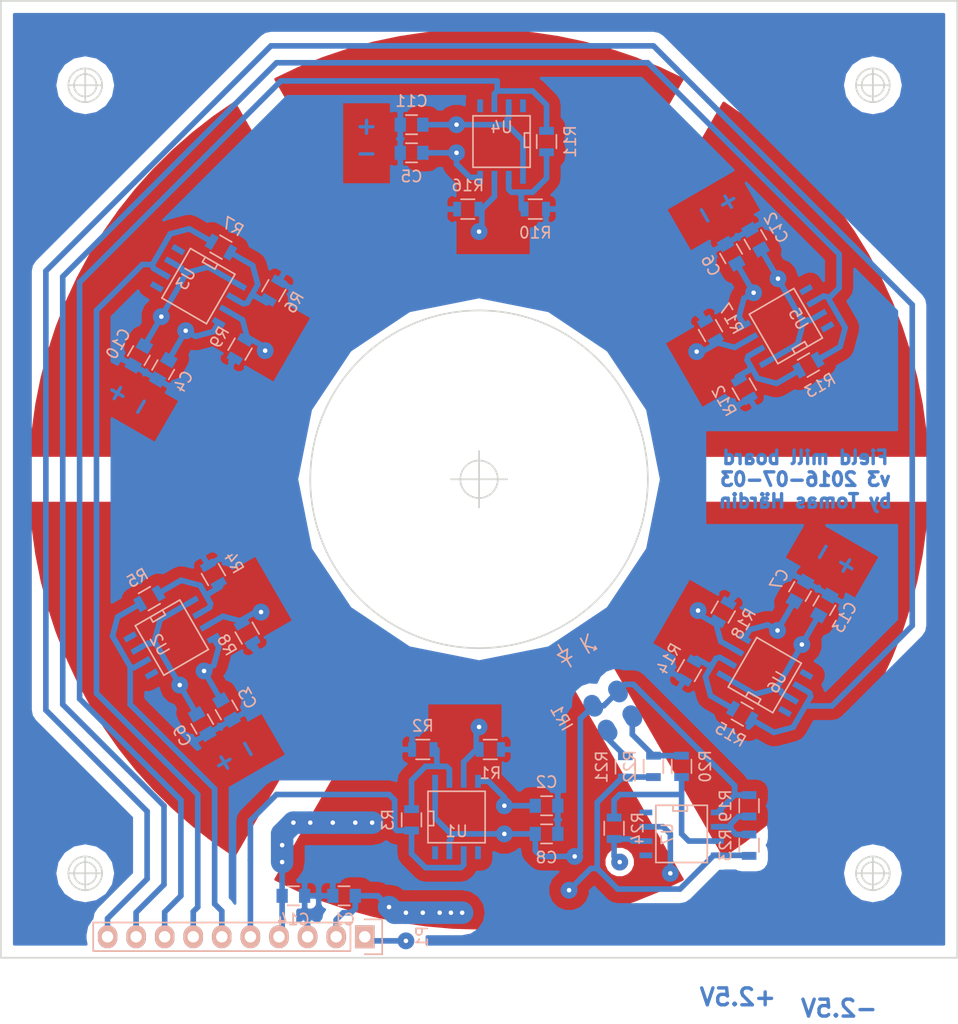
<source format=kicad_pcb>
(kicad_pcb (version 4) (host pcbnew 4.0.2-stable)

  (general
    (links 106)
    (no_connects 1)
    (area 57.424999 57.424999 142.575001 142.575001)
    (thickness 1.6)
    (drawings 22)
    (tracks 415)
    (zones 0)
    (modules 47)
    (nets 27)
  )

  (page A4)
  (layers
    (0 F.Cu signal)
    (1 Airwires signal)
    (2 Airwires2 signal)
    (31 B.Cu signal)
    (32 B.Adhes user)
    (33 F.Adhes user)
    (34 B.Paste user)
    (35 F.Paste user)
    (36 B.SilkS user)
    (37 F.SilkS user)
    (38 B.Mask user)
    (39 F.Mask user)
    (40 Dwgs.User user)
    (41 Cmts.User user)
    (42 Eco1.User user)
    (43 Eco2.User user)
    (44 Edge.Cuts user)
    (45 Margin user)
    (46 B.CrtYd user hide)
    (47 F.CrtYd user)
    (48 B.Fab user hide)
    (49 F.Fab user)
  )

  (setup
    (last_trace_width 0.5)
    (user_trace_width 0.4)
    (user_trace_width 0.5)
    (user_trace_width 2)
    (trace_clearance 0.4)
    (zone_clearance 1)
    (zone_45_only no)
    (trace_min 0.2)
    (segment_width 0.2)
    (edge_width 0.15)
    (via_size 1.5)
    (via_drill 0.4)
    (via_min_size 1)
    (via_min_drill 0.3)
    (user_via 1.5 0.3)
    (blind_buried_vias_allowed yes)
    (uvia_size 0.3)
    (uvia_drill 0.1)
    (uvias_allowed no)
    (uvia_min_size 0.2)
    (uvia_min_drill 0.1)
    (pcb_text_width 0.3)
    (pcb_text_size 1.5 1.5)
    (mod_edge_width 0.15)
    (mod_text_size 1 1)
    (mod_text_width 0.15)
    (pad_size 1.524 1.524)
    (pad_drill 0.762)
    (pad_to_mask_clearance 0.2)
    (aux_axis_origin 0 0)
    (grid_origin 100 100)
    (visible_elements FFFFFF7F)
    (pcbplotparams
      (layerselection 0x00030_80000001)
      (usegerberextensions false)
      (excludeedgelayer true)
      (linewidth 0.100000)
      (plotframeref false)
      (viasonmask false)
      (mode 1)
      (useauxorigin false)
      (hpglpennumber 1)
      (hpglpenspeed 20)
      (hpglpendiameter 15)
      (hpglpenoverlay 2)
      (psnegative false)
      (psa4output false)
      (plotreference true)
      (plotvalue true)
      (plotinvisibletext false)
      (padsonsilk false)
      (subtractmaskfromsilk false)
      (outputformat 1)
      (mirror false)
      (drillshape 1)
      (scaleselection 1)
      (outputdirectory ""))
  )

  (net 0 "")
  (net 1 /SENSOR1)
  (net 2 /SENSOR2)
  (net 3 /SENSOR3)
  (net 4 /SENSOR4)
  (net 5 /SENSOR5)
  (net 6 GND)
  (net 7 VDD)
  (net 8 VSS)
  (net 9 /GRD1)
  (net 10 /GRD2)
  (net 11 /GRD3)
  (net 12 /GRD4)
  (net 13 /GRD5)
  (net 14 /GRD6)
  (net 15 /SENSOR6)
  (net 16 "Net-(IR1-PadE)")
  (net 17 "Net-(IR1-PadK)")
  (net 18 "Net-(P1-Pad5)")
  (net 19 "Net-(P1-Pad6)")
  (net 20 "Net-(P1-Pad7)")
  (net 21 "Net-(P1-Pad8)")
  (net 22 "Net-(P1-Pad9)")
  (net 23 "Net-(P1-Pad10)")
  (net 24 "Net-(R19-Pad2)")
  (net 25 "Net-(R20-Pad1)")
  (net 26 "Net-(P1-Pad1)")

  (net_class Default "This is the default net class."
    (clearance 0.4)
    (trace_width 0.3)
    (via_dia 1.5)
    (via_drill 0.4)
    (uvia_dia 0.3)
    (uvia_drill 0.1)
    (add_net /GRD1)
    (add_net /GRD2)
    (add_net /GRD3)
    (add_net /GRD4)
    (add_net /GRD5)
    (add_net /GRD6)
    (add_net /SENSOR1)
    (add_net /SENSOR2)
    (add_net /SENSOR3)
    (add_net /SENSOR4)
    (add_net /SENSOR5)
    (add_net /SENSOR6)
    (add_net GND)
    (add_net "Net-(IR1-PadE)")
    (add_net "Net-(IR1-PadK)")
    (add_net "Net-(P1-Pad1)")
    (add_net "Net-(P1-Pad10)")
    (add_net "Net-(P1-Pad5)")
    (add_net "Net-(P1-Pad6)")
    (add_net "Net-(P1-Pad7)")
    (add_net "Net-(P1-Pad8)")
    (add_net "Net-(P1-Pad9)")
    (add_net "Net-(R19-Pad2)")
    (add_net "Net-(R20-Pad1)")
    (add_net VDD)
    (add_net VSS)
  )

  (module SMD_Packages:SOIC-8-N (layer B.Cu) (tedit 0) (tstamp 57869500)
    (at 118 131.5 270)
    (descr "Module Narrow CMS SOJ 8 pins large")
    (tags "CMS SOJ")
    (path /57862B6E)
    (attr smd)
    (fp_text reference U7 (at 0 1.27 270) (layer B.SilkS)
      (effects (font (size 1 1) (thickness 0.15)) (justify mirror))
    )
    (fp_text value MAX4238 (at 0 -1.27 270) (layer B.Fab)
      (effects (font (size 1 1) (thickness 0.15)) (justify mirror))
    )
    (fp_line (start -2.54 2.286) (end 2.54 2.286) (layer B.SilkS) (width 0.15))
    (fp_line (start 2.54 2.286) (end 2.54 -2.286) (layer B.SilkS) (width 0.15))
    (fp_line (start 2.54 -2.286) (end -2.54 -2.286) (layer B.SilkS) (width 0.15))
    (fp_line (start -2.54 -2.286) (end -2.54 2.286) (layer B.SilkS) (width 0.15))
    (fp_line (start -2.54 0.762) (end -2.032 0.762) (layer B.SilkS) (width 0.15))
    (fp_line (start -2.032 0.762) (end -2.032 -0.508) (layer B.SilkS) (width 0.15))
    (fp_line (start -2.032 -0.508) (end -2.54 -0.508) (layer B.SilkS) (width 0.15))
    (pad 8 smd rect (at -1.905 3.175 270) (size 0.508 1.143) (layers B.Cu B.Paste B.Mask))
    (pad 7 smd rect (at -0.635 3.175 270) (size 0.508 1.143) (layers B.Cu B.Paste B.Mask)
      (net 7 VDD))
    (pad 6 smd rect (at 0.635 3.175 270) (size 0.508 1.143) (layers B.Cu B.Paste B.Mask)
      (net 26 "Net-(P1-Pad1)"))
    (pad 5 smd rect (at 1.905 3.175 270) (size 0.508 1.143) (layers B.Cu B.Paste B.Mask))
    (pad 4 smd rect (at 1.905 -3.175 270) (size 0.508 1.143) (layers B.Cu B.Paste B.Mask)
      (net 8 VSS))
    (pad 3 smd rect (at 0.635 -3.175 270) (size 0.508 1.143) (layers B.Cu B.Paste B.Mask)
      (net 25 "Net-(R20-Pad1)"))
    (pad 2 smd rect (at -0.635 -3.175 270) (size 0.508 1.143) (layers B.Cu B.Paste B.Mask)
      (net 24 "Net-(R19-Pad2)"))
    (pad 1 smd rect (at -1.905 -3.175 270) (size 0.508 1.143) (layers B.Cu B.Paste B.Mask)
      (net 7 VDD))
    (model SMD_Packages.3dshapes/SOIC-8-N.wrl
      (at (xyz 0 0 0))
      (scale (xyz 0.5 0.38 0.5))
      (rotate (xyz 0 0 0))
    )
  )

  (module SMD_Packages:SOIC-8-N (layer B.Cu) (tedit 0) (tstamp 5773EAA0)
    (at 102 70.000001 180)
    (descr "Module Narrow CMS SOJ 8 pins large")
    (tags "CMS SOJ")
    (path /5773FA28)
    (attr smd)
    (fp_text reference U4 (at 0 1.27 180) (layer B.SilkS)
      (effects (font (size 1 1) (thickness 0.15)) (justify mirror))
    )
    (fp_text value MAX4238 (at 0 -1.27 180) (layer B.Fab)
      (effects (font (size 1 1) (thickness 0.15)) (justify mirror))
    )
    (fp_line (start -2.54 2.286) (end 2.54 2.286) (layer B.SilkS) (width 0.15))
    (fp_line (start 2.54 2.286) (end 2.54 -2.286) (layer B.SilkS) (width 0.15))
    (fp_line (start 2.54 -2.286) (end -2.54 -2.286) (layer B.SilkS) (width 0.15))
    (fp_line (start -2.54 -2.286) (end -2.54 2.286) (layer B.SilkS) (width 0.15))
    (fp_line (start -2.54 0.762) (end -2.032 0.762) (layer B.SilkS) (width 0.15))
    (fp_line (start -2.032 0.762) (end -2.032 -0.508) (layer B.SilkS) (width 0.15))
    (fp_line (start -2.032 -0.508) (end -2.54 -0.508) (layer B.SilkS) (width 0.15))
    (pad 8 smd rect (at -1.905 3.175 180) (size 0.508 1.143) (layers B.Cu B.Paste B.Mask))
    (pad 7 smd rect (at -0.635 3.175 180) (size 0.508 1.143) (layers B.Cu B.Paste B.Mask)
      (net 7 VDD))
    (pad 6 smd rect (at 0.635 3.175 180) (size 0.508 1.143) (layers B.Cu B.Paste B.Mask)
      (net 21 "Net-(P1-Pad8)"))
    (pad 5 smd rect (at 1.905 3.175 180) (size 0.508 1.143) (layers B.Cu B.Paste B.Mask))
    (pad 4 smd rect (at 1.905 -3.175 180) (size 0.508 1.143) (layers B.Cu B.Paste B.Mask)
      (net 8 VSS))
    (pad 3 smd rect (at 0.635 -3.175 180) (size 0.508 1.143) (layers B.Cu B.Paste B.Mask)
      (net 4 /SENSOR4))
    (pad 2 smd rect (at -0.635 -3.175 180) (size 0.508 1.143) (layers B.Cu B.Paste B.Mask)
      (net 12 /GRD4))
    (pad 1 smd rect (at -1.905 -3.175 180) (size 0.508 1.143) (layers B.Cu B.Paste B.Mask)
      (net 7 VDD))
    (model SMD_Packages.3dshapes/SOIC-8-N.wrl
      (at (xyz 0 0 0))
      (scale (xyz 0.5 0.38 0.5))
      (rotate (xyz 0 0 0))
    )
  )

  (module SMD_Packages:SOIC-8-N (layer B.Cu) (tedit 0) (tstamp 5773EAAC)
    (at 127.267949 86.392305 120)
    (descr "Module Narrow CMS SOJ 8 pins large")
    (tags "CMS SOJ")
    (path /5773FA77)
    (attr smd)
    (fp_text reference U5 (at 0 1.27 120) (layer B.SilkS)
      (effects (font (size 1 1) (thickness 0.15)) (justify mirror))
    )
    (fp_text value MAX4238 (at 0 -1.27 120) (layer B.Fab)
      (effects (font (size 1 1) (thickness 0.15)) (justify mirror))
    )
    (fp_line (start -2.54 2.286) (end 2.54 2.286) (layer B.SilkS) (width 0.15))
    (fp_line (start 2.54 2.286) (end 2.54 -2.286) (layer B.SilkS) (width 0.15))
    (fp_line (start 2.54 -2.286) (end -2.54 -2.286) (layer B.SilkS) (width 0.15))
    (fp_line (start -2.54 -2.286) (end -2.54 2.286) (layer B.SilkS) (width 0.15))
    (fp_line (start -2.54 0.762) (end -2.032 0.762) (layer B.SilkS) (width 0.15))
    (fp_line (start -2.032 0.762) (end -2.032 -0.508) (layer B.SilkS) (width 0.15))
    (fp_line (start -2.032 -0.508) (end -2.54 -0.508) (layer B.SilkS) (width 0.15))
    (pad 8 smd rect (at -1.905 3.175 120) (size 0.508 1.143) (layers B.Cu B.Paste B.Mask))
    (pad 7 smd rect (at -0.635 3.175 120) (size 0.508 1.143) (layers B.Cu B.Paste B.Mask)
      (net 7 VDD))
    (pad 6 smd rect (at 0.635 3.175 120) (size 0.508 1.143) (layers B.Cu B.Paste B.Mask)
      (net 22 "Net-(P1-Pad9)"))
    (pad 5 smd rect (at 1.905 3.175 120) (size 0.508 1.143) (layers B.Cu B.Paste B.Mask))
    (pad 4 smd rect (at 1.905 -3.175 120) (size 0.508 1.143) (layers B.Cu B.Paste B.Mask)
      (net 8 VSS))
    (pad 3 smd rect (at 0.635 -3.175 120) (size 0.508 1.143) (layers B.Cu B.Paste B.Mask)
      (net 5 /SENSOR5))
    (pad 2 smd rect (at -0.635 -3.175 120) (size 0.508 1.143) (layers B.Cu B.Paste B.Mask)
      (net 13 /GRD5))
    (pad 1 smd rect (at -1.905 -3.175 120) (size 0.508 1.143) (layers B.Cu B.Paste B.Mask)
      (net 7 VDD))
    (model SMD_Packages.3dshapes/SOIC-8-N.wrl
      (at (xyz 0 0 0))
      (scale (xyz 0.5 0.38 0.5))
      (rotate (xyz 0 0 0))
    )
  )

  (module SMD_Packages:SOIC-8-N (layer B.Cu) (tedit 0) (tstamp 5773EAB8)
    (at 125.392305 117.392305 60)
    (descr "Module Narrow CMS SOJ 8 pins large")
    (tags "CMS SOJ")
    (path /5773FAC6)
    (attr smd)
    (fp_text reference U6 (at 0 1.27 60) (layer B.SilkS)
      (effects (font (size 1 1) (thickness 0.15)) (justify mirror))
    )
    (fp_text value MAX4238 (at 0 -1.27 60) (layer B.Fab)
      (effects (font (size 1 1) (thickness 0.15)) (justify mirror))
    )
    (fp_line (start -2.54 2.286) (end 2.54 2.286) (layer B.SilkS) (width 0.15))
    (fp_line (start 2.54 2.286) (end 2.54 -2.286) (layer B.SilkS) (width 0.15))
    (fp_line (start 2.54 -2.286) (end -2.54 -2.286) (layer B.SilkS) (width 0.15))
    (fp_line (start -2.54 -2.286) (end -2.54 2.286) (layer B.SilkS) (width 0.15))
    (fp_line (start -2.54 0.762) (end -2.032 0.762) (layer B.SilkS) (width 0.15))
    (fp_line (start -2.032 0.762) (end -2.032 -0.508) (layer B.SilkS) (width 0.15))
    (fp_line (start -2.032 -0.508) (end -2.54 -0.508) (layer B.SilkS) (width 0.15))
    (pad 8 smd rect (at -1.905 3.175 60) (size 0.508 1.143) (layers B.Cu B.Paste B.Mask))
    (pad 7 smd rect (at -0.635 3.175 60) (size 0.508 1.143) (layers B.Cu B.Paste B.Mask)
      (net 7 VDD))
    (pad 6 smd rect (at 0.635 3.175 60) (size 0.508 1.143) (layers B.Cu B.Paste B.Mask)
      (net 23 "Net-(P1-Pad10)"))
    (pad 5 smd rect (at 1.905 3.175 60) (size 0.508 1.143) (layers B.Cu B.Paste B.Mask))
    (pad 4 smd rect (at 1.905 -3.175 60) (size 0.508 1.143) (layers B.Cu B.Paste B.Mask)
      (net 8 VSS))
    (pad 3 smd rect (at 0.635 -3.175 60) (size 0.508 1.143) (layers B.Cu B.Paste B.Mask)
      (net 15 /SENSOR6))
    (pad 2 smd rect (at -0.635 -3.175 60) (size 0.508 1.143) (layers B.Cu B.Paste B.Mask)
      (net 14 /GRD6))
    (pad 1 smd rect (at -1.905 -3.175 60) (size 0.508 1.143) (layers B.Cu B.Paste B.Mask)
      (net 7 VDD))
    (model SMD_Packages.3dshapes/SOIC-8-N.wrl
      (at (xyz 0 0 0))
      (scale (xyz 0.5 0.38 0.5))
      (rotate (xyz 0 0 0))
    )
  )

  (module SMD_Packages:SOIC-8-N (layer B.Cu) (tedit 0) (tstamp 5773EBDF)
    (at 98 130)
    (descr "Module Narrow CMS SOJ 8 pins large")
    (tags "CMS SOJ")
    (path /5773E54F)
    (attr smd)
    (fp_text reference U1 (at 0 1.27) (layer B.SilkS)
      (effects (font (size 1 1) (thickness 0.15)) (justify mirror))
    )
    (fp_text value MAX4238 (at 0 -1.27) (layer B.Fab)
      (effects (font (size 1 1) (thickness 0.15)) (justify mirror))
    )
    (fp_line (start -2.54 2.286) (end 2.54 2.286) (layer B.SilkS) (width 0.15))
    (fp_line (start 2.54 2.286) (end 2.54 -2.286) (layer B.SilkS) (width 0.15))
    (fp_line (start 2.54 -2.286) (end -2.54 -2.286) (layer B.SilkS) (width 0.15))
    (fp_line (start -2.54 -2.286) (end -2.54 2.286) (layer B.SilkS) (width 0.15))
    (fp_line (start -2.54 0.762) (end -2.032 0.762) (layer B.SilkS) (width 0.15))
    (fp_line (start -2.032 0.762) (end -2.032 -0.508) (layer B.SilkS) (width 0.15))
    (fp_line (start -2.032 -0.508) (end -2.54 -0.508) (layer B.SilkS) (width 0.15))
    (pad 8 smd rect (at -1.905 3.175) (size 0.508 1.143) (layers B.Cu B.Paste B.Mask))
    (pad 7 smd rect (at -0.635 3.175) (size 0.508 1.143) (layers B.Cu B.Paste B.Mask)
      (net 7 VDD))
    (pad 6 smd rect (at 0.635 3.175) (size 0.508 1.143) (layers B.Cu B.Paste B.Mask)
      (net 18 "Net-(P1-Pad5)"))
    (pad 5 smd rect (at 1.905 3.175) (size 0.508 1.143) (layers B.Cu B.Paste B.Mask))
    (pad 4 smd rect (at 1.905 -3.175) (size 0.508 1.143) (layers B.Cu B.Paste B.Mask)
      (net 8 VSS))
    (pad 3 smd rect (at 0.635 -3.175) (size 0.508 1.143) (layers B.Cu B.Paste B.Mask)
      (net 1 /SENSOR1))
    (pad 2 smd rect (at -0.635 -3.175) (size 0.508 1.143) (layers B.Cu B.Paste B.Mask)
      (net 9 /GRD1))
    (pad 1 smd rect (at -1.905 -3.175) (size 0.508 1.143) (layers B.Cu B.Paste B.Mask)
      (net 7 VDD))
    (model SMD_Packages.3dshapes/SOIC-8-N.wrl
      (at (xyz 0 0 0))
      (scale (xyz 0.5 0.38 0.5))
      (rotate (xyz 0 0 0))
    )
  )

  (module SMD_Packages:SOIC-8-N (layer B.Cu) (tedit 0) (tstamp 5773EBEA)
    (at 72.696152 114.062178 300)
    (descr "Module Narrow CMS SOJ 8 pins large")
    (tags "CMS SOJ")
    (path /5773EED9)
    (attr smd)
    (fp_text reference U2 (at 0 1.27 300) (layer B.SilkS)
      (effects (font (size 1 1) (thickness 0.15)) (justify mirror))
    )
    (fp_text value MAX4238 (at 0 -1.27 300) (layer B.Fab)
      (effects (font (size 1 1) (thickness 0.15)) (justify mirror))
    )
    (fp_line (start -2.54 2.286) (end 2.54 2.286) (layer B.SilkS) (width 0.15))
    (fp_line (start 2.54 2.286) (end 2.54 -2.286) (layer B.SilkS) (width 0.15))
    (fp_line (start 2.54 -2.286) (end -2.54 -2.286) (layer B.SilkS) (width 0.15))
    (fp_line (start -2.54 -2.286) (end -2.54 2.286) (layer B.SilkS) (width 0.15))
    (fp_line (start -2.54 0.762) (end -2.032 0.762) (layer B.SilkS) (width 0.15))
    (fp_line (start -2.032 0.762) (end -2.032 -0.508) (layer B.SilkS) (width 0.15))
    (fp_line (start -2.032 -0.508) (end -2.54 -0.508) (layer B.SilkS) (width 0.15))
    (pad 8 smd rect (at -1.905 3.175 300) (size 0.508 1.143) (layers B.Cu B.Paste B.Mask))
    (pad 7 smd rect (at -0.635 3.175 300) (size 0.508 1.143) (layers B.Cu B.Paste B.Mask)
      (net 7 VDD))
    (pad 6 smd rect (at 0.635 3.175 300) (size 0.508 1.143) (layers B.Cu B.Paste B.Mask)
      (net 19 "Net-(P1-Pad6)"))
    (pad 5 smd rect (at 1.905 3.175 300) (size 0.508 1.143) (layers B.Cu B.Paste B.Mask))
    (pad 4 smd rect (at 1.905 -3.175 300) (size 0.508 1.143) (layers B.Cu B.Paste B.Mask)
      (net 8 VSS))
    (pad 3 smd rect (at 0.635 -3.175 300) (size 0.508 1.143) (layers B.Cu B.Paste B.Mask)
      (net 2 /SENSOR2))
    (pad 2 smd rect (at -0.635 -3.175 300) (size 0.508 1.143) (layers B.Cu B.Paste B.Mask)
      (net 10 /GRD2))
    (pad 1 smd rect (at -1.905 -3.175 300) (size 0.508 1.143) (layers B.Cu B.Paste B.Mask)
      (net 7 VDD))
    (model SMD_Packages.3dshapes/SOIC-8-N.wrl
      (at (xyz 0 0 0))
      (scale (xyz 0.5 0.38 0.5))
      (rotate (xyz 0 0 0))
    )
  )

  (module SMD_Packages:SOIC-8-N (layer B.Cu) (tedit 0) (tstamp 5773EBF5)
    (at 75.062178 82.839746 240)
    (descr "Module Narrow CMS SOJ 8 pins large")
    (tags "CMS SOJ")
    (path /5773F03C)
    (attr smd)
    (fp_text reference U3 (at 0 1.27 240) (layer B.SilkS)
      (effects (font (size 1 1) (thickness 0.15)) (justify mirror))
    )
    (fp_text value MAX4238 (at 0 -1.27 240) (layer B.Fab)
      (effects (font (size 1 1) (thickness 0.15)) (justify mirror))
    )
    (fp_line (start -2.54 2.286) (end 2.54 2.286) (layer B.SilkS) (width 0.15))
    (fp_line (start 2.54 2.286) (end 2.54 -2.286) (layer B.SilkS) (width 0.15))
    (fp_line (start 2.54 -2.286) (end -2.54 -2.286) (layer B.SilkS) (width 0.15))
    (fp_line (start -2.54 -2.286) (end -2.54 2.286) (layer B.SilkS) (width 0.15))
    (fp_line (start -2.54 0.762) (end -2.032 0.762) (layer B.SilkS) (width 0.15))
    (fp_line (start -2.032 0.762) (end -2.032 -0.508) (layer B.SilkS) (width 0.15))
    (fp_line (start -2.032 -0.508) (end -2.54 -0.508) (layer B.SilkS) (width 0.15))
    (pad 8 smd rect (at -1.905 3.175 240) (size 0.508 1.143) (layers B.Cu B.Paste B.Mask))
    (pad 7 smd rect (at -0.635 3.175 240) (size 0.508 1.143) (layers B.Cu B.Paste B.Mask)
      (net 7 VDD))
    (pad 6 smd rect (at 0.635 3.175 240) (size 0.508 1.143) (layers B.Cu B.Paste B.Mask)
      (net 20 "Net-(P1-Pad7)"))
    (pad 5 smd rect (at 1.905 3.175 240) (size 0.508 1.143) (layers B.Cu B.Paste B.Mask))
    (pad 4 smd rect (at 1.905 -3.175 240) (size 0.508 1.143) (layers B.Cu B.Paste B.Mask)
      (net 8 VSS))
    (pad 3 smd rect (at 0.635 -3.175 240) (size 0.508 1.143) (layers B.Cu B.Paste B.Mask)
      (net 3 /SENSOR3))
    (pad 2 smd rect (at -0.635 -3.175 240) (size 0.508 1.143) (layers B.Cu B.Paste B.Mask)
      (net 11 /GRD3))
    (pad 1 smd rect (at -1.905 -3.175 240) (size 0.508 1.143) (layers B.Cu B.Paste B.Mask)
      (net 7 VDD))
    (model SMD_Packages.3dshapes/SOIC-8-N.wrl
      (at (xyz 0 0 0))
      (scale (xyz 0.5 0.38 0.5))
      (rotate (xyz 0 0 0))
    )
  )

  (module Capacitors_SMD:C_0805 (layer B.Cu) (tedit 5415D6EA) (tstamp 5786941B)
    (at 88 137)
    (descr "Capacitor SMD 0805, reflow soldering, AVX (see smccp.pdf)")
    (tags "capacitor 0805")
    (path /5773D48C)
    (attr smd)
    (fp_text reference C1 (at 0 2.1) (layer B.SilkS)
      (effects (font (size 1 1) (thickness 0.15)) (justify mirror))
    )
    (fp_text value 10u (at 0 -2.1) (layer B.Fab)
      (effects (font (size 1 1) (thickness 0.15)) (justify mirror))
    )
    (fp_line (start -1.8 1) (end 1.8 1) (layer B.CrtYd) (width 0.05))
    (fp_line (start -1.8 -1) (end 1.8 -1) (layer B.CrtYd) (width 0.05))
    (fp_line (start -1.8 1) (end -1.8 -1) (layer B.CrtYd) (width 0.05))
    (fp_line (start 1.8 1) (end 1.8 -1) (layer B.CrtYd) (width 0.05))
    (fp_line (start 0.5 0.85) (end -0.5 0.85) (layer B.SilkS) (width 0.15))
    (fp_line (start -0.5 -0.85) (end 0.5 -0.85) (layer B.SilkS) (width 0.15))
    (pad 1 smd rect (at -1 0) (size 1 1.25) (layers B.Cu B.Paste B.Mask)
      (net 6 GND))
    (pad 2 smd rect (at 1 0) (size 1 1.25) (layers B.Cu B.Paste B.Mask)
      (net 7 VDD))
    (model Capacitors_SMD.3dshapes/C_0805.wrl
      (at (xyz 0 0 0))
      (scale (xyz 1 1 1))
      (rotate (xyz 0 0 0))
    )
  )

  (module Capacitors_SMD:C_0805 (layer B.Cu) (tedit 5415D6EA) (tstamp 57869420)
    (at 106 129 180)
    (descr "Capacitor SMD 0805, reflow soldering, AVX (see smccp.pdf)")
    (tags "capacitor 0805")
    (path /5773E78A)
    (attr smd)
    (fp_text reference C2 (at 0 2.1 180) (layer B.SilkS)
      (effects (font (size 1 1) (thickness 0.15)) (justify mirror))
    )
    (fp_text value 100n (at 0 -2.1 180) (layer B.Fab)
      (effects (font (size 1 1) (thickness 0.15)) (justify mirror))
    )
    (fp_line (start -1.8 1) (end 1.8 1) (layer B.CrtYd) (width 0.05))
    (fp_line (start -1.8 -1) (end 1.8 -1) (layer B.CrtYd) (width 0.05))
    (fp_line (start -1.8 1) (end -1.8 -1) (layer B.CrtYd) (width 0.05))
    (fp_line (start 1.8 1) (end 1.8 -1) (layer B.CrtYd) (width 0.05))
    (fp_line (start 0.5 0.85) (end -0.5 0.85) (layer B.SilkS) (width 0.15))
    (fp_line (start -0.5 -0.85) (end 0.5 -0.85) (layer B.SilkS) (width 0.15))
    (pad 1 smd rect (at -1 0 180) (size 1 1.25) (layers B.Cu B.Paste B.Mask)
      (net 6 GND))
    (pad 2 smd rect (at 1 0 180) (size 1 1.25) (layers B.Cu B.Paste B.Mask)
      (net 8 VSS))
    (model Capacitors_SMD.3dshapes/C_0805.wrl
      (at (xyz 0 0 0))
      (scale (xyz 1 1 1))
      (rotate (xyz 0 0 0))
    )
  )

  (module Capacitors_SMD:C_0805 (layer B.Cu) (tedit 5415D6EA) (tstamp 57869425)
    (at 77.562178 120.490381 120)
    (descr "Capacitor SMD 0805, reflow soldering, AVX (see smccp.pdf)")
    (tags "capacitor 0805")
    (path /5773EEE3)
    (attr smd)
    (fp_text reference C3 (at 0 2.1 120) (layer B.SilkS)
      (effects (font (size 1 1) (thickness 0.15)) (justify mirror))
    )
    (fp_text value 100n (at 0 -2.1 120) (layer B.Fab)
      (effects (font (size 1 1) (thickness 0.15)) (justify mirror))
    )
    (fp_line (start -1.8 1) (end 1.8 1) (layer B.CrtYd) (width 0.05))
    (fp_line (start -1.8 -1) (end 1.8 -1) (layer B.CrtYd) (width 0.05))
    (fp_line (start -1.8 1) (end -1.8 -1) (layer B.CrtYd) (width 0.05))
    (fp_line (start 1.8 1) (end 1.8 -1) (layer B.CrtYd) (width 0.05))
    (fp_line (start 0.5 0.85) (end -0.5 0.85) (layer B.SilkS) (width 0.15))
    (fp_line (start -0.5 -0.85) (end 0.5 -0.85) (layer B.SilkS) (width 0.15))
    (pad 1 smd rect (at -1 0 120) (size 1 1.25) (layers B.Cu B.Paste B.Mask)
      (net 6 GND))
    (pad 2 smd rect (at 1 0 120) (size 1 1.25) (layers B.Cu B.Paste B.Mask)
      (net 8 VSS))
    (model Capacitors_SMD.3dshapes/C_0805.wrl
      (at (xyz 0 0 0))
      (scale (xyz 1 1 1))
      (rotate (xyz 0 0 0))
    )
  )

  (module Capacitors_SMD:C_0805 (layer B.Cu) (tedit 5415D6EA) (tstamp 5786942A)
    (at 71.928203 90.267949 60)
    (descr "Capacitor SMD 0805, reflow soldering, AVX (see smccp.pdf)")
    (tags "capacitor 0805")
    (path /5773F046)
    (attr smd)
    (fp_text reference C4 (at 0 2.1 60) (layer B.SilkS)
      (effects (font (size 1 1) (thickness 0.15)) (justify mirror))
    )
    (fp_text value 100n (at 0 -2.1 60) (layer B.Fab)
      (effects (font (size 1 1) (thickness 0.15)) (justify mirror))
    )
    (fp_line (start -1.8 1) (end 1.8 1) (layer B.CrtYd) (width 0.05))
    (fp_line (start -1.8 -1) (end 1.8 -1) (layer B.CrtYd) (width 0.05))
    (fp_line (start -1.8 1) (end -1.8 -1) (layer B.CrtYd) (width 0.05))
    (fp_line (start 1.8 1) (end 1.8 -1) (layer B.CrtYd) (width 0.05))
    (fp_line (start 0.5 0.85) (end -0.5 0.85) (layer B.SilkS) (width 0.15))
    (fp_line (start -0.5 -0.85) (end 0.5 -0.85) (layer B.SilkS) (width 0.15))
    (pad 1 smd rect (at -1 0 60) (size 1 1.25) (layers B.Cu B.Paste B.Mask)
      (net 6 GND))
    (pad 2 smd rect (at 1 0 60) (size 1 1.25) (layers B.Cu B.Paste B.Mask)
      (net 8 VSS))
    (model Capacitors_SMD.3dshapes/C_0805.wrl
      (at (xyz 0 0 0))
      (scale (xyz 1 1 1))
      (rotate (xyz 0 0 0))
    )
  )

  (module Capacitors_SMD:C_0805 (layer B.Cu) (tedit 5415D6EA) (tstamp 5786942F)
    (at 94 71)
    (descr "Capacitor SMD 0805, reflow soldering, AVX (see smccp.pdf)")
    (tags "capacitor 0805")
    (path /5773FA32)
    (attr smd)
    (fp_text reference C5 (at 0 2.1) (layer B.SilkS)
      (effects (font (size 1 1) (thickness 0.15)) (justify mirror))
    )
    (fp_text value 100n (at 0 -2.1) (layer B.Fab)
      (effects (font (size 1 1) (thickness 0.15)) (justify mirror))
    )
    (fp_line (start -1.8 1) (end 1.8 1) (layer B.CrtYd) (width 0.05))
    (fp_line (start -1.8 -1) (end 1.8 -1) (layer B.CrtYd) (width 0.05))
    (fp_line (start -1.8 1) (end -1.8 -1) (layer B.CrtYd) (width 0.05))
    (fp_line (start 1.8 1) (end 1.8 -1) (layer B.CrtYd) (width 0.05))
    (fp_line (start 0.5 0.85) (end -0.5 0.85) (layer B.SilkS) (width 0.15))
    (fp_line (start -0.5 -0.85) (end 0.5 -0.85) (layer B.SilkS) (width 0.15))
    (pad 1 smd rect (at -1 0) (size 1 1.25) (layers B.Cu B.Paste B.Mask)
      (net 6 GND))
    (pad 2 smd rect (at 1 0) (size 1 1.25) (layers B.Cu B.Paste B.Mask)
      (net 8 VSS))
    (model Capacitors_SMD.3dshapes/C_0805.wrl
      (at (xyz 0 0 0))
      (scale (xyz 1 1 1))
      (rotate (xyz 0 0 0))
    )
  )

  (module Capacitors_SMD:C_0805 (layer B.Cu) (tedit 5415D6EA) (tstamp 57869434)
    (at 122.401924 79.964102 300)
    (descr "Capacitor SMD 0805, reflow soldering, AVX (see smccp.pdf)")
    (tags "capacitor 0805")
    (path /5773FA81)
    (attr smd)
    (fp_text reference C6 (at 0 2.1 300) (layer B.SilkS)
      (effects (font (size 1 1) (thickness 0.15)) (justify mirror))
    )
    (fp_text value 100n (at 0 -2.1 300) (layer B.Fab)
      (effects (font (size 1 1) (thickness 0.15)) (justify mirror))
    )
    (fp_line (start -1.8 1) (end 1.8 1) (layer B.CrtYd) (width 0.05))
    (fp_line (start -1.8 -1) (end 1.8 -1) (layer B.CrtYd) (width 0.05))
    (fp_line (start -1.8 1) (end -1.8 -1) (layer B.CrtYd) (width 0.05))
    (fp_line (start 1.8 1) (end 1.8 -1) (layer B.CrtYd) (width 0.05))
    (fp_line (start 0.5 0.85) (end -0.5 0.85) (layer B.SilkS) (width 0.15))
    (fp_line (start -0.5 -0.85) (end 0.5 -0.85) (layer B.SilkS) (width 0.15))
    (pad 1 smd rect (at -1 0 300) (size 1 1.25) (layers B.Cu B.Paste B.Mask)
      (net 6 GND))
    (pad 2 smd rect (at 1 0 300) (size 1 1.25) (layers B.Cu B.Paste B.Mask)
      (net 8 VSS))
    (model Capacitors_SMD.3dshapes/C_0805.wrl
      (at (xyz 0 0 0))
      (scale (xyz 1 1 1))
      (rotate (xyz 0 0 0))
    )
  )

  (module Capacitors_SMD:C_0805 (layer B.Cu) (tedit 5415D6EA) (tstamp 57869439)
    (at 128.526279 109.964101 240)
    (descr "Capacitor SMD 0805, reflow soldering, AVX (see smccp.pdf)")
    (tags "capacitor 0805")
    (path /5773FAD0)
    (attr smd)
    (fp_text reference C7 (at 0 2.1 240) (layer B.SilkS)
      (effects (font (size 1 1) (thickness 0.15)) (justify mirror))
    )
    (fp_text value 100n (at 0 -2.1 240) (layer B.Fab)
      (effects (font (size 1 1) (thickness 0.15)) (justify mirror))
    )
    (fp_line (start -1.8 1) (end 1.8 1) (layer B.CrtYd) (width 0.05))
    (fp_line (start -1.8 -1) (end 1.8 -1) (layer B.CrtYd) (width 0.05))
    (fp_line (start -1.8 1) (end -1.8 -1) (layer B.CrtYd) (width 0.05))
    (fp_line (start 1.8 1) (end 1.8 -1) (layer B.CrtYd) (width 0.05))
    (fp_line (start 0.5 0.85) (end -0.5 0.85) (layer B.SilkS) (width 0.15))
    (fp_line (start -0.5 -0.85) (end 0.5 -0.85) (layer B.SilkS) (width 0.15))
    (pad 1 smd rect (at -1 0 240) (size 1 1.25) (layers B.Cu B.Paste B.Mask)
      (net 6 GND))
    (pad 2 smd rect (at 1 0 240) (size 1 1.25) (layers B.Cu B.Paste B.Mask)
      (net 8 VSS))
    (model Capacitors_SMD.3dshapes/C_0805.wrl
      (at (xyz 0 0 0))
      (scale (xyz 1 1 1))
      (rotate (xyz 0 0 0))
    )
  )

  (module Capacitors_SMD:C_0805 (layer B.Cu) (tedit 5415D6EA) (tstamp 5786943E)
    (at 106 131.5)
    (descr "Capacitor SMD 0805, reflow soldering, AVX (see smccp.pdf)")
    (tags "capacitor 0805")
    (path /5774053D)
    (attr smd)
    (fp_text reference C8 (at 0 2.1) (layer B.SilkS)
      (effects (font (size 1 1) (thickness 0.15)) (justify mirror))
    )
    (fp_text value 100n (at 0 -2.1) (layer B.Fab)
      (effects (font (size 1 1) (thickness 0.15)) (justify mirror))
    )
    (fp_line (start -1.8 1) (end 1.8 1) (layer B.CrtYd) (width 0.05))
    (fp_line (start -1.8 -1) (end 1.8 -1) (layer B.CrtYd) (width 0.05))
    (fp_line (start -1.8 1) (end -1.8 -1) (layer B.CrtYd) (width 0.05))
    (fp_line (start 1.8 1) (end 1.8 -1) (layer B.CrtYd) (width 0.05))
    (fp_line (start 0.5 0.85) (end -0.5 0.85) (layer B.SilkS) (width 0.15))
    (fp_line (start -0.5 -0.85) (end 0.5 -0.85) (layer B.SilkS) (width 0.15))
    (pad 1 smd rect (at -1 0) (size 1 1.25) (layers B.Cu B.Paste B.Mask)
      (net 7 VDD))
    (pad 2 smd rect (at 1 0) (size 1 1.25) (layers B.Cu B.Paste B.Mask)
      (net 6 GND))
    (model Capacitors_SMD.3dshapes/C_0805.wrl
      (at (xyz 0 0 0))
      (scale (xyz 1 1 1))
      (rotate (xyz 0 0 0))
    )
  )

  (module Capacitors_SMD:C_0805 (layer B.Cu) (tedit 5415D6EA) (tstamp 57869443)
    (at 75.397114 121.740381 300)
    (descr "Capacitor SMD 0805, reflow soldering, AVX (see smccp.pdf)")
    (tags "capacitor 0805")
    (path /5774093D)
    (attr smd)
    (fp_text reference C9 (at 0 2.1 300) (layer B.SilkS)
      (effects (font (size 1 1) (thickness 0.15)) (justify mirror))
    )
    (fp_text value 100n (at 0 -2.1 300) (layer B.Fab)
      (effects (font (size 1 1) (thickness 0.15)) (justify mirror))
    )
    (fp_line (start -1.8 1) (end 1.8 1) (layer B.CrtYd) (width 0.05))
    (fp_line (start -1.8 -1) (end 1.8 -1) (layer B.CrtYd) (width 0.05))
    (fp_line (start -1.8 1) (end -1.8 -1) (layer B.CrtYd) (width 0.05))
    (fp_line (start 1.8 1) (end 1.8 -1) (layer B.CrtYd) (width 0.05))
    (fp_line (start 0.5 0.85) (end -0.5 0.85) (layer B.SilkS) (width 0.15))
    (fp_line (start -0.5 -0.85) (end 0.5 -0.85) (layer B.SilkS) (width 0.15))
    (pad 1 smd rect (at -1 0 300) (size 1 1.25) (layers B.Cu B.Paste B.Mask)
      (net 7 VDD))
    (pad 2 smd rect (at 1 0 300) (size 1 1.25) (layers B.Cu B.Paste B.Mask)
      (net 6 GND))
    (model Capacitors_SMD.3dshapes/C_0805.wrl
      (at (xyz 0 0 0))
      (scale (xyz 1 1 1))
      (rotate (xyz 0 0 0))
    )
  )

  (module Capacitors_SMD:C_0805 (layer B.Cu) (tedit 5415D6EA) (tstamp 57869448)
    (at 69.76314 89.017949 240)
    (descr "Capacitor SMD 0805, reflow soldering, AVX (see smccp.pdf)")
    (tags "capacitor 0805")
    (path /57740DC2)
    (attr smd)
    (fp_text reference C10 (at 0 2.1 240) (layer B.SilkS)
      (effects (font (size 1 1) (thickness 0.15)) (justify mirror))
    )
    (fp_text value 100n (at 0 -2.1 240) (layer B.Fab)
      (effects (font (size 1 1) (thickness 0.15)) (justify mirror))
    )
    (fp_line (start -1.8 1) (end 1.8 1) (layer B.CrtYd) (width 0.05))
    (fp_line (start -1.8 -1) (end 1.8 -1) (layer B.CrtYd) (width 0.05))
    (fp_line (start -1.8 1) (end -1.8 -1) (layer B.CrtYd) (width 0.05))
    (fp_line (start 1.8 1) (end 1.8 -1) (layer B.CrtYd) (width 0.05))
    (fp_line (start 0.5 0.85) (end -0.5 0.85) (layer B.SilkS) (width 0.15))
    (fp_line (start -0.5 -0.85) (end 0.5 -0.85) (layer B.SilkS) (width 0.15))
    (pad 1 smd rect (at -1 0 240) (size 1 1.25) (layers B.Cu B.Paste B.Mask)
      (net 7 VDD))
    (pad 2 smd rect (at 1 0 240) (size 1 1.25) (layers B.Cu B.Paste B.Mask)
      (net 6 GND))
    (model Capacitors_SMD.3dshapes/C_0805.wrl
      (at (xyz 0 0 0))
      (scale (xyz 1 1 1))
      (rotate (xyz 0 0 0))
    )
  )

  (module Capacitors_SMD:C_0805 (layer B.Cu) (tedit 5415D6EA) (tstamp 5786944D)
    (at 94 68.5 180)
    (descr "Capacitor SMD 0805, reflow soldering, AVX (see smccp.pdf)")
    (tags "capacitor 0805")
    (path /577412D3)
    (attr smd)
    (fp_text reference C11 (at 0 2.1 180) (layer B.SilkS)
      (effects (font (size 1 1) (thickness 0.15)) (justify mirror))
    )
    (fp_text value 100n (at 0 -2.1 180) (layer B.Fab)
      (effects (font (size 1 1) (thickness 0.15)) (justify mirror))
    )
    (fp_line (start -1.8 1) (end 1.8 1) (layer B.CrtYd) (width 0.05))
    (fp_line (start -1.8 -1) (end 1.8 -1) (layer B.CrtYd) (width 0.05))
    (fp_line (start -1.8 1) (end -1.8 -1) (layer B.CrtYd) (width 0.05))
    (fp_line (start 1.8 1) (end 1.8 -1) (layer B.CrtYd) (width 0.05))
    (fp_line (start 0.5 0.85) (end -0.5 0.85) (layer B.SilkS) (width 0.15))
    (fp_line (start -0.5 -0.85) (end 0.5 -0.85) (layer B.SilkS) (width 0.15))
    (pad 1 smd rect (at -1 0 180) (size 1 1.25) (layers B.Cu B.Paste B.Mask)
      (net 7 VDD))
    (pad 2 smd rect (at 1 0 180) (size 1 1.25) (layers B.Cu B.Paste B.Mask)
      (net 6 GND))
    (model Capacitors_SMD.3dshapes/C_0805.wrl
      (at (xyz 0 0 0))
      (scale (xyz 1 1 1))
      (rotate (xyz 0 0 0))
    )
  )

  (module Capacitors_SMD:C_0805 (layer B.Cu) (tedit 5415D6EA) (tstamp 57869452)
    (at 124.566987 78.714102 120)
    (descr "Capacitor SMD 0805, reflow soldering, AVX (see smccp.pdf)")
    (tags "capacitor 0805")
    (path /5774178C)
    (attr smd)
    (fp_text reference C12 (at 0 2.1 120) (layer B.SilkS)
      (effects (font (size 1 1) (thickness 0.15)) (justify mirror))
    )
    (fp_text value 100n (at 0 -2.1 120) (layer B.Fab)
      (effects (font (size 1 1) (thickness 0.15)) (justify mirror))
    )
    (fp_line (start -1.8 1) (end 1.8 1) (layer B.CrtYd) (width 0.05))
    (fp_line (start -1.8 -1) (end 1.8 -1) (layer B.CrtYd) (width 0.05))
    (fp_line (start -1.8 1) (end -1.8 -1) (layer B.CrtYd) (width 0.05))
    (fp_line (start 1.8 1) (end 1.8 -1) (layer B.CrtYd) (width 0.05))
    (fp_line (start 0.5 0.85) (end -0.5 0.85) (layer B.SilkS) (width 0.15))
    (fp_line (start -0.5 -0.85) (end 0.5 -0.85) (layer B.SilkS) (width 0.15))
    (pad 1 smd rect (at -1 0 120) (size 1 1.25) (layers B.Cu B.Paste B.Mask)
      (net 7 VDD))
    (pad 2 smd rect (at 1 0 120) (size 1 1.25) (layers B.Cu B.Paste B.Mask)
      (net 6 GND))
    (model Capacitors_SMD.3dshapes/C_0805.wrl
      (at (xyz 0 0 0))
      (scale (xyz 1 1 1))
      (rotate (xyz 0 0 0))
    )
  )

  (module Capacitors_SMD:C_0805 (layer B.Cu) (tedit 5415D6EA) (tstamp 57869457)
    (at 130.691343 111.214102 60)
    (descr "Capacitor SMD 0805, reflow soldering, AVX (see smccp.pdf)")
    (tags "capacitor 0805")
    (path /57741BF6)
    (attr smd)
    (fp_text reference C13 (at 0 2.1 60) (layer B.SilkS)
      (effects (font (size 1 1) (thickness 0.15)) (justify mirror))
    )
    (fp_text value 100n (at 0 -2.1 60) (layer B.Fab)
      (effects (font (size 1 1) (thickness 0.15)) (justify mirror))
    )
    (fp_line (start -1.8 1) (end 1.8 1) (layer B.CrtYd) (width 0.05))
    (fp_line (start -1.8 -1) (end 1.8 -1) (layer B.CrtYd) (width 0.05))
    (fp_line (start -1.8 1) (end -1.8 -1) (layer B.CrtYd) (width 0.05))
    (fp_line (start 1.8 1) (end 1.8 -1) (layer B.CrtYd) (width 0.05))
    (fp_line (start 0.5 0.85) (end -0.5 0.85) (layer B.SilkS) (width 0.15))
    (fp_line (start -0.5 -0.85) (end 0.5 -0.85) (layer B.SilkS) (width 0.15))
    (pad 1 smd rect (at -1 0 60) (size 1 1.25) (layers B.Cu B.Paste B.Mask)
      (net 7 VDD))
    (pad 2 smd rect (at 1 0 60) (size 1 1.25) (layers B.Cu B.Paste B.Mask)
      (net 6 GND))
    (model Capacitors_SMD.3dshapes/C_0805.wrl
      (at (xyz 0 0 0))
      (scale (xyz 1 1 1))
      (rotate (xyz 0 0 0))
    )
  )

  (module Capacitors_SMD:C_0805 (layer B.Cu) (tedit 5415D6EA) (tstamp 57869461)
    (at 83.5 137)
    (descr "Capacitor SMD 0805, reflow soldering, AVX (see smccp.pdf)")
    (tags "capacitor 0805")
    (path /5786B4D3)
    (attr smd)
    (fp_text reference C14 (at 0 2.1) (layer B.SilkS)
      (effects (font (size 1 1) (thickness 0.15)) (justify mirror))
    )
    (fp_text value 10u (at 0 -2.1) (layer B.Fab)
      (effects (font (size 1 1) (thickness 0.15)) (justify mirror))
    )
    (fp_line (start -1.8 1) (end 1.8 1) (layer B.CrtYd) (width 0.05))
    (fp_line (start -1.8 -1) (end 1.8 -1) (layer B.CrtYd) (width 0.05))
    (fp_line (start -1.8 1) (end -1.8 -1) (layer B.CrtYd) (width 0.05))
    (fp_line (start 1.8 1) (end 1.8 -1) (layer B.CrtYd) (width 0.05))
    (fp_line (start 0.5 0.85) (end -0.5 0.85) (layer B.SilkS) (width 0.15))
    (fp_line (start -0.5 -0.85) (end 0.5 -0.85) (layer B.SilkS) (width 0.15))
    (pad 1 smd rect (at -1 0) (size 1 1.25) (layers B.Cu B.Paste B.Mask)
      (net 8 VSS))
    (pad 2 smd rect (at 1 0) (size 1 1.25) (layers B.Cu B.Paste B.Mask)
      (net 6 GND))
    (model Capacitors_SMD.3dshapes/C_0805.wrl
      (at (xyz 0 0 0))
      (scale (xyz 1 1 1))
      (rotate (xyz 0 0 0))
    )
  )

  (module Pin_Headers:Pin_Header_Straight_1x10 (layer B.Cu) (tedit 0) (tstamp 5786946A)
    (at 89.84 140.64 90)
    (descr "Through hole pin header")
    (tags "pin header")
    (path /5786B045)
    (fp_text reference P1 (at 0 5.1 90) (layer B.SilkS)
      (effects (font (size 1 1) (thickness 0.15)) (justify mirror))
    )
    (fp_text value CONN_01X10 (at 0 3.1 90) (layer B.Fab)
      (effects (font (size 1 1) (thickness 0.15)) (justify mirror))
    )
    (fp_line (start -1.75 1.75) (end -1.75 -24.65) (layer B.CrtYd) (width 0.05))
    (fp_line (start 1.75 1.75) (end 1.75 -24.65) (layer B.CrtYd) (width 0.05))
    (fp_line (start -1.75 1.75) (end 1.75 1.75) (layer B.CrtYd) (width 0.05))
    (fp_line (start -1.75 -24.65) (end 1.75 -24.65) (layer B.CrtYd) (width 0.05))
    (fp_line (start 1.27 -1.27) (end 1.27 -24.13) (layer B.SilkS) (width 0.15))
    (fp_line (start 1.27 -24.13) (end -1.27 -24.13) (layer B.SilkS) (width 0.15))
    (fp_line (start -1.27 -24.13) (end -1.27 -1.27) (layer B.SilkS) (width 0.15))
    (fp_line (start 1.55 1.55) (end 1.55 0) (layer B.SilkS) (width 0.15))
    (fp_line (start 1.27 -1.27) (end -1.27 -1.27) (layer B.SilkS) (width 0.15))
    (fp_line (start -1.55 0) (end -1.55 1.55) (layer B.SilkS) (width 0.15))
    (fp_line (start -1.55 1.55) (end 1.55 1.55) (layer B.SilkS) (width 0.15))
    (pad 1 thru_hole rect (at 0 0 90) (size 2.032 1.7272) (drill 1.016) (layers *.Cu *.Mask B.SilkS)
      (net 26 "Net-(P1-Pad1)"))
    (pad 2 thru_hole oval (at 0 -2.54 90) (size 2.032 1.7272) (drill 1.016) (layers *.Cu *.Mask B.SilkS)
      (net 7 VDD))
    (pad 3 thru_hole oval (at 0 -5.08 90) (size 2.032 1.7272) (drill 1.016) (layers *.Cu *.Mask B.SilkS)
      (net 6 GND))
    (pad 4 thru_hole oval (at 0 -7.62 90) (size 2.032 1.7272) (drill 1.016) (layers *.Cu *.Mask B.SilkS)
      (net 8 VSS))
    (pad 5 thru_hole oval (at 0 -10.16 90) (size 2.032 1.7272) (drill 1.016) (layers *.Cu *.Mask B.SilkS)
      (net 18 "Net-(P1-Pad5)"))
    (pad 6 thru_hole oval (at 0 -12.7 90) (size 2.032 1.7272) (drill 1.016) (layers *.Cu *.Mask B.SilkS)
      (net 19 "Net-(P1-Pad6)"))
    (pad 7 thru_hole oval (at 0 -15.24 90) (size 2.032 1.7272) (drill 1.016) (layers *.Cu *.Mask B.SilkS)
      (net 20 "Net-(P1-Pad7)"))
    (pad 8 thru_hole oval (at 0 -17.78 90) (size 2.032 1.7272) (drill 1.016) (layers *.Cu *.Mask B.SilkS)
      (net 21 "Net-(P1-Pad8)"))
    (pad 9 thru_hole oval (at 0 -20.32 90) (size 2.032 1.7272) (drill 1.016) (layers *.Cu *.Mask B.SilkS)
      (net 22 "Net-(P1-Pad9)"))
    (pad 10 thru_hole oval (at 0 -22.86 90) (size 2.032 1.7272) (drill 1.016) (layers *.Cu *.Mask B.SilkS)
      (net 23 "Net-(P1-Pad10)"))
    (model Pin_Headers.3dshapes/Pin_Header_Straight_1x10.wrl
      (at (xyz 0 -0.45 0))
      (scale (xyz 1 1 1))
      (rotate (xyz 0 0 90))
    )
  )

  (module Resistors_SMD:R_0805 (layer B.Cu) (tedit 5415CDEB) (tstamp 57869477)
    (at 101 124)
    (descr "Resistor SMD 0805, reflow soldering, Vishay (see dcrcw.pdf)")
    (tags "resistor 0805")
    (path /5773D5D4)
    (attr smd)
    (fp_text reference R1 (at 0 2.1) (layer B.SilkS)
      (effects (font (size 1 1) (thickness 0.15)) (justify mirror))
    )
    (fp_text value 10M (at 0 -2.1) (layer B.Fab)
      (effects (font (size 1 1) (thickness 0.15)) (justify mirror))
    )
    (fp_line (start -1.6 1) (end 1.6 1) (layer B.CrtYd) (width 0.05))
    (fp_line (start -1.6 -1) (end 1.6 -1) (layer B.CrtYd) (width 0.05))
    (fp_line (start -1.6 1) (end -1.6 -1) (layer B.CrtYd) (width 0.05))
    (fp_line (start 1.6 1) (end 1.6 -1) (layer B.CrtYd) (width 0.05))
    (fp_line (start 0.6 -0.875) (end -0.6 -0.875) (layer B.SilkS) (width 0.15))
    (fp_line (start -0.6 0.875) (end 0.6 0.875) (layer B.SilkS) (width 0.15))
    (pad 1 smd rect (at -0.95 0) (size 0.7 1.3) (layers B.Cu B.Paste B.Mask)
      (net 1 /SENSOR1))
    (pad 2 smd rect (at 0.95 0) (size 0.7 1.3) (layers B.Cu B.Paste B.Mask)
      (net 6 GND))
    (model Resistors_SMD.3dshapes/R_0805.wrl
      (at (xyz 0 0 0))
      (scale (xyz 1 1 1))
      (rotate (xyz 0 0 0))
    )
  )

  (module Resistors_SMD:R_0805 (layer B.Cu) (tedit 5415CDEB) (tstamp 5786947C)
    (at 95 124 180)
    (descr "Resistor SMD 0805, reflow soldering, Vishay (see dcrcw.pdf)")
    (tags "resistor 0805")
    (path /5773EA03)
    (attr smd)
    (fp_text reference R2 (at 0 2.1 180) (layer B.SilkS)
      (effects (font (size 1 1) (thickness 0.15)) (justify mirror))
    )
    (fp_text value 10k (at 0 -2.1 180) (layer B.Fab)
      (effects (font (size 1 1) (thickness 0.15)) (justify mirror))
    )
    (fp_line (start -1.6 1) (end 1.6 1) (layer B.CrtYd) (width 0.05))
    (fp_line (start -1.6 -1) (end 1.6 -1) (layer B.CrtYd) (width 0.05))
    (fp_line (start -1.6 1) (end -1.6 -1) (layer B.CrtYd) (width 0.05))
    (fp_line (start 1.6 1) (end 1.6 -1) (layer B.CrtYd) (width 0.05))
    (fp_line (start 0.6 -0.875) (end -0.6 -0.875) (layer B.SilkS) (width 0.15))
    (fp_line (start -0.6 0.875) (end 0.6 0.875) (layer B.SilkS) (width 0.15))
    (pad 1 smd rect (at -0.95 0 180) (size 0.7 1.3) (layers B.Cu B.Paste B.Mask)
      (net 9 /GRD1))
    (pad 2 smd rect (at 0.95 0 180) (size 0.7 1.3) (layers B.Cu B.Paste B.Mask)
      (net 6 GND))
    (model Resistors_SMD.3dshapes/R_0805.wrl
      (at (xyz 0 0 0))
      (scale (xyz 1 1 1))
      (rotate (xyz 0 0 0))
    )
  )

  (module Resistors_SMD:R_0805 (layer B.Cu) (tedit 5415CDEB) (tstamp 57869481)
    (at 94 130.25 270)
    (descr "Resistor SMD 0805, reflow soldering, Vishay (see dcrcw.pdf)")
    (tags "resistor 0805")
    (path /5773E90F)
    (attr smd)
    (fp_text reference R3 (at 0 2.1 270) (layer B.SilkS)
      (effects (font (size 1 1) (thickness 0.15)) (justify mirror))
    )
    (fp_text value 100k (at 0 -2.1 270) (layer B.Fab)
      (effects (font (size 1 1) (thickness 0.15)) (justify mirror))
    )
    (fp_line (start -1.6 1) (end 1.6 1) (layer B.CrtYd) (width 0.05))
    (fp_line (start -1.6 -1) (end 1.6 -1) (layer B.CrtYd) (width 0.05))
    (fp_line (start -1.6 1) (end -1.6 -1) (layer B.CrtYd) (width 0.05))
    (fp_line (start 1.6 1) (end 1.6 -1) (layer B.CrtYd) (width 0.05))
    (fp_line (start 0.6 -0.875) (end -0.6 -0.875) (layer B.SilkS) (width 0.15))
    (fp_line (start -0.6 0.875) (end 0.6 0.875) (layer B.SilkS) (width 0.15))
    (pad 1 smd rect (at -0.95 0 270) (size 0.7 1.3) (layers B.Cu B.Paste B.Mask)
      (net 9 /GRD1))
    (pad 2 smd rect (at 0.95 0 270) (size 0.7 1.3) (layers B.Cu B.Paste B.Mask)
      (net 18 "Net-(P1-Pad5)"))
    (model Resistors_SMD.3dshapes/R_0805.wrl
      (at (xyz 0 0 0))
      (scale (xyz 1 1 1))
      (rotate (xyz 0 0 0))
    )
  )

  (module Resistors_SMD:R_0805 (layer B.Cu) (tedit 5415CDEB) (tstamp 57869486)
    (at 76.392305 108.464102 120)
    (descr "Resistor SMD 0805, reflow soldering, Vishay (see dcrcw.pdf)")
    (tags "resistor 0805")
    (path /5773EF0B)
    (attr smd)
    (fp_text reference R4 (at 0 2.1 120) (layer B.SilkS)
      (effects (font (size 1 1) (thickness 0.15)) (justify mirror))
    )
    (fp_text value 10k (at 0 -2.1 120) (layer B.Fab)
      (effects (font (size 1 1) (thickness 0.15)) (justify mirror))
    )
    (fp_line (start -1.6 1) (end 1.6 1) (layer B.CrtYd) (width 0.05))
    (fp_line (start -1.6 -1) (end 1.6 -1) (layer B.CrtYd) (width 0.05))
    (fp_line (start -1.6 1) (end -1.6 -1) (layer B.CrtYd) (width 0.05))
    (fp_line (start 1.6 1) (end 1.6 -1) (layer B.CrtYd) (width 0.05))
    (fp_line (start 0.6 -0.875) (end -0.6 -0.875) (layer B.SilkS) (width 0.15))
    (fp_line (start -0.6 0.875) (end 0.6 0.875) (layer B.SilkS) (width 0.15))
    (pad 1 smd rect (at -0.95 0 120) (size 0.7 1.3) (layers B.Cu B.Paste B.Mask)
      (net 10 /GRD2))
    (pad 2 smd rect (at 0.95 0 120) (size 0.7 1.3) (layers B.Cu B.Paste B.Mask)
      (net 6 GND))
    (model Resistors_SMD.3dshapes/R_0805.wrl
      (at (xyz 0 0 0))
      (scale (xyz 1 1 1))
      (rotate (xyz 0 0 0))
    )
  )

  (module Resistors_SMD:R_0805 (layer B.Cu) (tedit 5415CDEB) (tstamp 5786948B)
    (at 70.696152 110.598076 210)
    (descr "Resistor SMD 0805, reflow soldering, Vishay (see dcrcw.pdf)")
    (tags "resistor 0805")
    (path /5773EF03)
    (attr smd)
    (fp_text reference R5 (at 0 2.1 210) (layer B.SilkS)
      (effects (font (size 1 1) (thickness 0.15)) (justify mirror))
    )
    (fp_text value 100k (at 0 -2.1 210) (layer B.Fab)
      (effects (font (size 1 1) (thickness 0.15)) (justify mirror))
    )
    (fp_line (start -1.6 1) (end 1.6 1) (layer B.CrtYd) (width 0.05))
    (fp_line (start -1.6 -1) (end 1.6 -1) (layer B.CrtYd) (width 0.05))
    (fp_line (start -1.6 1) (end -1.6 -1) (layer B.CrtYd) (width 0.05))
    (fp_line (start 1.6 1) (end 1.6 -1) (layer B.CrtYd) (width 0.05))
    (fp_line (start 0.6 -0.875) (end -0.6 -0.875) (layer B.SilkS) (width 0.15))
    (fp_line (start -0.6 0.875) (end 0.6 0.875) (layer B.SilkS) (width 0.15))
    (pad 1 smd rect (at -0.95 0 210) (size 0.7 1.3) (layers B.Cu B.Paste B.Mask)
      (net 10 /GRD2))
    (pad 2 smd rect (at 0.95 0 210) (size 0.7 1.3) (layers B.Cu B.Paste B.Mask)
      (net 19 "Net-(P1-Pad6)"))
    (model Resistors_SMD.3dshapes/R_0805.wrl
      (at (xyz 0 0 0))
      (scale (xyz 1 1 1))
      (rotate (xyz 0 0 0))
    )
  )

  (module Resistors_SMD:R_0805 (layer B.Cu) (tedit 5415CDEB) (tstamp 57869490)
    (at 81.75833 83.24167 60)
    (descr "Resistor SMD 0805, reflow soldering, Vishay (see dcrcw.pdf)")
    (tags "resistor 0805")
    (path /5773F06E)
    (attr smd)
    (fp_text reference R6 (at 0 2.1 60) (layer B.SilkS)
      (effects (font (size 1 1) (thickness 0.15)) (justify mirror))
    )
    (fp_text value 10k (at 0 -2.1 60) (layer B.Fab)
      (effects (font (size 1 1) (thickness 0.15)) (justify mirror))
    )
    (fp_line (start -1.6 1) (end 1.6 1) (layer B.CrtYd) (width 0.05))
    (fp_line (start -1.6 -1) (end 1.6 -1) (layer B.CrtYd) (width 0.05))
    (fp_line (start -1.6 1) (end -1.6 -1) (layer B.CrtYd) (width 0.05))
    (fp_line (start 1.6 1) (end 1.6 -1) (layer B.CrtYd) (width 0.05))
    (fp_line (start 0.6 -0.875) (end -0.6 -0.875) (layer B.SilkS) (width 0.15))
    (fp_line (start -0.6 0.875) (end 0.6 0.875) (layer B.SilkS) (width 0.15))
    (pad 1 smd rect (at -0.95 0 60) (size 0.7 1.3) (layers B.Cu B.Paste B.Mask)
      (net 11 /GRD3))
    (pad 2 smd rect (at 0.95 0 60) (size 0.7 1.3) (layers B.Cu B.Paste B.Mask)
      (net 6 GND))
    (model Resistors_SMD.3dshapes/R_0805.wrl
      (at (xyz 0 0 0))
      (scale (xyz 1 1 1))
      (rotate (xyz 0 0 0))
    )
  )

  (module Resistors_SMD:R_0805 (layer B.Cu) (tedit 5415CDEB) (tstamp 57869495)
    (at 77.062178 79.375644 150)
    (descr "Resistor SMD 0805, reflow soldering, Vishay (see dcrcw.pdf)")
    (tags "resistor 0805")
    (path /5773F066)
    (attr smd)
    (fp_text reference R7 (at 0 2.1 150) (layer B.SilkS)
      (effects (font (size 1 1) (thickness 0.15)) (justify mirror))
    )
    (fp_text value 100k (at 0 -2.1 150) (layer B.Fab)
      (effects (font (size 1 1) (thickness 0.15)) (justify mirror))
    )
    (fp_line (start -1.6 1) (end 1.6 1) (layer B.CrtYd) (width 0.05))
    (fp_line (start -1.6 -1) (end 1.6 -1) (layer B.CrtYd) (width 0.05))
    (fp_line (start -1.6 1) (end -1.6 -1) (layer B.CrtYd) (width 0.05))
    (fp_line (start 1.6 1) (end 1.6 -1) (layer B.CrtYd) (width 0.05))
    (fp_line (start 0.6 -0.875) (end -0.6 -0.875) (layer B.SilkS) (width 0.15))
    (fp_line (start -0.6 0.875) (end 0.6 0.875) (layer B.SilkS) (width 0.15))
    (pad 1 smd rect (at -0.95 0 150) (size 0.7 1.3) (layers B.Cu B.Paste B.Mask)
      (net 11 /GRD3))
    (pad 2 smd rect (at 0.95 0 150) (size 0.7 1.3) (layers B.Cu B.Paste B.Mask)
      (net 20 "Net-(P1-Pad7)"))
    (model Resistors_SMD.3dshapes/R_0805.wrl
      (at (xyz 0 0 0))
      (scale (xyz 1 1 1))
      (rotate (xyz 0 0 0))
    )
  )

  (module Resistors_SMD:R_0805 (layer B.Cu) (tedit 5415CDEB) (tstamp 5786949A)
    (at 79.392305 113.660254 300)
    (descr "Resistor SMD 0805, reflow soldering, Vishay (see dcrcw.pdf)")
    (tags "resistor 0805")
    (path /5773EEC9)
    (attr smd)
    (fp_text reference R8 (at 0 2.1 300) (layer B.SilkS)
      (effects (font (size 1 1) (thickness 0.15)) (justify mirror))
    )
    (fp_text value 10M (at 0 -2.1 300) (layer B.Fab)
      (effects (font (size 1 1) (thickness 0.15)) (justify mirror))
    )
    (fp_line (start -1.6 1) (end 1.6 1) (layer B.CrtYd) (width 0.05))
    (fp_line (start -1.6 -1) (end 1.6 -1) (layer B.CrtYd) (width 0.05))
    (fp_line (start -1.6 1) (end -1.6 -1) (layer B.CrtYd) (width 0.05))
    (fp_line (start 1.6 1) (end 1.6 -1) (layer B.CrtYd) (width 0.05))
    (fp_line (start 0.6 -0.875) (end -0.6 -0.875) (layer B.SilkS) (width 0.15))
    (fp_line (start -0.6 0.875) (end 0.6 0.875) (layer B.SilkS) (width 0.15))
    (pad 1 smd rect (at -0.95 0 300) (size 0.7 1.3) (layers B.Cu B.Paste B.Mask)
      (net 2 /SENSOR2))
    (pad 2 smd rect (at 0.95 0 300) (size 0.7 1.3) (layers B.Cu B.Paste B.Mask)
      (net 6 GND))
    (model Resistors_SMD.3dshapes/R_0805.wrl
      (at (xyz 0 0 0))
      (scale (xyz 1 1 1))
      (rotate (xyz 0 0 0))
    )
  )

  (module Resistors_SMD:R_0805 (layer B.Cu) (tedit 5415CDEB) (tstamp 5786949F)
    (at 78.75833 88.437822 240)
    (descr "Resistor SMD 0805, reflow soldering, Vishay (see dcrcw.pdf)")
    (tags "resistor 0805")
    (path /5773F02C)
    (attr smd)
    (fp_text reference R9 (at 0 2.1 240) (layer B.SilkS)
      (effects (font (size 1 1) (thickness 0.15)) (justify mirror))
    )
    (fp_text value 10M (at 0 -2.1 240) (layer B.Fab)
      (effects (font (size 1 1) (thickness 0.15)) (justify mirror))
    )
    (fp_line (start -1.6 1) (end 1.6 1) (layer B.CrtYd) (width 0.05))
    (fp_line (start -1.6 -1) (end 1.6 -1) (layer B.CrtYd) (width 0.05))
    (fp_line (start -1.6 1) (end -1.6 -1) (layer B.CrtYd) (width 0.05))
    (fp_line (start 1.6 1) (end 1.6 -1) (layer B.CrtYd) (width 0.05))
    (fp_line (start 0.6 -0.875) (end -0.6 -0.875) (layer B.SilkS) (width 0.15))
    (fp_line (start -0.6 0.875) (end 0.6 0.875) (layer B.SilkS) (width 0.15))
    (pad 1 smd rect (at -0.95 0 240) (size 0.7 1.3) (layers B.Cu B.Paste B.Mask)
      (net 3 /SENSOR3))
    (pad 2 smd rect (at 0.95 0 240) (size 0.7 1.3) (layers B.Cu B.Paste B.Mask)
      (net 6 GND))
    (model Resistors_SMD.3dshapes/R_0805.wrl
      (at (xyz 0 0 0))
      (scale (xyz 1 1 1))
      (rotate (xyz 0 0 0))
    )
  )

  (module Resistors_SMD:R_0805 (layer B.Cu) (tedit 5415CDEB) (tstamp 578694A4)
    (at 105 76)
    (descr "Resistor SMD 0805, reflow soldering, Vishay (see dcrcw.pdf)")
    (tags "resistor 0805")
    (path /5773FA5A)
    (attr smd)
    (fp_text reference R10 (at 0 2.1) (layer B.SilkS)
      (effects (font (size 1 1) (thickness 0.15)) (justify mirror))
    )
    (fp_text value 10k (at 0 -2.1) (layer B.Fab)
      (effects (font (size 1 1) (thickness 0.15)) (justify mirror))
    )
    (fp_line (start -1.6 1) (end 1.6 1) (layer B.CrtYd) (width 0.05))
    (fp_line (start -1.6 -1) (end 1.6 -1) (layer B.CrtYd) (width 0.05))
    (fp_line (start -1.6 1) (end -1.6 -1) (layer B.CrtYd) (width 0.05))
    (fp_line (start 1.6 1) (end 1.6 -1) (layer B.CrtYd) (width 0.05))
    (fp_line (start 0.6 -0.875) (end -0.6 -0.875) (layer B.SilkS) (width 0.15))
    (fp_line (start -0.6 0.875) (end 0.6 0.875) (layer B.SilkS) (width 0.15))
    (pad 1 smd rect (at -0.95 0) (size 0.7 1.3) (layers B.Cu B.Paste B.Mask)
      (net 12 /GRD4))
    (pad 2 smd rect (at 0.95 0) (size 0.7 1.3) (layers B.Cu B.Paste B.Mask)
      (net 6 GND))
    (model Resistors_SMD.3dshapes/R_0805.wrl
      (at (xyz 0 0 0))
      (scale (xyz 1 1 1))
      (rotate (xyz 0 0 0))
    )
  )

  (module Resistors_SMD:R_0805 (layer B.Cu) (tedit 5415CDEB) (tstamp 578694A9)
    (at 106 70 90)
    (descr "Resistor SMD 0805, reflow soldering, Vishay (see dcrcw.pdf)")
    (tags "resistor 0805")
    (path /5773FA52)
    (attr smd)
    (fp_text reference R11 (at 0 2.1 90) (layer B.SilkS)
      (effects (font (size 1 1) (thickness 0.15)) (justify mirror))
    )
    (fp_text value 100k (at 0 -2.1 90) (layer B.Fab)
      (effects (font (size 1 1) (thickness 0.15)) (justify mirror))
    )
    (fp_line (start -1.6 1) (end 1.6 1) (layer B.CrtYd) (width 0.05))
    (fp_line (start -1.6 -1) (end 1.6 -1) (layer B.CrtYd) (width 0.05))
    (fp_line (start -1.6 1) (end -1.6 -1) (layer B.CrtYd) (width 0.05))
    (fp_line (start 1.6 1) (end 1.6 -1) (layer B.CrtYd) (width 0.05))
    (fp_line (start 0.6 -0.875) (end -0.6 -0.875) (layer B.SilkS) (width 0.15))
    (fp_line (start -0.6 0.875) (end 0.6 0.875) (layer B.SilkS) (width 0.15))
    (pad 1 smd rect (at -0.95 0 90) (size 0.7 1.3) (layers B.Cu B.Paste B.Mask)
      (net 12 /GRD4))
    (pad 2 smd rect (at 0.95 0 90) (size 0.7 1.3) (layers B.Cu B.Paste B.Mask)
      (net 21 "Net-(P1-Pad8)"))
    (model Resistors_SMD.3dshapes/R_0805.wrl
      (at (xyz 0 0 0))
      (scale (xyz 1 1 1))
      (rotate (xyz 0 0 0))
    )
  )

  (module Resistors_SMD:R_0805 (layer B.Cu) (tedit 5415CDEB) (tstamp 578694AE)
    (at 123.571797 91.990381 300)
    (descr "Resistor SMD 0805, reflow soldering, Vishay (see dcrcw.pdf)")
    (tags "resistor 0805")
    (path /5773FAA9)
    (attr smd)
    (fp_text reference R12 (at 0 2.1 300) (layer B.SilkS)
      (effects (font (size 1 1) (thickness 0.15)) (justify mirror))
    )
    (fp_text value 10k (at 0 -2.1 300) (layer B.Fab)
      (effects (font (size 1 1) (thickness 0.15)) (justify mirror))
    )
    (fp_line (start -1.6 1) (end 1.6 1) (layer B.CrtYd) (width 0.05))
    (fp_line (start -1.6 -1) (end 1.6 -1) (layer B.CrtYd) (width 0.05))
    (fp_line (start -1.6 1) (end -1.6 -1) (layer B.CrtYd) (width 0.05))
    (fp_line (start 1.6 1) (end 1.6 -1) (layer B.CrtYd) (width 0.05))
    (fp_line (start 0.6 -0.875) (end -0.6 -0.875) (layer B.SilkS) (width 0.15))
    (fp_line (start -0.6 0.875) (end 0.6 0.875) (layer B.SilkS) (width 0.15))
    (pad 1 smd rect (at -0.95 0 300) (size 0.7 1.3) (layers B.Cu B.Paste B.Mask)
      (net 13 /GRD5))
    (pad 2 smd rect (at 0.95 0 300) (size 0.7 1.3) (layers B.Cu B.Paste B.Mask)
      (net 6 GND))
    (model Resistors_SMD.3dshapes/R_0805.wrl
      (at (xyz 0 0 0))
      (scale (xyz 1 1 1))
      (rotate (xyz 0 0 0))
    )
  )

  (module Resistors_SMD:R_0805 (layer B.Cu) (tedit 5415CDEB) (tstamp 578694B3)
    (at 129.267949 89.856406 30)
    (descr "Resistor SMD 0805, reflow soldering, Vishay (see dcrcw.pdf)")
    (tags "resistor 0805")
    (path /5773FAA1)
    (attr smd)
    (fp_text reference R13 (at 0 2.1 30) (layer B.SilkS)
      (effects (font (size 1 1) (thickness 0.15)) (justify mirror))
    )
    (fp_text value 100k (at 0 -2.1 30) (layer B.Fab)
      (effects (font (size 1 1) (thickness 0.15)) (justify mirror))
    )
    (fp_line (start -1.6 1) (end 1.6 1) (layer B.CrtYd) (width 0.05))
    (fp_line (start -1.6 -1) (end 1.6 -1) (layer B.CrtYd) (width 0.05))
    (fp_line (start -1.6 1) (end -1.6 -1) (layer B.CrtYd) (width 0.05))
    (fp_line (start 1.6 1) (end 1.6 -1) (layer B.CrtYd) (width 0.05))
    (fp_line (start 0.6 -0.875) (end -0.6 -0.875) (layer B.SilkS) (width 0.15))
    (fp_line (start -0.6 0.875) (end 0.6 0.875) (layer B.SilkS) (width 0.15))
    (pad 1 smd rect (at -0.95 0 30) (size 0.7 1.3) (layers B.Cu B.Paste B.Mask)
      (net 13 /GRD5))
    (pad 2 smd rect (at 0.95 0 30) (size 0.7 1.3) (layers B.Cu B.Paste B.Mask)
      (net 22 "Net-(P1-Pad9)"))
    (model Resistors_SMD.3dshapes/R_0805.wrl
      (at (xyz 0 0 0))
      (scale (xyz 1 1 1))
      (rotate (xyz 0 0 0))
    )
  )

  (module Resistors_SMD:R_0805 (layer B.Cu) (tedit 5415CDEB) (tstamp 578694B8)
    (at 118.696152 116.990381 240)
    (descr "Resistor SMD 0805, reflow soldering, Vishay (see dcrcw.pdf)")
    (tags "resistor 0805")
    (path /5773FAF8)
    (attr smd)
    (fp_text reference R14 (at 0 2.1 240) (layer B.SilkS)
      (effects (font (size 1 1) (thickness 0.15)) (justify mirror))
    )
    (fp_text value 10k (at 0 -2.1 240) (layer B.Fab)
      (effects (font (size 1 1) (thickness 0.15)) (justify mirror))
    )
    (fp_line (start -1.6 1) (end 1.6 1) (layer B.CrtYd) (width 0.05))
    (fp_line (start -1.6 -1) (end 1.6 -1) (layer B.CrtYd) (width 0.05))
    (fp_line (start -1.6 1) (end -1.6 -1) (layer B.CrtYd) (width 0.05))
    (fp_line (start 1.6 1) (end 1.6 -1) (layer B.CrtYd) (width 0.05))
    (fp_line (start 0.6 -0.875) (end -0.6 -0.875) (layer B.SilkS) (width 0.15))
    (fp_line (start -0.6 0.875) (end 0.6 0.875) (layer B.SilkS) (width 0.15))
    (pad 1 smd rect (at -0.95 0 240) (size 0.7 1.3) (layers B.Cu B.Paste B.Mask)
      (net 14 /GRD6))
    (pad 2 smd rect (at 0.95 0 240) (size 0.7 1.3) (layers B.Cu B.Paste B.Mask)
      (net 6 GND))
    (model Resistors_SMD.3dshapes/R_0805.wrl
      (at (xyz 0 0 0))
      (scale (xyz 1 1 1))
      (rotate (xyz 0 0 0))
    )
  )

  (module Resistors_SMD:R_0805 (layer B.Cu) (tedit 5415CDEB) (tstamp 578694BD)
    (at 123.392305 120.856406 330)
    (descr "Resistor SMD 0805, reflow soldering, Vishay (see dcrcw.pdf)")
    (tags "resistor 0805")
    (path /5773FAF0)
    (attr smd)
    (fp_text reference R15 (at 0 2.1 330) (layer B.SilkS)
      (effects (font (size 1 1) (thickness 0.15)) (justify mirror))
    )
    (fp_text value 100k (at 0 -2.1 330) (layer B.Fab)
      (effects (font (size 1 1) (thickness 0.15)) (justify mirror))
    )
    (fp_line (start -1.6 1) (end 1.6 1) (layer B.CrtYd) (width 0.05))
    (fp_line (start -1.6 -1) (end 1.6 -1) (layer B.CrtYd) (width 0.05))
    (fp_line (start -1.6 1) (end -1.6 -1) (layer B.CrtYd) (width 0.05))
    (fp_line (start 1.6 1) (end 1.6 -1) (layer B.CrtYd) (width 0.05))
    (fp_line (start 0.6 -0.875) (end -0.6 -0.875) (layer B.SilkS) (width 0.15))
    (fp_line (start -0.6 0.875) (end 0.6 0.875) (layer B.SilkS) (width 0.15))
    (pad 1 smd rect (at -0.95 0 330) (size 0.7 1.3) (layers B.Cu B.Paste B.Mask)
      (net 14 /GRD6))
    (pad 2 smd rect (at 0.95 0 330) (size 0.7 1.3) (layers B.Cu B.Paste B.Mask)
      (net 23 "Net-(P1-Pad10)"))
    (model Resistors_SMD.3dshapes/R_0805.wrl
      (at (xyz 0 0 0))
      (scale (xyz 1 1 1))
      (rotate (xyz 0 0 0))
    )
  )

  (module Resistors_SMD:R_0805 (layer B.Cu) (tedit 5415CDEB) (tstamp 578694C2)
    (at 99 76 180)
    (descr "Resistor SMD 0805, reflow soldering, Vishay (see dcrcw.pdf)")
    (tags "resistor 0805")
    (path /5773FA18)
    (attr smd)
    (fp_text reference R16 (at 0 2.1 180) (layer B.SilkS)
      (effects (font (size 1 1) (thickness 0.15)) (justify mirror))
    )
    (fp_text value 10M (at 0 -2.1 180) (layer B.Fab)
      (effects (font (size 1 1) (thickness 0.15)) (justify mirror))
    )
    (fp_line (start -1.6 1) (end 1.6 1) (layer B.CrtYd) (width 0.05))
    (fp_line (start -1.6 -1) (end 1.6 -1) (layer B.CrtYd) (width 0.05))
    (fp_line (start -1.6 1) (end -1.6 -1) (layer B.CrtYd) (width 0.05))
    (fp_line (start 1.6 1) (end 1.6 -1) (layer B.CrtYd) (width 0.05))
    (fp_line (start 0.6 -0.875) (end -0.6 -0.875) (layer B.SilkS) (width 0.15))
    (fp_line (start -0.6 0.875) (end 0.6 0.875) (layer B.SilkS) (width 0.15))
    (pad 1 smd rect (at -0.95 0 180) (size 0.7 1.3) (layers B.Cu B.Paste B.Mask)
      (net 4 /SENSOR4))
    (pad 2 smd rect (at 0.95 0 180) (size 0.7 1.3) (layers B.Cu B.Paste B.Mask)
      (net 6 GND))
    (model Resistors_SMD.3dshapes/R_0805.wrl
      (at (xyz 0 0 0))
      (scale (xyz 1 1 1))
      (rotate (xyz 0 0 0))
    )
  )

  (module Resistors_SMD:R_0805 (layer B.Cu) (tedit 5415CDEB) (tstamp 578694C7)
    (at 120.571797 86.794229 120)
    (descr "Resistor SMD 0805, reflow soldering, Vishay (see dcrcw.pdf)")
    (tags "resistor 0805")
    (path /5773FA67)
    (attr smd)
    (fp_text reference R17 (at 0 2.1 120) (layer B.SilkS)
      (effects (font (size 1 1) (thickness 0.15)) (justify mirror))
    )
    (fp_text value 10M (at 0 -2.1 120) (layer B.Fab)
      (effects (font (size 1 1) (thickness 0.15)) (justify mirror))
    )
    (fp_line (start -1.6 1) (end 1.6 1) (layer B.CrtYd) (width 0.05))
    (fp_line (start -1.6 -1) (end 1.6 -1) (layer B.CrtYd) (width 0.05))
    (fp_line (start -1.6 1) (end -1.6 -1) (layer B.CrtYd) (width 0.05))
    (fp_line (start 1.6 1) (end 1.6 -1) (layer B.CrtYd) (width 0.05))
    (fp_line (start 0.6 -0.875) (end -0.6 -0.875) (layer B.SilkS) (width 0.15))
    (fp_line (start -0.6 0.875) (end 0.6 0.875) (layer B.SilkS) (width 0.15))
    (pad 1 smd rect (at -0.95 0 120) (size 0.7 1.3) (layers B.Cu B.Paste B.Mask)
      (net 5 /SENSOR5))
    (pad 2 smd rect (at 0.95 0 120) (size 0.7 1.3) (layers B.Cu B.Paste B.Mask)
      (net 6 GND))
    (model Resistors_SMD.3dshapes/R_0805.wrl
      (at (xyz 0 0 0))
      (scale (xyz 1 1 1))
      (rotate (xyz 0 0 0))
    )
  )

  (module Resistors_SMD:R_0805 (layer B.Cu) (tedit 5415CDEB) (tstamp 578694CC)
    (at 121.696152 111.794228 60)
    (descr "Resistor SMD 0805, reflow soldering, Vishay (see dcrcw.pdf)")
    (tags "resistor 0805")
    (path /5773FAB6)
    (attr smd)
    (fp_text reference R18 (at 0 2.1 60) (layer B.SilkS)
      (effects (font (size 1 1) (thickness 0.15)) (justify mirror))
    )
    (fp_text value 10M (at 0 -2.1 60) (layer B.Fab)
      (effects (font (size 1 1) (thickness 0.15)) (justify mirror))
    )
    (fp_line (start -1.6 1) (end 1.6 1) (layer B.CrtYd) (width 0.05))
    (fp_line (start -1.6 -1) (end 1.6 -1) (layer B.CrtYd) (width 0.05))
    (fp_line (start -1.6 1) (end -1.6 -1) (layer B.CrtYd) (width 0.05))
    (fp_line (start 1.6 1) (end 1.6 -1) (layer B.CrtYd) (width 0.05))
    (fp_line (start 0.6 -0.875) (end -0.6 -0.875) (layer B.SilkS) (width 0.15))
    (fp_line (start -0.6 0.875) (end 0.6 0.875) (layer B.SilkS) (width 0.15))
    (pad 1 smd rect (at -0.95 0 60) (size 0.7 1.3) (layers B.Cu B.Paste B.Mask)
      (net 15 /SENSOR6))
    (pad 2 smd rect (at 0.95 0 60) (size 0.7 1.3) (layers B.Cu B.Paste B.Mask)
      (net 6 GND))
    (model Resistors_SMD.3dshapes/R_0805.wrl
      (at (xyz 0 0 0))
      (scale (xyz 1 1 1))
      (rotate (xyz 0 0 0))
    )
  )

  (module Resistors_SMD:R_0805 (layer B.Cu) (tedit 5415CDEB) (tstamp 578694D6)
    (at 124 129 270)
    (descr "Resistor SMD 0805, reflow soldering, Vishay (see dcrcw.pdf)")
    (tags "resistor 0805")
    (path /57863109)
    (attr smd)
    (fp_text reference R19 (at 0 2.1 270) (layer B.SilkS)
      (effects (font (size 1 1) (thickness 0.15)) (justify mirror))
    )
    (fp_text value 100k (at 0 -2.1 270) (layer B.Fab)
      (effects (font (size 1 1) (thickness 0.15)) (justify mirror))
    )
    (fp_line (start -1.6 1) (end 1.6 1) (layer B.CrtYd) (width 0.05))
    (fp_line (start -1.6 -1) (end 1.6 -1) (layer B.CrtYd) (width 0.05))
    (fp_line (start -1.6 1) (end -1.6 -1) (layer B.CrtYd) (width 0.05))
    (fp_line (start 1.6 1) (end 1.6 -1) (layer B.CrtYd) (width 0.05))
    (fp_line (start 0.6 -0.875) (end -0.6 -0.875) (layer B.SilkS) (width 0.15))
    (fp_line (start -0.6 0.875) (end 0.6 0.875) (layer B.SilkS) (width 0.15))
    (pad 1 smd rect (at -0.95 0 270) (size 0.7 1.3) (layers B.Cu B.Paste B.Mask)
      (net 7 VDD))
    (pad 2 smd rect (at 0.95 0 270) (size 0.7 1.3) (layers B.Cu B.Paste B.Mask)
      (net 24 "Net-(R19-Pad2)"))
    (model Resistors_SMD.3dshapes/R_0805.wrl
      (at (xyz 0 0 0))
      (scale (xyz 1 1 1))
      (rotate (xyz 0 0 0))
    )
  )

  (module Resistors_SMD:R_0805 (layer B.Cu) (tedit 5415CDEB) (tstamp 578694DC)
    (at 118 125.5 90)
    (descr "Resistor SMD 0805, reflow soldering, Vishay (see dcrcw.pdf)")
    (tags "resistor 0805")
    (path /57869663)
    (attr smd)
    (fp_text reference R20 (at 0 2.1 90) (layer B.SilkS)
      (effects (font (size 1 1) (thickness 0.15)) (justify mirror))
    )
    (fp_text value 100k (at 0 -2.1 90) (layer B.Fab)
      (effects (font (size 1 1) (thickness 0.15)) (justify mirror))
    )
    (fp_line (start -1.6 1) (end 1.6 1) (layer B.CrtYd) (width 0.05))
    (fp_line (start -1.6 -1) (end 1.6 -1) (layer B.CrtYd) (width 0.05))
    (fp_line (start -1.6 1) (end -1.6 -1) (layer B.CrtYd) (width 0.05))
    (fp_line (start 1.6 1) (end 1.6 -1) (layer B.CrtYd) (width 0.05))
    (fp_line (start 0.6 -0.875) (end -0.6 -0.875) (layer B.SilkS) (width 0.15))
    (fp_line (start -0.6 0.875) (end 0.6 0.875) (layer B.SilkS) (width 0.15))
    (pad 1 smd rect (at -0.95 0 90) (size 0.7 1.3) (layers B.Cu B.Paste B.Mask)
      (net 25 "Net-(R20-Pad1)"))
    (pad 2 smd rect (at 0.95 0 90) (size 0.7 1.3) (layers B.Cu B.Paste B.Mask)
      (net 16 "Net-(IR1-PadE)"))
    (model Resistors_SMD.3dshapes/R_0805.wrl
      (at (xyz 0 0 0))
      (scale (xyz 1 1 1))
      (rotate (xyz 0 0 0))
    )
  )

  (module Resistors_SMD:R_0805 (layer B.Cu) (tedit 5415CDEB) (tstamp 578694E2)
    (at 113 125.55 270)
    (descr "Resistor SMD 0805, reflow soldering, Vishay (see dcrcw.pdf)")
    (tags "resistor 0805")
    (path /5784D349)
    (attr smd)
    (fp_text reference R21 (at 0 2.1 270) (layer B.SilkS)
      (effects (font (size 1 1) (thickness 0.15)) (justify mirror))
    )
    (fp_text value 2k2 (at 0 -2.1 270) (layer B.Fab)
      (effects (font (size 1 1) (thickness 0.15)) (justify mirror))
    )
    (fp_line (start -1.6 1) (end 1.6 1) (layer B.CrtYd) (width 0.05))
    (fp_line (start -1.6 -1) (end 1.6 -1) (layer B.CrtYd) (width 0.05))
    (fp_line (start -1.6 1) (end -1.6 -1) (layer B.CrtYd) (width 0.05))
    (fp_line (start 1.6 1) (end 1.6 -1) (layer B.CrtYd) (width 0.05))
    (fp_line (start 0.6 -0.875) (end -0.6 -0.875) (layer B.SilkS) (width 0.15))
    (fp_line (start -0.6 0.875) (end 0.6 0.875) (layer B.SilkS) (width 0.15))
    (pad 1 smd rect (at -0.95 0 270) (size 0.7 1.3) (layers B.Cu B.Paste B.Mask)
      (net 17 "Net-(IR1-PadK)"))
    (pad 2 smd rect (at 0.95 0 270) (size 0.7 1.3) (layers B.Cu B.Paste B.Mask)
      (net 8 VSS))
    (model Resistors_SMD.3dshapes/R_0805.wrl
      (at (xyz 0 0 0))
      (scale (xyz 1 1 1))
      (rotate (xyz 0 0 0))
    )
  )

  (module Resistors_SMD:R_0805 (layer B.Cu) (tedit 5415CDEB) (tstamp 578694E8)
    (at 115.5 125.5 270)
    (descr "Resistor SMD 0805, reflow soldering, Vishay (see dcrcw.pdf)")
    (tags "resistor 0805")
    (path /5784E413)
    (attr smd)
    (fp_text reference R22 (at 0 2.1 270) (layer B.SilkS)
      (effects (font (size 1 1) (thickness 0.15)) (justify mirror))
    )
    (fp_text value 100k (at 0 -2.1 270) (layer B.Fab)
      (effects (font (size 1 1) (thickness 0.15)) (justify mirror))
    )
    (fp_line (start -1.6 1) (end 1.6 1) (layer B.CrtYd) (width 0.05))
    (fp_line (start -1.6 -1) (end 1.6 -1) (layer B.CrtYd) (width 0.05))
    (fp_line (start -1.6 1) (end -1.6 -1) (layer B.CrtYd) (width 0.05))
    (fp_line (start 1.6 1) (end 1.6 -1) (layer B.CrtYd) (width 0.05))
    (fp_line (start 0.6 -0.875) (end -0.6 -0.875) (layer B.SilkS) (width 0.15))
    (fp_line (start -0.6 0.875) (end 0.6 0.875) (layer B.SilkS) (width 0.15))
    (pad 1 smd rect (at -0.95 0 270) (size 0.7 1.3) (layers B.Cu B.Paste B.Mask)
      (net 16 "Net-(IR1-PadE)"))
    (pad 2 smd rect (at 0.95 0 270) (size 0.7 1.3) (layers B.Cu B.Paste B.Mask)
      (net 8 VSS))
    (model Resistors_SMD.3dshapes/R_0805.wrl
      (at (xyz 0 0 0))
      (scale (xyz 1 1 1))
      (rotate (xyz 0 0 0))
    )
  )

  (module Resistors_SMD:R_0805 (layer B.Cu) (tedit 5415CDEB) (tstamp 578694EE)
    (at 124 132.5 270)
    (descr "Resistor SMD 0805, reflow soldering, Vishay (see dcrcw.pdf)")
    (tags "resistor 0805")
    (path /578631B9)
    (attr smd)
    (fp_text reference R23 (at 0 2.1 270) (layer B.SilkS)
      (effects (font (size 1 1) (thickness 0.15)) (justify mirror))
    )
    (fp_text value 100k (at 0 -2.1 270) (layer B.Fab)
      (effects (font (size 1 1) (thickness 0.15)) (justify mirror))
    )
    (fp_line (start -1.6 1) (end 1.6 1) (layer B.CrtYd) (width 0.05))
    (fp_line (start -1.6 -1) (end 1.6 -1) (layer B.CrtYd) (width 0.05))
    (fp_line (start -1.6 1) (end -1.6 -1) (layer B.CrtYd) (width 0.05))
    (fp_line (start 1.6 1) (end 1.6 -1) (layer B.CrtYd) (width 0.05))
    (fp_line (start 0.6 -0.875) (end -0.6 -0.875) (layer B.SilkS) (width 0.15))
    (fp_line (start -0.6 0.875) (end 0.6 0.875) (layer B.SilkS) (width 0.15))
    (pad 1 smd rect (at -0.95 0 270) (size 0.7 1.3) (layers B.Cu B.Paste B.Mask)
      (net 24 "Net-(R19-Pad2)"))
    (pad 2 smd rect (at 0.95 0 270) (size 0.7 1.3) (layers B.Cu B.Paste B.Mask)
      (net 8 VSS))
    (model Resistors_SMD.3dshapes/R_0805.wrl
      (at (xyz 0 0 0))
      (scale (xyz 1 1 1))
      (rotate (xyz 0 0 0))
    )
  )

  (module Resistors_SMD:R_0805 (layer B.Cu) (tedit 5415CDEB) (tstamp 578694F4)
    (at 112 131 90)
    (descr "Resistor SMD 0805, reflow soldering, Vishay (see dcrcw.pdf)")
    (tags "resistor 0805")
    (path /5786970F)
    (attr smd)
    (fp_text reference R24 (at 0 2.1 90) (layer B.SilkS)
      (effects (font (size 1 1) (thickness 0.15)) (justify mirror))
    )
    (fp_text value 1M (at 0 -2.1 90) (layer B.Fab)
      (effects (font (size 1 1) (thickness 0.15)) (justify mirror))
    )
    (fp_line (start -1.6 1) (end 1.6 1) (layer B.CrtYd) (width 0.05))
    (fp_line (start -1.6 -1) (end 1.6 -1) (layer B.CrtYd) (width 0.05))
    (fp_line (start -1.6 1) (end -1.6 -1) (layer B.CrtYd) (width 0.05))
    (fp_line (start 1.6 1) (end 1.6 -1) (layer B.CrtYd) (width 0.05))
    (fp_line (start 0.6 -0.875) (end -0.6 -0.875) (layer B.SilkS) (width 0.15))
    (fp_line (start -0.6 0.875) (end 0.6 0.875) (layer B.SilkS) (width 0.15))
    (pad 1 smd rect (at -0.95 0 90) (size 0.7 1.3) (layers B.Cu B.Paste B.Mask)
      (net 26 "Net-(P1-Pad1)"))
    (pad 2 smd rect (at 0.95 0 90) (size 0.7 1.3) (layers B.Cu B.Paste B.Mask)
      (net 25 "Net-(R20-Pad1)"))
    (model Resistors_SMD.3dshapes/R_0805.wrl
      (at (xyz 0 0 0))
      (scale (xyz 1 1 1))
      (rotate (xyz 0 0 0))
    )
  )

  (module SCUBE:ITR20001-smd (layer B.Cu) (tedit 57869583) (tstamp 578696C5)
    (at 111 119.05 300)
    (path /5784CC1B)
    (fp_text reference IR1 (at 0 4.25 300) (layer B.SilkS)
      (effects (font (size 1 1) (thickness 0.15)) (justify mirror))
    )
    (fp_text value ITR20001 (at 0 5.75 300) (layer B.Fab)
      (effects (font (size 1 1) (thickness 0.15)) (justify mirror))
    )
    (fp_line (start -6.5 -2.5) (end 0 -2.5) (layer B.CrtYd) (width 0.15))
    (fp_line (start -3.75 -1.5) (end -4 -1.5) (layer B.SilkS) (width 0.15))
    (fp_line (start -3.75 -1.5) (end -3.75 -1.25) (layer B.SilkS) (width 0.15))
    (fp_line (start -4.5 -0.75) (end -3.75 -1.5) (layer B.SilkS) (width 0.15))
    (fp_line (start -5.25 -1.5) (end -4.5 -0.75) (layer B.SilkS) (width 0.15))
    (fp_line (start -5.25 -0.75) (end -3.75 -0.75) (layer B.SilkS) (width 0.15))
    (fp_line (start -4.25 1.25) (end -3.5 1.25) (layer B.SilkS) (width 0.15))
    (fp_line (start -4.25 0.75) (end -4.25 1.25) (layer B.SilkS) (width 0.15))
    (fp_line (start -4.25 1.75) (end -4.25 0.75) (layer B.SilkS) (width 0.15))
    (fp_line (start -5 0.75) (end -5 1.25) (layer B.SilkS) (width 0.15))
    (fp_line (start -4.25 1.25) (end -5 0.75) (layer B.SilkS) (width 0.15))
    (fp_line (start -5 1.75) (end -4.25 1.25) (layer B.SilkS) (width 0.15))
    (fp_line (start -5 1.25) (end -5 1.75) (layer B.SilkS) (width 0.15))
    (fp_line (start -5.75 1.25) (end -5 1.25) (layer B.SilkS) (width 0.15))
    (fp_line (start 0 -1.25) (end 2.5 -1.25) (layer B.CrtYd) (width 0.15))
    (fp_line (start 0 1.25) (end 2.5 1.25) (layer B.CrtYd) (width 0.15))
    (fp_line (start -6.5 -3.25) (end -6.5 3.25) (layer B.CrtYd) (width 0.15))
    (fp_line (start 0 -3.25) (end -6.5 -3.25) (layer B.CrtYd) (width 0.15))
    (fp_line (start 0 3.25) (end 0 -3.25) (layer B.CrtYd) (width 0.15))
    (fp_line (start -6.5 3.25) (end 0 3.25) (layer B.CrtYd) (width 0.15))
    (pad A smd oval (at 0.5 1.27 300) (size 2 1.524) (layers B.Cu B.Paste B.Mask)
      (net 7 VDD))
    (pad C smd oval (at 0.5 -1.27 300) (size 2 1.524) (layers B.Cu B.Paste B.Mask)
      (net 7 VDD))
    (pad E smd oval (at 3.04 -1.27 300) (size 2 1.524) (layers B.Cu B.Paste B.Mask)
      (net 16 "Net-(IR1-PadE)"))
    (pad K smd oval (at 3.04 1.27 300) (size 2 1.524) (layers B.Cu B.Paste B.Mask)
      (net 17 "Net-(IR1-PadK)"))
  )

  (target plus (at 65 135) (size 3) (width 0.15) (layer Edge.Cuts) (tstamp 57792AF9))
  (target plus (at 135 135) (size 3) (width 0.15) (layer Edge.Cuts) (tstamp 57792AF5))
  (target plus (at 135 65) (size 3) (width 0.15) (layer Edge.Cuts) (tstamp 57792AEF))
  (target plus (at 65 65) (size 3) (width 0.15) (layer Edge.Cuts) (tstamp 57792AEB))
  (target plus (at 100 100) (size 5) (width 0.15) (layer Edge.Cuts))
  (gr_text "Field mill board\nv3 2016-07-03\nby Tomas Härdin" (at 129 100) (layer B.Cu)
    (effects (font (size 1.2 1.2) (thickness 0.3)) (justify mirror))
  )
  (gr_text "-\n+" (at 78.5 124.5 300) (layer B.Cu) (tstamp 57741D44)
    (effects (font (size 1.5 1.5) (thickness 0.3)) (justify mirror))
  )
  (gr_text "-\n+" (at 69 93 240) (layer B.Cu) (tstamp 57741D3C)
    (effects (font (size 1.5 1.5) (thickness 0.3)) (justify mirror))
  )
  (gr_text "-\n+" (at 90 70 180) (layer B.Cu) (tstamp 57741D37)
    (effects (font (size 1.5 1.5) (thickness 0.3)) (justify mirror))
  )
  (gr_text "-\n+" (at 121 76 120) (layer B.Cu) (tstamp 57741D32)
    (effects (font (size 1.5 1.5) (thickness 0.3)) (justify mirror))
  )
  (gr_text "-\n+" (at 131.5 107 60) (layer B.Cu) (tstamp 57741D29)
    (effects (font (size 1.5 1.5) (thickness 0.3)) (justify mirror))
  )
  (gr_text +2.5V (at 123 146) (layer B.Cu)
    (effects (font (size 1.5 1.5) (thickness 0.3)) (justify mirror))
  )
  (gr_text -2.5V (at 132 147) (layer B.Cu)
    (effects (font (size 1.5 1.5) (thickness 0.3)) (justify mirror))
  )
  (gr_circle (center 65 65) (end 66.5 65) (layer Edge.Cuts) (width 0.15))
  (gr_circle (center 65 135) (end 66.5 135) (layer Edge.Cuts) (width 0.15))
  (gr_circle (center 135 135) (end 136.5 135) (layer Edge.Cuts) (width 0.15))
  (gr_circle (center 135 65) (end 136.5 65) (layer Edge.Cuts) (width 0.15))
  (gr_circle (center 100 100) (end 115 100) (layer Edge.Cuts) (width 0.15))
  (gr_line (start 57.5 142.5) (end 57.5 57.5) (layer Edge.Cuts) (width 0.15))
  (gr_line (start 142.5 142.5) (end 57.5 142.5) (layer Edge.Cuts) (width 0.15))
  (gr_line (start 142.5 57.5) (end 142.5 142.5) (layer Edge.Cuts) (width 0.15))
  (gr_line (start 57.5 57.5) (end 142.5 57.5) (layer Edge.Cuts) (width 0.15))

  (segment (start 99.75 124) (end 99.75 122.25) (width 0.5) (layer B.Cu) (net 1))
  (segment (start 99.75 122.25) (end 100 122) (width 0.5) (layer B.Cu) (net 1))
  (segment (start 98.635 126.825) (end 98.635 125.115) (width 0.5) (layer B.Cu) (net 1))
  (segment (start 98.635 125.115) (end 99.75 124) (width 0.5) (layer B.Cu) (net 1))
  (via (at 100 122) (size 1.5) (drill 0.4) (layers F.Cu B.Cu) (net 1))
  (segment (start 78.767305 112.577722) (end 80.282849 111.702722) (width 0.5) (layer B.Cu) (net 2))
  (segment (start 80.282849 111.702722) (end 80.624356 111.794229) (width 0.5) (layer B.Cu) (net 2))
  (segment (start 75.763283 113.024604) (end 77.244187 112.169604) (width 0.5) (layer B.Cu) (net 2))
  (segment (start 77.244187 112.169604) (end 78.767305 112.577722) (width 0.5) (layer B.Cu) (net 2))
  (via (at 80.624356 111.794229) (size 1.5) (drill 0.4) (layers F.Cu B.Cu) (net 2))
  (segment (start 80.898875 88.23029) (end 80.990381 88.571797) (width 0.5) (layer B.Cu) (net 3))
  (via (at 80.990381 88.571797) (size 1.5) (drill 0.4) (layers F.Cu B.Cu) (net 3))
  (segment (start 79.38333 87.35529) (end 80.898875 88.23029) (width 0.5) (layer B.Cu) (net 3))
  (segment (start 77.494308 84.977172) (end 78.975212 85.832172) (width 0.5) (layer B.Cu) (net 3))
  (segment (start 78.975212 85.832172) (end 79.38333 87.35529) (width 0.5) (layer B.Cu) (net 3))
  (segment (start 100.25 76) (end 100.25 77.75) (width 0.5) (layer B.Cu) (net 4))
  (segment (start 100.25 77.75) (end 100 78) (width 0.5) (layer B.Cu) (net 4))
  (via (at 100 78) (size 1.5) (drill 0.4) (layers F.Cu B.Cu) (net 4))
  (segment (start 101.365 73.175) (end 101.365 74.885) (width 0.5) (layer B.Cu) (net 4))
  (segment (start 101.365 74.885) (end 100.25 76) (width 0.5) (layer B.Cu) (net 4))
  (segment (start 121.196797 87.87676) (end 119.681252 88.75176) (width 0.5) (layer B.Cu) (net 5))
  (segment (start 119.681252 88.75176) (end 119.339746 88.660254) (width 0.5) (layer B.Cu) (net 5))
  (via (at 119.339746 88.660254) (size 1.5) (drill 0.4) (layers F.Cu B.Cu) (net 5))
  (segment (start 124.200819 87.429878) (end 122.719915 88.284879) (width 0.5) (layer B.Cu) (net 5))
  (segment (start 122.719915 88.284879) (end 121.196797 87.87676) (width 0.5) (layer B.Cu) (net 5))
  (segment (start 79.867305 114.482978) (end 79.867305 114.987123) (width 0.5) (layer B.Cu) (net 6))
  (segment (start 79.867305 114.987123) (end 80.880182 116) (width 0.5) (layer B.Cu) (net 6))
  (segment (start 78.28333 89.260546) (end 77.956403 89.587473) (width 0.5) (layer B.Cu) (net 6))
  (segment (start 77.956403 89.587473) (end 77.956403 90.956403) (width 0.5) (layer B.Cu) (net 6))
  (segment (start 97.2 76) (end 96.5 76) (width 0.5) (layer B.Cu) (net 6))
  (segment (start 98.05 76) (end 97.2 76) (width 0.5) (layer B.Cu) (net 6))
  (segment (start 120.096797 85.971505) (end 119.125292 85) (width 0.5) (layer B.Cu) (net 6))
  (segment (start 122.171152 110.971504) (end 123.5 109.642656) (width 0.5) (layer B.Cu) (net 6))
  (segment (start 102.375 124) (end 102.25 124) (width 0.4) (layer B.Cu) (net 6))
  (segment (start 117 135) (end 116.099999 135.900001) (width 0.5) (layer Airwires) (net 7))
  (segment (start 110.900001 135.900001) (end 109.249999 134.249999) (width 0.5) (layer Airwires) (net 7))
  (segment (start 116.099999 135.900001) (end 110.900001 135.900001) (width 0.5) (layer Airwires) (net 7))
  (segment (start 109.249999 134.249999) (end 108.5 133.5) (width 0.5) (layer Airwires) (net 7))
  (segment (start 114.825 130.865) (end 116.365 130.865) (width 0.5) (layer B.Cu) (net 7))
  (segment (start 116.365 130.865) (end 117 131.5) (width 0.5) (layer B.Cu) (net 7))
  (segment (start 117 131.5) (end 117 135) (width 0.5) (layer B.Cu) (net 7))
  (segment (start 128.691343 114.678203) (end 128.691343 128.808657) (width 0.3) (layer Airwires) (net 7))
  (segment (start 128.691343 128.808657) (end 121 136.5) (width 0.3) (layer Airwires) (net 7))
  (segment (start 99.5 136.5) (end 97.5 138.5) (width 0.3) (layer Airwires) (net 7))
  (segment (start 121 136.5) (end 99.5 136.5) (width 0.3) (layer Airwires) (net 7))
  (via blind (at 108.5 133.5) (size 1.5) (drill 0.4) (layers Airwires B.Cu) (net 7))
  (via blind (at 117 135) (size 1.5) (drill 0.4) (layers Airwires B.Cu) (net 7))
  (via blind (at 98.5 138.5) (size 1.5) (drill 0.4) (layers Airwires B.Cu) (net 7))
  (segment (start 126.566987 82.178203) (end 126.566987 109.066987) (width 0.3) (layer Airwires) (net 7))
  (segment (start 126.566987 109.066987) (end 131.5 114) (width 0.3) (layer Airwires) (net 7))
  (segment (start 131.5 114) (end 131.5 127.5) (width 0.3) (layer Airwires) (net 7))
  (segment (start 131.5 127.5) (end 120.5 138.5) (width 0.3) (layer Airwires) (net 7))
  (segment (start 120.5 138.5) (end 98.5 138.5) (width 0.3) (layer Airwires) (net 7))
  (segment (start 96.5 138.5) (end 97.5 138.5) (width 2) (layer B.Cu) (net 7))
  (segment (start 97.5 138.5) (end 98.5 138.5) (width 2) (layer B.Cu) (net 7))
  (via blind (at 97.5 138.5) (size 1.5) (drill 0.4) (layers Airwires B.Cu) (net 7))
  (segment (start 93.5 138.5) (end 96.5 138.5) (width 2) (layer B.Cu) (net 7))
  (segment (start 102.25 131.5) (end 102.25 132.75) (width 0.3) (layer Airwires) (net 7))
  (segment (start 102.25 132.75) (end 96.5 138.5) (width 0.3) (layer Airwires) (net 7))
  (via blind (at 96.5 138.5) (size 1.5) (drill 0.4) (layers Airwires B.Cu) (net 7))
  (segment (start 73.397114 118.276279) (end 75.776279 118.276279) (width 0.3) (layer Airwires) (net 7))
  (segment (start 75.776279 118.276279) (end 95 137.5) (width 0.3) (layer Airwires) (net 7))
  (segment (start 95 137.5) (end 95 138.5) (width 0.3) (layer Airwires) (net 7))
  (via blind (at 95 138.5) (size 1.5) (drill 0.4) (layers Airwires B.Cu) (net 7))
  (segment (start 71.763139 85.553848) (end 71.763139 112.236861) (width 0.3) (layer Airwires) (net 7))
  (segment (start 69 117.5) (end 87 135.5) (width 0.3) (layer Airwires) (net 7))
  (segment (start 91.5 135.5) (end 93.5 137.5) (width 0.3) (layer Airwires) (net 7))
  (segment (start 93.5 137.5) (end 93.5 138.5) (width 0.3) (layer Airwires) (net 7))
  (segment (start 71.763139 112.236861) (end 69 115) (width 0.3) (layer Airwires) (net 7))
  (segment (start 69 115) (end 69 117.5) (width 0.3) (layer Airwires) (net 7))
  (segment (start 87 135.5) (end 91.5 135.5) (width 0.3) (layer Airwires) (net 7))
  (segment (start 92.5 138.5) (end 93.5 138.5) (width 2) (layer B.Cu) (net 7))
  (via blind (at 93.5 138.5) (size 1.5) (drill 0.4) (layers Airwires B.Cu) (net 7))
  (via blind (at 92 138) (size 1.5) (drill 0.4) (layers Airwires B.Cu) (net 7))
  (segment (start 98.000001 68.5) (end 80.5 68.5) (width 0.3) (layer Airwires) (net 7))
  (segment (start 80.5 68.5) (end 67.5 81.5) (width 0.3) (layer Airwires) (net 7))
  (segment (start 67.5 81.5) (end 67.5 120.5) (width 0.3) (layer Airwires) (net 7))
  (segment (start 67.5 120.5) (end 85 138) (width 0.3) (layer Airwires) (net 7))
  (segment (start 85 138) (end 92 138) (width 0.3) (layer Airwires) (net 7))
  (segment (start 92 138) (end 92.5 138.5) (width 2) (layer B.Cu) (net 7))
  (segment (start 91 137) (end 92 138) (width 0.5) (layer B.Cu) (net 7))
  (segment (start 90 137) (end 91 137) (width 0.5) (layer B.Cu) (net 7))
  (segment (start 89 137) (end 90 137) (width 0.5) (layer B.Cu) (net 7))
  (segment (start 88.625 138.5) (end 87.924 138.5) (width 0.5) (layer B.Cu) (net 7))
  (segment (start 87.924 138.5) (end 87.3 139.124) (width 0.5) (layer B.Cu) (net 7))
  (segment (start 87.3 139.124) (end 87.3 140.64) (width 0.5) (layer B.Cu) (net 7))
  (segment (start 89 137) (end 89 138.125) (width 0.5) (layer B.Cu) (net 7))
  (segment (start 89 138.125) (end 88.625 138.5) (width 0.5) (layer B.Cu) (net 7))
  (segment (start 110.150148 120.118013) (end 109 121.268161) (width 0.5) (layer B.Cu) (net 7))
  (segment (start 109 121.268161) (end 109 133) (width 0.5) (layer B.Cu) (net 7))
  (segment (start 109 133) (end 108.5 133.5) (width 0.5) (layer B.Cu) (net 7))
  (segment (start 108.5 133.5) (end 105.5 133.5) (width 0.5) (layer B.Cu) (net 7))
  (segment (start 105 133) (end 105 131.5) (width 0.5) (layer B.Cu) (net 7))
  (segment (start 105.5 133.5) (end 105 133) (width 0.5) (layer B.Cu) (net 7))
  (segment (start 112.349852 118.848013) (end 112.978384 118.219481) (width 0.5) (layer B.Cu) (net 7))
  (segment (start 112.978384 118.219481) (end 113.719481 118.219481) (width 0.5) (layer B.Cu) (net 7))
  (segment (start 113.719481 118.219481) (end 122.72 127.22) (width 0.5) (layer B.Cu) (net 7))
  (segment (start 122.72 127.22) (end 122.72 128.05) (width 0.5) (layer B.Cu) (net 7))
  (segment (start 110.150148 120.118013) (end 111.079852 120.118013) (width 0.5) (layer B.Cu) (net 7))
  (segment (start 111.079852 120.118013) (end 112.349852 118.848013) (width 0.5) (layer B.Cu) (net 7))
  (segment (start 121.175 129.595) (end 122.72 128.05) (width 0.5) (layer B.Cu) (net 7))
  (segment (start 122.72 128.05) (end 124 128.05) (width 0.5) (layer B.Cu) (net 7))
  (segment (start 104.75 131.5) (end 102.25 131.5) (width 0.5) (layer B.Cu) (net 7))
  (via blind (at 98.000001 68.5) (size 1.5) (drill 0.4) (layers Airwires B.Cu) (net 7))
  (via blind (at 71.763139 85.553848) (size 1.5) (drill 0.4) (layers Airwires B.Cu) (net 7))
  (via blind (at 73.397114 118.276279) (size 1.5) (drill 0.4) (layers Airwires B.Cu) (net 7))
  (via blind (at 102.25 131.5) (size 1.5) (drill 0.4) (layers Airwires B.Cu) (net 7))
  (segment (start 126.566987 82.178203) (end 125.191987 79.796633) (width 0.5) (layer B.Cu) (net 7))
  (segment (start 98.000001 68.5) (end 95.25 68.499999) (width 0.5) (layer B.Cu) (net 7))
  (segment (start 71.763139 85.553848) (end 70.38814 87.935417) (width 0.5) (layer B.Cu) (net 7))
  (segment (start 73.397114 118.276279) (end 74.772114 120.657849) (width 0.5) (layer B.Cu) (net 7))
  (segment (start 127.824436 119.529731) (end 126.896489 118.993981) (width 0.5) (layer B.Cu) (net 7))
  (segment (start 126.896489 118.993981) (end 126.847076 118.809568) (width 0.5) (layer B.Cu) (net 7))
  (segment (start 126.847076 118.809568) (end 126.441343 118.575318) (width 0.5) (layer B.Cu) (net 7))
  (segment (start 126.441343 118.575318) (end 124.522077 119.089583) (width 0.5) (layer B.Cu) (net 7))
  (segment (start 124.522077 119.089583) (end 121.690174 117.454583) (width 0.5) (layer B.Cu) (net 7))
  (segment (start 130.33508 85.354731) (end 129.407134 85.890481) (width 0.5) (layer B.Cu) (net 7))
  (segment (start 129.407134 85.890481) (end 129.22272 85.841068) (width 0.5) (layer B.Cu) (net 7))
  (segment (start 129.22272 85.841068) (end 128.816988 86.075318) (width 0.5) (layer B.Cu) (net 7))
  (segment (start 128.816988 86.075318) (end 128.302722 87.994583) (width 0.5) (layer B.Cu) (net 7))
  (segment (start 128.302722 87.994583) (end 125.470819 89.629583) (width 0.5) (layer B.Cu) (net 7))
  (segment (start 102.635 66.825) (end 102.635 67.8965) (width 0.5) (layer B.Cu) (net 7))
  (segment (start 102.635 67.8965) (end 102.5 68.0315) (width 0.5) (layer B.Cu) (net 7))
  (segment (start 102.5 68.0315) (end 102.5 68.5) (width 0.5) (layer B.Cu) (net 7))
  (segment (start 98.000001 68.5) (end 102.5 68.5) (width 0.5) (layer B.Cu) (net 7))
  (segment (start 102.5 68.5) (end 103.905 69.905) (width 0.5) (layer B.Cu) (net 7))
  (segment (start 103.905 69.905) (end 103.905 73.175) (width 0.5) (layer B.Cu) (net 7))
  (segment (start 72.630047 80.70232) (end 73.557993 81.23807) (width 0.5) (layer B.Cu) (net 7))
  (segment (start 73.557993 81.23807) (end 73.607407 81.422483) (width 0.5) (layer B.Cu) (net 7))
  (segment (start 73.607407 81.422483) (end 74.01314 81.656733) (width 0.5) (layer B.Cu) (net 7))
  (segment (start 71.763139 85.553848) (end 74.01314 81.656733) (width 0.5) (layer B.Cu) (net 7))
  (segment (start 74.01314 81.656733) (end 75.932405 81.142467) (width 0.5) (layer B.Cu) (net 7))
  (segment (start 75.932405 81.142467) (end 78.764308 82.777467) (width 0.5) (layer B.Cu) (net 7))
  (segment (start 69.629022 115.099752) (end 70.556968 114.564002) (width 0.5) (layer B.Cu) (net 7))
  (segment (start 70.556968 114.564002) (end 70.741381 114.613415) (width 0.5) (layer B.Cu) (net 7))
  (segment (start 70.741381 114.613415) (end 71.147114 114.379165) (width 0.5) (layer B.Cu) (net 7))
  (segment (start 73.397114 118.276279) (end 71.147114 114.379165) (width 0.5) (layer B.Cu) (net 7))
  (segment (start 71.147114 114.379165) (end 71.66138 112.459899) (width 0.5) (layer B.Cu) (net 7))
  (segment (start 71.66138 112.459899) (end 74.493283 110.824899) (width 0.5) (layer B.Cu) (net 7))
  (segment (start 97.365 133.175) (end 97.365 132.1035) (width 0.5) (layer B.Cu) (net 7))
  (segment (start 97.365 132.1035) (end 97.5 131.9685) (width 0.5) (layer B.Cu) (net 7))
  (segment (start 97.5 131.9685) (end 97.5 131.5) (width 0.5) (layer B.Cu) (net 7))
  (segment (start 102.25 131.5) (end 97.5 131.5) (width 0.5) (layer B.Cu) (net 7))
  (segment (start 97.5 131.5) (end 96.095 130.095) (width 0.5) (layer B.Cu) (net 7))
  (segment (start 96.095 130.095) (end 96.095 126.825) (width 0.5) (layer B.Cu) (net 7))
  (segment (start 128.691343 114.678203) (end 130.066343 112.296633) (width 0.5) (layer B.Cu) (net 7))
  (via blind (at 126.566987 82.178203) (size 1.5) (drill 0.4) (layers Airwires B.Cu) (net 7))
  (via blind (at 128.691343 114.678203) (size 1.5) (drill 0.4) (layers Airwires B.Cu) (net 7))
  (segment (start 128.691343 114.678203) (end 126.441343 118.575318) (width 0.5) (layer B.Cu) (net 7))
  (segment (start 126.566987 82.178203) (end 128.816988 86.075318) (width 0.5) (layer B.Cu) (net 7))
  (segment (start 85 130.5) (end 87 130.5) (width 2) (layer B.Cu) (net 8))
  (segment (start 87 130.5) (end 89 130.5) (width 2) (layer B.Cu) (net 8))
  (segment (start 105.5 134) (end 90.5 134) (width 0.5) (layer Airwires2) (net 8))
  (segment (start 90.5 134) (end 87 130.5) (width 0.5) (layer Airwires2) (net 8))
  (via blind (at 87 130.5) (size 1.5) (drill 0.4) (layers Airwires2 B.Cu) (net 8))
  (segment (start 108 136.5) (end 105.5 134) (width 0.5) (layer Airwires2) (net 8))
  (segment (start 110.5 134.572004) (end 109.927996 134.572004) (width 0.5) (layer B.Cu) (net 8))
  (segment (start 109.927996 134.572004) (end 108 136.5) (width 0.5) (layer B.Cu) (net 8))
  (via blind (at 108 136.5) (size 1.5) (drill 0.4) (layers Airwires2 B.Cu) (net 8))
  (segment (start 89.749999 131.249999) (end 89 130.5) (width 0.3) (layer Airwires2) (net 8))
  (segment (start 94 135.5) (end 89.749999 131.249999) (width 0.3) (layer Airwires2) (net 8))
  (segment (start 104.454482 135.5) (end 94 135.5) (width 0.3) (layer Airwires2) (net 8))
  (segment (start 117.862498 136.400002) (end 120.8575 133.405) (width 0.5) (layer B.Cu) (net 8))
  (segment (start 126.526279 113.428203) (end 104.454482 135.5) (width 0.3) (layer Airwires2) (net 8))
  (segment (start 112.7 126.5) (end 110.5 128.7) (width 0.5) (layer B.Cu) (net 8))
  (segment (start 110.5 128.7) (end 110.5 134.572004) (width 0.5) (layer B.Cu) (net 8))
  (segment (start 112.327998 136.400002) (end 117.862498 136.400002) (width 0.5) (layer B.Cu) (net 8))
  (segment (start 110.5 134.572004) (end 112.327998 136.400002) (width 0.5) (layer B.Cu) (net 8))
  (segment (start 113 126.5) (end 112.7 126.5) (width 0.5) (layer B.Cu) (net 8))
  (segment (start 120.8575 133.405) (end 121.175 133.405) (width 0.5) (layer B.Cu) (net 8))
  (segment (start 89 130.5) (end 90.5 130.5) (width 2) (layer B.Cu) (net 8))
  (via blind (at 89 130.5) (size 1.5) (drill 0.4) (layers Airwires2 B.Cu) (net 8))
  (segment (start 106 133) (end 93 133) (width 0.3) (layer Airwires2) (net 8))
  (segment (start 93 133) (end 90.5 130.5) (width 0.3) (layer Airwires2) (net 8))
  (via blind (at 90.5 130.5) (size 1.5) (drill 0.4) (layers Airwires2 B.Cu) (net 8))
  (segment (start 110.25 128.75) (end 106 133) (width 0.3) (layer Airwires2) (net 8))
  (segment (start 118.25 128.75) (end 110.25 128.75) (width 0.3) (layer Airwires2) (net 8))
  (segment (start 98 71) (end 106 71) (width 0.3) (layer Airwires2) (net 8))
  (segment (start 106 71) (end 121.5 86.5) (width 0.3) (layer Airwires2) (net 8))
  (segment (start 121.5 86.5) (end 121.5 112) (width 0.3) (layer Airwires2) (net 8))
  (segment (start 121.5 112) (end 117 116.5) (width 0.3) (layer Airwires2) (net 8))
  (segment (start 117 116.5) (end 117 117.5) (width 0.3) (layer Airwires2) (net 8))
  (segment (start 117 117.5) (end 104.749999 129.750001) (width 0.3) (layer Airwires2) (net 8))
  (segment (start 104.749999 129.750001) (end 85.749999 129.750001) (width 0.3) (layer Airwires2) (net 8))
  (segment (start 85.749999 129.750001) (end 85 130.5) (width 0.3) (layer Airwires2) (net 8))
  (segment (start 83.5 130.5) (end 85 130.5) (width 2) (layer B.Cu) (net 8))
  (via blind (at 85 130.5) (size 1.5) (drill 0.4) (layers Airwires2 B.Cu) (net 8))
  (segment (start 102.25 129) (end 85 129) (width 0.3) (layer Airwires2) (net 8))
  (segment (start 85 129) (end 83.5 130.5) (width 0.3) (layer Airwires2) (net 8))
  (via blind (at 83.5 130.5) (size 1.5) (drill 0.4) (layers Airwires2 B.Cu) (net 8))
  (segment (start 82.5 134) (end 82.5 132.5) (width 2) (layer B.Cu) (net 8))
  (segment (start 82.5 132.5) (end 82.5 131.5) (width 2) (layer B.Cu) (net 8))
  (segment (start 75.562178 117.026279) (end 75.562178 125.562178) (width 0.3) (layer Airwires2) (net 8))
  (segment (start 75.562178 125.562178) (end 82.5 132.5) (width 0.3) (layer Airwires2) (net 8))
  (via blind (at 82.5 132.5) (size 1.5) (drill 0.4) (layers Airwires2 B.Cu) (net 8))
  (segment (start 73.928203 86.803848) (end 73.928203 112.571797) (width 0.3) (layer Airwires2) (net 8))
  (segment (start 73.928203 112.571797) (end 71.5 115) (width 0.3) (layer Airwires2) (net 8))
  (segment (start 71.5 115) (end 71.5 123) (width 0.3) (layer Airwires2) (net 8))
  (segment (start 71.5 123) (end 82.5 134) (width 0.3) (layer Airwires2) (net 8))
  (via blind (at 82.5 134) (size 1.5) (drill 0.4) (layers Airwires2 B.Cu) (net 8))
  (segment (start 82.5 131.5) (end 83.5 130.5) (width 2) (layer B.Cu) (net 8))
  (segment (start 82.5 137) (end 82.5 134) (width 0.5) (layer B.Cu) (net 8))
  (segment (start 82.5 137) (end 82.5 140.36) (width 0.5) (layer B.Cu) (net 8))
  (segment (start 82.5 140.36) (end 82.22 140.64) (width 0.5) (layer B.Cu) (net 8))
  (segment (start 121.175 133.405) (end 123.955 133.405) (width 0.5) (layer B.Cu) (net 8))
  (segment (start 123.955 133.405) (end 124 133.45) (width 0.5) (layer B.Cu) (net 8))
  (segment (start 115.5 126.45) (end 113.05 126.45) (width 0.5) (layer B.Cu) (net 8))
  (segment (start 113.05 126.45) (end 113 126.5) (width 0.5) (layer B.Cu) (net 8))
  (segment (start 124.401924 83.428203) (end 124.401924 122.598076) (width 0.3) (layer Airwires2) (net 8))
  (segment (start 124.401924 122.598076) (end 118.25 128.75) (width 0.3) (layer Airwires2) (net 8))
  (via blind (at 126.526279 113.428203) (size 1.5) (drill 0.4) (layers Airwires2 B.Cu) (net 8))
  (segment (start 126.526279 113.428203) (end 125.660254 112.928203) (width 0.5) (layer B.Cu) (net 8))
  (segment (start 125.660254 112.928203) (end 124.055174 113.358283) (width 0.5) (layer B.Cu) (net 8))
  (via blind (at 73.928203 86.803848) (size 1.5) (drill 0.4) (layers Airwires2 B.Cu) (net 8))
  (via blind (at 75.562178 117.026279) (size 1.5) (drill 0.4) (layers Airwires2 B.Cu) (net 8))
  (via blind (at 102.25 129) (size 1.5) (drill 0.4) (layers Airwires2 B.Cu) (net 8))
  (via blind (at 98 71) (size 1.5) (drill 0.4) (layers Airwires2 B.Cu) (net 8))
  (via blind (at 124.401924 83.428203) (size 1.5) (drill 0.4) (layers Airwires2 B.Cu) (net 8))
  (segment (start 124.401924 83.428203) (end 123.026924 81.046633) (width 0.5) (layer B.Cu) (net 8))
  (segment (start 98 71) (end 95.25 71) (width 0.5) (layer B.Cu) (net 8))
  (segment (start 73.928203 86.803848) (end 72.553203 89.185417) (width 0.5) (layer B.Cu) (net 8))
  (segment (start 75.562178 117.026279) (end 76.937178 119.407849) (width 0.5) (layer B.Cu) (net 8))
  (segment (start 102.25 129) (end 104.75 129) (width 0.5) (layer B.Cu) (net 8))
  (segment (start 102.25 129) (end 102.25 128.25) (width 0.5) (layer B.Cu) (net 8))
  (segment (start 102.25 128.25) (end 100.825 126.825) (width 0.5) (layer B.Cu) (net 8))
  (segment (start 100.825 126.825) (end 99.905 126.825) (width 0.5) (layer B.Cu) (net 8))
  (segment (start 126.526279 113.428203) (end 127.90128 111.046633) (width 0.5) (layer B.Cu) (net 8))
  (segment (start 124.055174 113.358283) (end 123.595174 114.155026) (width 0.5) (layer B.Cu) (net 8))
  (segment (start 124.401924 83.428203) (end 123.535898 83.928203) (width 0.5) (layer B.Cu) (net 8))
  (segment (start 123.535898 83.928203) (end 123.105819 85.533283) (width 0.5) (layer B.Cu) (net 8))
  (segment (start 123.105819 85.533283) (end 123.565819 86.330026) (width 0.5) (layer B.Cu) (net 8))
  (segment (start 98 71) (end 98 72) (width 0.5) (layer B.Cu) (net 8))
  (segment (start 98 72) (end 99.174999 73.175) (width 0.5) (layer B.Cu) (net 8))
  (segment (start 99.174999 73.175) (end 100.095 73.175) (width 0.5) (layer B.Cu) (net 8))
  (segment (start 75.562178 117.026279) (end 76.428203 116.526279) (width 0.5) (layer B.Cu) (net 8))
  (segment (start 76.428203 116.526279) (end 76.858283 114.9212) (width 0.5) (layer B.Cu) (net 8))
  (segment (start 76.858283 114.9212) (end 76.398283 114.124456) (width 0.5) (layer B.Cu) (net 8))
  (segment (start 73.928203 86.803848) (end 74.794228 87.303848) (width 0.5) (layer B.Cu) (net 8))
  (segment (start 76.399308 86.873767) (end 76.859309 86.077023) (width 0.5) (layer B.Cu) (net 8))
  (segment (start 74.794228 87.303848) (end 76.399308 86.873767) (width 0.5) (layer B.Cu) (net 8))
  (segment (start 95.240999 125.503499) (end 96.5 125.503499) (width 0.5) (layer B.Cu) (net 9))
  (segment (start 96.5 125.503499) (end 97.114999 125.503499) (width 0.5) (layer B.Cu) (net 9))
  (segment (start 96.25 124) (end 96.25 125.253499) (width 0.5) (layer B.Cu) (net 9))
  (segment (start 96.25 125.253499) (end 96.5 125.503499) (width 0.5) (layer B.Cu) (net 9))
  (segment (start 94 129) (end 94 126.744498) (width 0.5) (layer B.Cu) (net 9))
  (segment (start 94 126.744498) (end 95.240999 125.503499) (width 0.5) (layer B.Cu) (net 9))
  (segment (start 97.365 125.7535) (end 97.365 126.825) (width 0.5) (layer B.Cu) (net 9))
  (segment (start 97.114999 125.503499) (end 97.365 125.7535) (width 0.5) (layer B.Cu) (net 9))
  (segment (start 96.25 124) (end 96.125 124) (width 0.4) (layer B.Cu) (net 9))
  (segment (start 75.210736 109.424562) (end 75.840237 110.514889) (width 0.5) (layer B.Cu) (net 10))
  (segment (start 75.840237 110.514889) (end 76.147736 111.047494) (width 0.5) (layer B.Cu) (net 10))
  (segment (start 77.017305 109.546633) (end 75.931743 110.173383) (width 0.5) (layer B.Cu) (net 10))
  (segment (start 75.931743 110.173383) (end 75.840237 110.514889) (width 0.5) (layer B.Cu) (net 10))
  (segment (start 71.778684 109.973076) (end 73.5155 108.970325) (width 0.5) (layer B.Cu) (net 10))
  (segment (start 73.5155 108.970325) (end 75.210736 109.424562) (width 0.5) (layer B.Cu) (net 10))
  (segment (start 76.147736 111.047494) (end 76.056229 111.389002) (width 0.5) (layer B.Cu) (net 10))
  (segment (start 76.056229 111.389002) (end 75.128283 111.924752) (width 0.5) (layer B.Cu) (net 10))
  (segment (start 77.017305 109.546633) (end 76.800798 109.671633) (width 0.4) (layer B.Cu) (net 10))
  (segment (start 80.335762 82.698631) (end 79.706262 83.788958) (width 0.5) (layer B.Cu) (net 11))
  (segment (start 79.706262 83.788958) (end 79.398762 84.321563) (width 0.5) (layer B.Cu) (net 11))
  (segment (start 81.13333 84.324202) (end 80.047768 83.697452) (width 0.5) (layer B.Cu) (net 11))
  (segment (start 80.047768 83.697452) (end 79.706262 83.788958) (width 0.5) (layer B.Cu) (net 11))
  (segment (start 78.14471 80.000645) (end 79.881525 81.003395) (width 0.5) (layer B.Cu) (net 11))
  (segment (start 79.881525 81.003395) (end 80.335762 82.698631) (width 0.5) (layer B.Cu) (net 11))
  (segment (start 79.398762 84.321563) (end 79.057255 84.41307) (width 0.5) (layer B.Cu) (net 11))
  (segment (start 79.057255 84.41307) (end 78.129308 83.877319) (width 0.5) (layer B.Cu) (net 11))
  (segment (start 104.759001 74.496501) (end 103.5 74.496501) (width 0.5) (layer B.Cu) (net 12))
  (segment (start 103.5 74.496501) (end 102.885001 74.496501) (width 0.5) (layer B.Cu) (net 12))
  (segment (start 103.75 76) (end 103.75 74.746501) (width 0.5) (layer B.Cu) (net 12))
  (segment (start 103.75 74.746501) (end 103.5 74.496501) (width 0.5) (layer B.Cu) (net 12))
  (segment (start 106 71.25) (end 106 73.255502) (width 0.5) (layer B.Cu) (net 12))
  (segment (start 106 73.255502) (end 104.759001 74.496501) (width 0.5) (layer B.Cu) (net 12))
  (segment (start 102.885001 74.496501) (end 102.635 74.246499) (width 0.5) (layer B.Cu) (net 12))
  (segment (start 102.635 74.246499) (end 102.635 73.175) (width 0.5) (layer B.Cu) (net 12))
  (segment (start 124.753366 91.02992) (end 124.123865 89.939593) (width 0.5) (layer B.Cu) (net 13))
  (segment (start 124.123865 89.939593) (end 123.816366 89.406988) (width 0.5) (layer B.Cu) (net 13))
  (segment (start 122.946797 90.907849) (end 124.032359 90.2811) (width 0.5) (layer B.Cu) (net 13))
  (segment (start 124.032359 90.2811) (end 124.123865 89.939593) (width 0.5) (layer B.Cu) (net 13))
  (segment (start 128.185417 90.481406) (end 126.448601 91.484157) (width 0.5) (layer B.Cu) (net 13))
  (segment (start 126.448601 91.484157) (end 124.753366 91.02992) (width 0.5) (layer B.Cu) (net 13))
  (segment (start 123.816366 89.406988) (end 123.907872 89.065481) (width 0.5) (layer B.Cu) (net 13))
  (segment (start 123.907872 89.065481) (end 124.835819 88.529731) (width 0.5) (layer B.Cu) (net 13))
  (segment (start 120.11872 117.533419) (end 120.748221 116.443092) (width 0.5) (layer B.Cu) (net 14))
  (segment (start 120.748221 116.443092) (end 121.05572 115.910488) (width 0.5) (layer B.Cu) (net 14))
  (segment (start 119.321152 115.907849) (end 120.406714 116.534599) (width 0.5) (layer B.Cu) (net 14))
  (segment (start 120.406714 116.534599) (end 120.748221 116.443092) (width 0.5) (layer B.Cu) (net 14))
  (segment (start 122.309773 120.231406) (end 120.572958 119.228655) (width 0.5) (layer B.Cu) (net 14))
  (segment (start 120.572958 119.228655) (end 120.11872 117.533419) (width 0.5) (layer B.Cu) (net 14))
  (segment (start 121.05572 115.910488) (end 121.397228 115.818981) (width 0.5) (layer B.Cu) (net 14))
  (segment (start 121.397228 115.818981) (end 122.325174 116.354731) (width 0.5) (layer B.Cu) (net 14))
  (segment (start 121.071153 112.87676) (end 119.555608 112.00176) (width 0.5) (layer B.Cu) (net 15))
  (segment (start 119.555608 112.00176) (end 119.464102 111.660254) (width 0.5) (layer B.Cu) (net 15))
  (via (at 119.464102 111.660254) (size 1.5) (drill 0.4) (layers F.Cu B.Cu) (net 15))
  (segment (start 122.960174 115.254879) (end 121.479271 114.399879) (width 0.5) (layer B.Cu) (net 15))
  (segment (start 121.479271 114.399879) (end 121.071153 112.87676) (width 0.5) (layer B.Cu) (net 15))
  (segment (start 115.5 124.55) (end 118 124.55) (width 0.5) (layer B.Cu) (net 16))
  (segment (start 113.619852 121.047717) (end 113.619852 122.669852) (width 0.5) (layer B.Cu) (net 16))
  (segment (start 113.619852 122.669852) (end 115.5 124.55) (width 0.5) (layer B.Cu) (net 16))
  (segment (start 111.420148 122.317717) (end 111.420148 123.020148) (width 0.5) (layer B.Cu) (net 17))
  (segment (start 111.420148 123.020148) (end 113 124.6) (width 0.5) (layer B.Cu) (net 17))
  (segment (start 82 128) (end 79.68 130.32) (width 0.5) (layer B.Cu) (net 18))
  (segment (start 79.68 130.32) (end 79.68 133.82) (width 0.5) (layer B.Cu) (net 18))
  (segment (start 92 128) (end 82 128) (width 0.5) (layer B.Cu) (net 18))
  (segment (start 92.5 128.5) (end 92 128) (width 0.5) (layer B.Cu) (net 18))
  (segment (start 92.5 131) (end 92.5 128.5) (width 0.5) (layer B.Cu) (net 18))
  (segment (start 92.7 131.2) (end 92.5 131) (width 0.5) (layer B.Cu) (net 18))
  (segment (start 94 131.2) (end 92.7 131.2) (width 0.5) (layer B.Cu) (net 18))
  (segment (start 79.68 133.82) (end 79.68 140.64) (width 0.5) (layer B.Cu) (net 18))
  (segment (start 98.635 133.175) (end 98.635 134.2465) (width 0.5) (layer B.Cu) (net 18))
  (segment (start 98.635 134.2465) (end 98.384999 134.496501) (width 0.5) (layer B.Cu) (net 18))
  (segment (start 98.384999 134.496501) (end 95.240999 134.496501) (width 0.5) (layer B.Cu) (net 18))
  (segment (start 95.240999 134.496501) (end 94 133.255502) (width 0.5) (layer B.Cu) (net 18))
  (segment (start 94 132.75) (end 94 131.5) (width 0.5) (layer B.Cu) (net 18))
  (segment (start 94 133.255502) (end 94 132.75) (width 0.5) (layer B.Cu) (net 18))
  (segment (start 68.994568 116.643847) (end 68.994568 119.994568) (width 0.5) (layer B.Cu) (net 19))
  (segment (start 76.5 127.5) (end 76.5 137.72) (width 0.5) (layer B.Cu) (net 19))
  (segment (start 68.994568 119.994568) (end 76.5 127.5) (width 0.5) (layer B.Cu) (net 19))
  (segment (start 76.5 137.72) (end 77.14 138.36) (width 0.5) (layer B.Cu) (net 19))
  (segment (start 77.14 138.36) (end 77.14 140.64) (width 0.5) (layer B.Cu) (net 19))
  (segment (start 70.264022 116.199604) (end 69.336076 116.735354) (width 0.5) (layer B.Cu) (net 19))
  (segment (start 69.336076 116.735354) (end 68.994568 116.643847) (width 0.5) (layer B.Cu) (net 19))
  (segment (start 68.994568 116.643847) (end 67.422568 113.921063) (width 0.5) (layer B.Cu) (net 19))
  (segment (start 67.422568 113.921063) (end 67.876805 112.225827) (width 0.5) (layer B.Cu) (net 19))
  (segment (start 67.876805 112.225827) (end 68.531089 111.848076) (width 0.5) (layer B.Cu) (net 19))
  (segment (start 68.531089 111.848076) (end 69.613621 111.223076) (width 0.5) (layer B.Cu) (net 19))
  (segment (start 70.975594 80.924914) (end 70.075086 80.924914) (width 0.5) (layer B.Cu) (net 20))
  (segment (start 70.075086 80.924914) (end 66 85) (width 0.5) (layer B.Cu) (net 20))
  (segment (start 66 85) (end 66 119) (width 0.5) (layer B.Cu) (net 20))
  (segment (start 66 119) (end 75 128) (width 0.5) (layer B.Cu) (net 20))
  (segment (start 75 128) (end 75 138) (width 0.5) (layer B.Cu) (net 20))
  (segment (start 75 138) (end 74.6 138.4) (width 0.5) (layer B.Cu) (net 20))
  (segment (start 74.6 138.4) (end 74.6 140.64) (width 0.5) (layer B.Cu) (net 20))
  (segment (start 71.995047 81.802172) (end 71.067101 81.266422) (width 0.5) (layer B.Cu) (net 20))
  (segment (start 71.067101 81.266422) (end 70.975594 80.924914) (width 0.5) (layer B.Cu) (net 20))
  (segment (start 70.975594 80.924914) (end 72.547594 78.202131) (width 0.5) (layer B.Cu) (net 20))
  (segment (start 72.547594 78.202131) (end 74.24283 77.747893) (width 0.5) (layer B.Cu) (net 20))
  (segment (start 74.24283 77.747893) (end 74.897114 78.125644) (width 0.5) (layer B.Cu) (net 20))
  (segment (start 74.897114 78.125644) (end 75.979646 78.750644) (width 0.5) (layer B.Cu) (net 20))
  (segment (start 101.615001 65.503499) (end 101.615001 64.615001) (width 0.5) (layer B.Cu) (net 21))
  (segment (start 101.615001 64.615001) (end 82.384999 64.615001) (width 0.5) (layer B.Cu) (net 21))
  (segment (start 72.06 138.44) (end 72.06 140.64) (width 0.5) (layer B.Cu) (net 21))
  (segment (start 82.384999 64.615001) (end 64.5 82.5) (width 0.5) (layer B.Cu) (net 21))
  (segment (start 64.5 82.5) (end 64.5 119.5) (width 0.5) (layer B.Cu) (net 21))
  (segment (start 73.5 128.5) (end 73.5 137) (width 0.5) (layer B.Cu) (net 21))
  (segment (start 73.5 137) (end 72.06 138.44) (width 0.5) (layer B.Cu) (net 21))
  (segment (start 64.5 119.5) (end 73.5 128.5) (width 0.5) (layer B.Cu) (net 21))
  (segment (start 101.365 66.825) (end 101.365 65.7535) (width 0.5) (layer B.Cu) (net 21))
  (segment (start 101.365 65.7535) (end 101.615001 65.503499) (width 0.5) (layer B.Cu) (net 21))
  (segment (start 101.615001 65.503499) (end 104.759001 65.503499) (width 0.5) (layer B.Cu) (net 21))
  (segment (start 104.759001 65.503499) (end 106 66.744498) (width 0.5) (layer B.Cu) (net 21))
  (segment (start 106 66.744498) (end 106 67.5) (width 0.5) (layer B.Cu) (net 21))
  (segment (start 106 67.5) (end 106 68.75) (width 0.5) (layer B.Cu) (net 21))
  (segment (start 130.969534 83.810635) (end 131.189365 83.810635) (width 0.5) (layer B.Cu) (net 22))
  (segment (start 131.189365 83.810635) (end 132 83) (width 0.5) (layer B.Cu) (net 22))
  (segment (start 132 83) (end 132 80) (width 0.5) (layer B.Cu) (net 22))
  (segment (start 132 80) (end 115 63) (width 0.5) (layer B.Cu) (net 22))
  (segment (start 115 63) (end 82 63) (width 0.5) (layer B.Cu) (net 22))
  (segment (start 82 63) (end 63 82) (width 0.5) (layer B.Cu) (net 22))
  (segment (start 72 136) (end 69.52 138.48) (width 0.5) (layer B.Cu) (net 22))
  (segment (start 63 82) (end 63 120) (width 0.5) (layer B.Cu) (net 22))
  (segment (start 63 120) (end 72 129) (width 0.5) (layer B.Cu) (net 22))
  (segment (start 72 129) (end 72 136) (width 0.5) (layer B.Cu) (net 22))
  (segment (start 69.52 138.48) (end 69.52 140.64) (width 0.5) (layer B.Cu) (net 22))
  (segment (start 129.70008 84.254879) (end 130.628026 83.719129) (width 0.5) (layer B.Cu) (net 22))
  (segment (start 130.628026 83.719129) (end 130.969534 83.810635) (width 0.5) (layer B.Cu) (net 22))
  (segment (start 130.969534 83.810635) (end 132.541534 86.533419) (width 0.5) (layer B.Cu) (net 22))
  (segment (start 132.087297 88.228655) (end 131.433012 88.606406) (width 0.5) (layer B.Cu) (net 22))
  (segment (start 132.541534 86.533419) (end 132.087297 88.228655) (width 0.5) (layer B.Cu) (net 22))
  (segment (start 131.433012 88.606406) (end 130.350481 89.231406) (width 0.5) (layer B.Cu) (net 22))
  (segment (start 129 120.136595) (end 131.363405 120.136595) (width 0.5) (layer B.Cu) (net 23))
  (segment (start 131.363405 120.136595) (end 138.5 113) (width 0.5) (layer B.Cu) (net 23))
  (segment (start 138.5 113) (end 138.5 84.5) (width 0.5) (layer B.Cu) (net 23))
  (segment (start 138.5 84.5) (end 115.5 61.5) (width 0.5) (layer B.Cu) (net 23))
  (segment (start 115.5 61.5) (end 81.5 61.5) (width 0.5) (layer B.Cu) (net 23))
  (segment (start 81.5 61.5) (end 61.5 81.5) (width 0.5) (layer B.Cu) (net 23))
  (segment (start 61.5 81.5) (end 61.5 120.5) (width 0.5) (layer B.Cu) (net 23))
  (segment (start 61.5 120.5) (end 70.5 129.5) (width 0.5) (layer B.Cu) (net 23))
  (segment (start 70.5 129.5) (end 70.5 135.5) (width 0.5) (layer B.Cu) (net 23))
  (segment (start 66.98 139.02) (end 66.98 140.64) (width 0.5) (layer B.Cu) (net 23))
  (segment (start 70.5 135.5) (end 66.98 139.02) (width 0.5) (layer B.Cu) (net 23))
  (segment (start 129.478889 119.307136) (end 129 120.136595) (width 0.5) (layer B.Cu) (net 23))
  (segment (start 129 120.136595) (end 127.906888 122.02992) (width 0.5) (layer B.Cu) (net 23))
  (segment (start 124.474837 121.481406) (end 123.946596 122.009647) (width 0.5) (layer B.Cu) (net 23))
  (segment (start 128.459436 118.429879) (end 129.387382 118.965629) (width 0.5) (layer B.Cu) (net 23))
  (segment (start 129.387382 118.965629) (end 129.478889 119.307136) (width 0.5) (layer B.Cu) (net 23))
  (segment (start 127.906888 122.02992) (end 126.211653 122.484157) (width 0.5) (layer B.Cu) (net 23))
  (segment (start 125.557369 122.106406) (end 124.474837 121.481407) (width 0.5) (layer B.Cu) (net 23))
  (segment (start 126.211653 122.484157) (end 125.557369 122.106406) (width 0.5) (layer B.Cu) (net 23))
  (segment (start 122.365 130.865) (end 122.365 130.635) (width 0.5) (layer B.Cu) (net 24))
  (segment (start 122.365 130.635) (end 123.05 129.95) (width 0.5) (layer B.Cu) (net 24))
  (segment (start 123.05 129.95) (end 124 129.95) (width 0.5) (layer B.Cu) (net 24))
  (segment (start 122.365 130.865) (end 122.365 131.065) (width 0.5) (layer B.Cu) (net 24))
  (segment (start 122.365 131.065) (end 122.85 131.55) (width 0.5) (layer B.Cu) (net 24))
  (segment (start 122.85 131.55) (end 124 131.55) (width 0.5) (layer B.Cu) (net 24))
  (segment (start 121.175 130.865) (end 122.365 130.865) (width 0.5) (layer B.Cu) (net 24))
  (segment (start 118 128) (end 118 131.5) (width 0.5) (layer B.Cu) (net 25))
  (segment (start 118 131.5) (end 118.635 132.135) (width 0.5) (layer B.Cu) (net 25))
  (segment (start 118.635 132.135) (end 121.175 132.135) (width 0.5) (layer B.Cu) (net 25))
  (segment (start 112.5 128) (end 112 128.5) (width 0.5) (layer B.Cu) (net 25))
  (segment (start 112 128.5) (end 112 130.05) (width 0.5) (layer B.Cu) (net 25))
  (segment (start 118 126.45) (end 118 128) (width 0.5) (layer B.Cu) (net 25))
  (segment (start 118 128) (end 112.5 128) (width 0.5) (layer B.Cu) (net 25))
  (segment (start 93.5 141) (end 90.2 141) (width 0.5) (layer B.Cu) (net 26))
  (segment (start 90.2 141) (end 89.84 140.64) (width 0.5) (layer B.Cu) (net 26))
  (segment (start 111.750001 136.749999) (end 107.5 141) (width 0.5) (layer Airwires2) (net 26))
  (segment (start 107.5 141) (end 93.5 141) (width 0.5) (layer Airwires2) (net 26))
  (via blind (at 93.5 141) (size 1.5) (drill 0.4) (layers Airwires2 B.Cu) (net 26))
  (segment (start 112.5 134) (end 111.750001 134.749999) (width 0.5) (layer Airwires2) (net 26))
  (segment (start 111.750001 134.749999) (end 111.750001 136.749999) (width 0.5) (layer Airwires2) (net 26))
  (segment (start 112 131.95) (end 112 133.5) (width 0.5) (layer B.Cu) (net 26))
  (segment (start 112 133.5) (end 112.5 134) (width 0.5) (layer B.Cu) (net 26))
  (via (at 112.5 134) (size 1.5) (drill 0.4) (layers F.Cu B.Cu) (net 26))
  (segment (start 113.635 132.135) (end 113.45 131.95) (width 0.5) (layer B.Cu) (net 26))
  (segment (start 113.45 131.95) (end 112 131.95) (width 0.5) (layer B.Cu) (net 26))
  (segment (start 114.825 132.135) (end 113.635 132.135) (width 0.5) (layer B.Cu) (net 26))

  (zone (net 15) (net_name /SENSOR6) (layer F.Cu) (tstamp 0) (hatch edge 0.508)
    (connect_pads (clearance 0.508))
    (min_thickness 0.254)
    (fill yes (arc_segments 16) (thermal_gap 0.508) (thermal_bridge_width 0.508))
    (polygon
      (pts
        (xy 139.950094 101.997505) (xy 139.761903 104.35787) (xy 139.434379 106.702965) (xy 138.968668 109.024572) (xy 138.366403 111.314554)
        (xy 137.629693 113.564887) (xy 136.761121 115.767687) (xy 135.763731 117.915233) (xy 134.641016 120) (xy 133.396912 122.014683)
        (xy 132.035778 123.952222) (xy 130.562384 125.805827) (xy 128.981893 127.569003) (xy 127.299842 129.235571) (xy 125.522128 130.799691)
        (xy 123.654978 132.255883) (xy 121.704937 133.599044) (xy 111.170336 115.369567) (xy 111.959118 114.764129) (xy 112.715146 114.118253)
        (xy 113.436349 113.433709) (xy 114.120751 112.712372) (xy 114.766478 111.956217) (xy 115.371762 111.167316) (xy 115.934944 110.347829)
        (xy 116.454483 109.5) (xy 116.928954 108.626152) (xy 117.35706 107.728678) (xy 117.737627 106.810037) (xy 118.069612 105.872743)
        (xy 118.352108 104.919365) (xy 118.584339 103.952513) (xy 118.76567 102.974836) (xy 118.895604 101.989011)
      )
    )
    (filled_polygon
      (pts
        (xy 139.81257 102.12445) (xy 139.635604 104.344027) (xy 139.309119 106.681679) (xy 138.844889 108.995905) (xy 138.244539 111.278606)
        (xy 137.510165 113.521804) (xy 136.644356 115.717597) (xy 135.650133 117.858323) (xy 134.530983 119.93647) (xy 133.290823 121.944767)
        (xy 131.934024 123.876135) (xy 130.465306 125.723857) (xy 128.889831 127.481438) (xy 127.213134 129.142701) (xy 125.441059 130.701859)
        (xy 123.579826 132.153436) (xy 121.746113 133.416473) (xy 111.336037 115.40248) (xy 112.036446 114.864874) (xy 112.04161 114.86069)
        (xy 112.797638 114.214814) (xy 112.802577 114.210366) (xy 113.52378 113.525822) (xy 113.528479 113.521122) (xy 114.212881 112.799785)
        (xy 114.217328 112.794845) (xy 114.863055 112.03869) (xy 114.867238 112.033525) (xy 115.472522 111.244624) (xy 115.476428 111.239246)
        (xy 116.03961 110.419759) (xy 116.04323 110.414185) (xy 116.562769 109.566356) (xy 116.566092 109.5606) (xy 117.040563 108.686752)
        (xy 117.043581 108.68083) (xy 117.471687 107.783356) (xy 117.47439 107.777285) (xy 117.854957 106.858644) (xy 117.85734 106.852439)
        (xy 118.189325 105.915145) (xy 118.191379 105.908824) (xy 118.473875 104.955446) (xy 118.475596 104.949026) (xy 118.707827 103.982174)
        (xy 118.709209 103.975673) (xy 118.89054 102.997996) (xy 118.891581 102.991431) (xy 119.006957 102.116056)
      )
    )
  )
  (zone (net 1) (net_name /SENSOR1) (layer F.Cu) (tstamp 0) (hatch edge 0.508)
    (connect_pads (clearance 0.508))
    (min_thickness 0.254)
    (fill yes (arc_segments 16) (thermal_gap 0.508) (thermal_bridge_width 0.508))
    (polygon
      (pts
        (xy 118.245157 135.596548) (xy 116.106925 136.613754) (xy 113.912251 137.502657) (xy 111.668826 138.260142) (xy 109.38451 138.883556)
        (xy 107.06731 139.370714) (xy 104.725343 139.719908) (xy 102.366819 139.929916) (xy 100 140) (xy 97.633181 139.929916)
        (xy 95.274657 139.719908) (xy 92.93269 139.370714) (xy 90.61549 138.883556) (xy 88.331174 138.260142) (xy 86.087749 137.502657)
        (xy 83.893075 136.613754) (xy 81.754843 135.596548) (xy 92.274732 117.358578) (xy 93.193449 117.738964) (xy 94.130807 118.070766)
        (xy 95.084241 118.353074) (xy 96.051138 118.585115) (xy 97.028851 118.766254) (xy 98.014702 118.895994) (xy 99.00599 118.973981)
        (xy 100 119) (xy 100.99401 118.973981) (xy 101.985298 118.895994) (xy 102.971149 118.766254) (xy 103.948862 118.585115)
        (xy 104.915759 118.353074) (xy 105.869193 118.070766) (xy 106.806551 117.738964) (xy 107.725268 117.358578)
      )
    )
    (filled_polygon
      (pts
        (xy 118.066457 135.540921) (xy 116.055756 136.497458) (xy 113.868067 137.383532) (xy 111.631759 138.138614) (xy 109.354704 138.760046)
        (xy 107.044856 139.245658) (xy 104.710349 139.59374) (xy 102.359287 139.803084) (xy 100 139.872945) (xy 97.640713 139.803084)
        (xy 95.289651 139.59374) (xy 92.955144 139.245658) (xy 90.645296 138.760046) (xy 88.368241 138.138614) (xy 86.131933 137.383532)
        (xy 83.944244 136.497458) (xy 81.933543 135.540921) (xy 82.664154 134.274285) (xy 111.11476 134.274285) (xy 111.325169 134.783515)
        (xy 111.714436 135.173461) (xy 112.223298 135.384759) (xy 112.774285 135.38524) (xy 113.283515 135.174831) (xy 113.673461 134.785564)
        (xy 113.884759 134.276702) (xy 113.88524 133.725715) (xy 113.674831 133.216485) (xy 113.285564 132.826539) (xy 112.776702 132.615241)
        (xy 112.225715 132.61476) (xy 111.716485 132.825169) (xy 111.326539 133.214436) (xy 111.115241 133.723298) (xy 111.11476 134.274285)
        (xy 82.664154 134.274285) (xy 92.32908 117.518535) (xy 93.144866 117.856304) (xy 93.151071 117.858685) (xy 94.088429 118.190487)
        (xy 94.09475 118.19254) (xy 95.048184 118.474848) (xy 95.054604 118.476568) (xy 96.021501 118.708609) (xy 96.028003 118.70999)
        (xy 97.005716 118.891129) (xy 97.01228 118.892168) (xy 97.998131 119.021908) (xy 98.004741 119.022603) (xy 98.996029 119.10059)
        (xy 99.002667 119.100938) (xy 99.996677 119.126957) (xy 100.003323 119.126957) (xy 100.997333 119.100938) (xy 101.003971 119.10059)
        (xy 101.995259 119.022603) (xy 102.001869 119.021908) (xy 102.98772 118.892168) (xy 102.994284 118.891129) (xy 103.971997 118.70999)
        (xy 103.978499 118.708609) (xy 104.945396 118.476568) (xy 104.951816 118.474848) (xy 105.90525 118.19254) (xy 105.911571 118.190487)
        (xy 106.848929 117.858685) (xy 106.855134 117.856304) (xy 107.67092 117.518535)
      )
    )
  )
  (zone (net 2) (net_name /SENSOR2) (layer F.Cu) (tstamp 0) (hatch edge 0.508)
    (connect_pads (clearance 0.508))
    (min_thickness 0.254)
    (fill yes (arc_segments 16) (thermal_gap 0.508) (thermal_bridge_width 0.508))
    (polygon
      (pts
        (xy 78.295063 133.599044) (xy 76.345022 132.255883) (xy 74.477872 130.799691) (xy 72.700158 129.235571) (xy 71.018107 127.569003)
        (xy 69.437616 125.805827) (xy 67.964222 123.952222) (xy 66.603088 122.014683) (xy 65.358984 120) (xy 64.236269 117.915233)
        (xy 63.238879 115.767687) (xy 62.370307 113.564887) (xy 61.633597 111.314554) (xy 61.031332 109.024572) (xy 60.565621 106.702965)
        (xy 60.238097 104.35787) (xy 60.049906 101.997505) (xy 81.104396 101.989011) (xy 81.23433 102.974836) (xy 81.415661 103.952513)
        (xy 81.647892 104.919365) (xy 81.930388 105.872743) (xy 82.262373 106.810037) (xy 82.64294 107.728678) (xy 83.071046 108.626152)
        (xy 83.545517 109.5) (xy 84.065056 110.347829) (xy 84.628238 111.167316) (xy 85.233522 111.956217) (xy 85.879249 112.712372)
        (xy 86.563651 113.433709) (xy 87.284854 114.118253) (xy 88.040882 114.764129) (xy 88.829664 115.369567)
      )
    )
    (filled_polygon
      (pts
        (xy 81.108419 102.991431) (xy 81.10946 102.997996) (xy 81.290791 103.975673) (xy 81.292173 103.982174) (xy 81.524404 104.949026)
        (xy 81.526125 104.955446) (xy 81.808621 105.908824) (xy 81.810675 105.915145) (xy 82.14266 106.852439) (xy 82.145043 106.858644)
        (xy 82.52561 107.777285) (xy 82.528313 107.783356) (xy 82.956419 108.68083) (xy 82.959437 108.686752) (xy 83.433908 109.5606)
        (xy 83.437231 109.566356) (xy 83.95677 110.414185) (xy 83.96039 110.419759) (xy 84.523572 111.239246) (xy 84.527478 111.244624)
        (xy 85.132762 112.033525) (xy 85.136945 112.03869) (xy 85.782672 112.794845) (xy 85.787119 112.799785) (xy 86.471521 113.521122)
        (xy 86.47622 113.525822) (xy 87.197423 114.210366) (xy 87.202362 114.214814) (xy 87.95839 114.86069) (xy 87.963554 114.864874)
        (xy 88.663963 115.40248) (xy 78.253887 133.416473) (xy 76.420174 132.153436) (xy 74.558941 130.701859) (xy 72.786866 129.142701)
        (xy 71.110169 127.481438) (xy 69.534694 125.723857) (xy 68.065976 123.876135) (xy 66.709177 121.944767) (xy 65.469017 119.93647)
        (xy 64.349867 117.858323) (xy 63.355644 115.717597) (xy 62.489835 113.521804) (xy 61.755461 111.278606) (xy 61.155111 108.995905)
        (xy 60.690881 106.681679) (xy 60.364396 104.344027) (xy 60.18743 102.12445) (xy 80.993043 102.116056)
      )
    )
  )
  (zone (net 3) (net_name /SENSOR3) (layer F.Cu) (tstamp 0) (hatch edge 0.508)
    (connect_pads (clearance 0.508))
    (min_thickness 0.254)
    (fill yes (arc_segments 16) (thermal_gap 0.508) (thermal_bridge_width 0.508))
    (polygon
      (pts
        (xy 60.049906 98.002495) (xy 60.238097 95.64213) (xy 60.565621 93.297035) (xy 61.031332 90.975428) (xy 61.633597 88.685446)
        (xy 62.370307 86.435113) (xy 63.238879 84.232313) (xy 64.236269 82.084767) (xy 65.358984 80) (xy 66.603088 77.985317)
        (xy 67.964222 76.047778) (xy 69.437616 74.194173) (xy 71.018107 72.430997) (xy 72.700158 70.764429) (xy 74.477872 69.200309)
        (xy 76.345022 67.744117) (xy 78.295063 66.400956) (xy 88.829664 84.630433) (xy 88.040882 85.235871) (xy 87.284854 85.881747)
        (xy 86.563651 86.566291) (xy 85.879249 87.287628) (xy 85.233522 88.043783) (xy 84.628238 88.832684) (xy 84.065056 89.652171)
        (xy 83.545517 90.5) (xy 83.071046 91.373848) (xy 82.64294 92.271322) (xy 82.262373 93.189963) (xy 81.930388 94.127257)
        (xy 81.647892 95.080635) (xy 81.415661 96.047487) (xy 81.23433 97.025164) (xy 81.104396 98.010989)
      )
    )
    (filled_polygon
      (pts
        (xy 88.663963 84.59752) (xy 87.963554 85.135126) (xy 87.95839 85.13931) (xy 87.202362 85.785186) (xy 87.197423 85.789634)
        (xy 86.47622 86.474178) (xy 86.471521 86.478878) (xy 85.787119 87.200215) (xy 85.782672 87.205155) (xy 85.136945 87.96131)
        (xy 85.132762 87.966475) (xy 84.527478 88.755376) (xy 84.523572 88.760754) (xy 83.96039 89.580241) (xy 83.95677 89.585815)
        (xy 83.437231 90.433644) (xy 83.433908 90.4394) (xy 82.959437 91.313248) (xy 82.956419 91.31917) (xy 82.528313 92.216644)
        (xy 82.52561 92.222715) (xy 82.145043 93.141356) (xy 82.14266 93.147561) (xy 81.810675 94.084855) (xy 81.808621 94.091176)
        (xy 81.526125 95.044554) (xy 81.524404 95.050974) (xy 81.292173 96.017826) (xy 81.290791 96.024327) (xy 81.10946 97.002004)
        (xy 81.108419 97.008569) (xy 80.993043 97.883944) (xy 60.18743 97.87555) (xy 60.364396 95.655973) (xy 60.690881 93.318321)
        (xy 61.155111 91.004095) (xy 61.755461 88.721394) (xy 62.489835 86.478196) (xy 63.355644 84.282403) (xy 64.349867 82.141677)
        (xy 65.469017 80.06353) (xy 66.709177 78.055233) (xy 68.065976 76.123865) (xy 69.534694 74.276143) (xy 71.110169 72.518562)
        (xy 72.786866 70.857299) (xy 74.558941 69.298141) (xy 76.420174 67.846564) (xy 78.253887 66.583527)
      )
    )
  )
  (zone (net 4) (net_name /SENSOR4) (layer F.Cu) (tstamp 0) (hatch edge 0.508)
    (connect_pads (clearance 0.508))
    (min_thickness 0.254)
    (fill yes (arc_segments 16) (thermal_gap 0.508) (thermal_bridge_width 0.508))
    (polygon
      (pts
        (xy 81.754843 64.403452) (xy 83.893075 63.386246) (xy 86.087749 62.497343) (xy 88.331174 61.739858) (xy 90.61549 61.116444)
        (xy 92.93269 60.629286) (xy 95.274657 60.280092) (xy 97.633181 60.070084) (xy 100 60) (xy 102.366819 60.070084)
        (xy 104.725343 60.280092) (xy 107.06731 60.629286) (xy 109.38451 61.116444) (xy 111.668826 61.739858) (xy 113.912251 62.497343)
        (xy 116.106925 63.386246) (xy 118.245157 64.403452) (xy 107.725268 82.641422) (xy 106.806551 82.261036) (xy 105.869193 81.929234)
        (xy 104.915759 81.646926) (xy 103.948862 81.414885) (xy 102.971149 81.233746) (xy 101.985298 81.104006) (xy 100.99401 81.026019)
        (xy 100 81) (xy 99.00599 81.026019) (xy 98.014702 81.104006) (xy 97.028851 81.233746) (xy 96.051138 81.414885)
        (xy 95.084241 81.646926) (xy 94.130807 81.929234) (xy 93.193449 82.261036) (xy 92.274732 82.641422)
      )
    )
    (filled_polygon
      (pts
        (xy 102.359287 60.196916) (xy 104.710349 60.40626) (xy 107.044856 60.754342) (xy 109.354704 61.239954) (xy 111.631759 61.861386)
        (xy 113.868067 62.616468) (xy 116.055756 63.502542) (xy 118.066457 64.459079) (xy 107.67092 82.481465) (xy 106.855134 82.143696)
        (xy 106.848929 82.141315) (xy 105.911571 81.809513) (xy 105.90525 81.80746) (xy 104.951816 81.525152) (xy 104.945396 81.523432)
        (xy 103.978499 81.291391) (xy 103.971997 81.29001) (xy 102.994284 81.108871) (xy 102.98772 81.107832) (xy 102.001869 80.978092)
        (xy 101.995259 80.977397) (xy 101.003971 80.89941) (xy 100.997333 80.899062) (xy 100.003323 80.873043) (xy 99.996677 80.873043)
        (xy 99.002667 80.899062) (xy 98.996029 80.89941) (xy 98.004741 80.977397) (xy 97.998131 80.978092) (xy 97.01228 81.107832)
        (xy 97.005716 81.108871) (xy 96.028003 81.29001) (xy 96.021501 81.291391) (xy 95.054604 81.523432) (xy 95.048184 81.525152)
        (xy 94.09475 81.80746) (xy 94.088429 81.809513) (xy 93.151071 82.141315) (xy 93.144866 82.143696) (xy 92.32908 82.481465)
        (xy 81.933543 64.459079) (xy 83.944244 63.502542) (xy 86.131933 62.616468) (xy 88.368241 61.861386) (xy 90.645296 61.239954)
        (xy 92.955144 60.754342) (xy 95.289651 60.40626) (xy 97.640713 60.196916) (xy 100 60.127055)
      )
    )
  )
  (zone (net 5) (net_name /SENSOR5) (layer F.Cu) (tstamp 0) (hatch edge 0.508)
    (connect_pads (clearance 0.508))
    (min_thickness 0.254)
    (fill yes (arc_segments 16) (thermal_gap 0.508) (thermal_bridge_width 0.508))
    (polygon
      (pts
        (xy 121.704937 66.400956) (xy 123.654978 67.744117) (xy 125.522128 69.200309) (xy 127.299842 70.764429) (xy 128.981893 72.430997)
        (xy 130.562384 74.194173) (xy 132.035778 76.047778) (xy 133.396912 77.985317) (xy 134.641016 80) (xy 135.763731 82.084767)
        (xy 136.761121 84.232313) (xy 137.629693 86.435113) (xy 138.366403 88.685446) (xy 138.968668 90.975428) (xy 139.434379 93.297035)
        (xy 139.761903 95.64213) (xy 139.950094 98.002495) (xy 118.895604 98.010989) (xy 118.76567 97.025164) (xy 118.584339 96.047487)
        (xy 118.352108 95.080635) (xy 118.069612 94.127257) (xy 117.737627 93.189963) (xy 117.35706 92.271322) (xy 116.928954 91.373848)
        (xy 116.454483 90.5) (xy 115.934944 89.652171) (xy 115.371762 88.832684) (xy 114.766478 88.043783) (xy 114.120751 87.287628)
        (xy 113.436349 86.566291) (xy 112.715146 85.881747) (xy 111.959118 85.235871) (xy 111.170336 84.630433)
      )
    )
    (filled_polygon
      (pts
        (xy 123.579826 67.846564) (xy 125.441059 69.298141) (xy 127.213134 70.857299) (xy 128.889831 72.518562) (xy 130.465306 74.276143)
        (xy 131.934024 76.123865) (xy 133.290823 78.055233) (xy 134.530983 80.06353) (xy 135.650133 82.141677) (xy 136.644356 84.282403)
        (xy 137.510165 86.478196) (xy 138.244539 88.721394) (xy 138.844889 91.004095) (xy 139.309119 93.318321) (xy 139.635604 95.655973)
        (xy 139.81257 97.87555) (xy 119.006957 97.883944) (xy 118.891581 97.008569) (xy 118.89054 97.002004) (xy 118.709209 96.024327)
        (xy 118.707827 96.017826) (xy 118.475596 95.050974) (xy 118.473875 95.044554) (xy 118.191379 94.091176) (xy 118.189325 94.084855)
        (xy 117.85734 93.147561) (xy 117.854957 93.141356) (xy 117.47439 92.222715) (xy 117.471687 92.216644) (xy 117.043581 91.31917)
        (xy 117.040563 91.313248) (xy 116.566092 90.4394) (xy 116.562769 90.433644) (xy 116.04323 89.585815) (xy 116.03961 89.580241)
        (xy 115.476428 88.760754) (xy 115.472522 88.755376) (xy 114.867238 87.966475) (xy 114.863055 87.96131) (xy 114.217328 87.205155)
        (xy 114.212881 87.200215) (xy 113.528479 86.478878) (xy 113.52378 86.474178) (xy 112.802577 85.789634) (xy 112.797638 85.785186)
        (xy 112.04161 85.13931) (xy 112.036446 85.135126) (xy 111.336037 84.59752) (xy 121.746113 66.583527)
      )
    )
  )
  (zone (net 6) (net_name GND) (layer B.Cu) (tstamp 0) (hatch edge 0.508)
    (connect_pads (clearance 1))
    (min_thickness 0.254)
    (fill yes (arc_segments 16) (thermal_gap 0.508) (thermal_bridge_width 0.508))
    (polygon
      (pts
        (xy 57.5 57.5) (xy 142.5 57.5) (xy 142.5 142.5) (xy 57.5 142.5)
      )
    )
    (filled_polygon
      (pts
        (xy 141.298 141.298) (xy 95.376741 141.298) (xy 95.377325 140.62828) (xy 95.376796 140.627) (xy 98.5 140.627)
        (xy 99.313968 140.465092) (xy 100.004016 140.004016) (xy 100.465092 139.313968) (xy 100.627 138.5) (xy 100.465092 137.686032)
        (xy 100.004016 136.995984) (xy 99.313968 136.534908) (xy 98.5 136.373) (xy 93.319958 136.373) (xy 92.813968 136.034908)
        (xy 92 135.873) (xy 91.802908 135.912204) (xy 91.526955 135.727818) (xy 91 135.623) (xy 90.35534 135.623)
        (xy 90.323669 135.573781) (xy 89.947056 135.316452) (xy 89.5 135.225921) (xy 88.5 135.225921) (xy 88.082359 135.304506)
        (xy 87.698781 135.551331) (xy 87.569869 135.74) (xy 87.28575 135.74) (xy 87.127 135.89875) (xy 87.127 136.873)
        (xy 87.147 136.873) (xy 87.147 137.127) (xy 87.127 137.127) (xy 87.127 137.147) (xy 86.873 137.147)
        (xy 86.873 137.127) (xy 86.02375 137.127) (xy 85.865 137.28575) (xy 85.865 137.75131) (xy 85.961673 137.984699)
        (xy 86.140302 138.163327) (xy 86.279181 138.220853) (xy 86.027818 138.597045) (xy 85.947403 139.001319) (xy 85.892433 139.038049)
        (xy 85.697816 139.329314) (xy 85.662036 139.289268) (xy 85.134791 139.035291) (xy 85.119026 139.032642) (xy 84.887 139.153783)
        (xy 84.887 140.513) (xy 84.907 140.513) (xy 84.907 140.767) (xy 84.887 140.767) (xy 84.887 140.787)
        (xy 84.633 140.787) (xy 84.633 140.767) (xy 84.613 140.767) (xy 84.613 140.513) (xy 84.633 140.513)
        (xy 84.633 139.153783) (xy 84.400974 139.032642) (xy 84.385209 139.035291) (xy 83.877 139.280098) (xy 83.877 138.33776)
        (xy 83.930131 138.26) (xy 84.21425 138.26) (xy 84.373 138.10125) (xy 84.373 137.127) (xy 84.627 137.127)
        (xy 84.627 138.10125) (xy 84.78575 138.26) (xy 85.126309 138.26) (xy 85.359698 138.163327) (xy 85.538327 137.984699)
        (xy 85.635 137.75131) (xy 85.635 137.28575) (xy 85.47625 137.127) (xy 84.627 137.127) (xy 84.373 137.127)
        (xy 84.353 137.127) (xy 84.353 136.873) (xy 84.373 136.873) (xy 84.373 135.89875) (xy 84.627 135.89875)
        (xy 84.627 136.873) (xy 85.47625 136.873) (xy 85.635 136.71425) (xy 85.635 136.24869) (xy 85.865 136.24869)
        (xy 85.865 136.71425) (xy 86.02375 136.873) (xy 86.873 136.873) (xy 86.873 135.89875) (xy 86.71425 135.74)
        (xy 86.373691 135.74) (xy 86.140302 135.836673) (xy 85.961673 136.015301) (xy 85.865 136.24869) (xy 85.635 136.24869)
        (xy 85.538327 136.015301) (xy 85.359698 135.836673) (xy 85.126309 135.74) (xy 84.78575 135.74) (xy 84.627 135.89875)
        (xy 84.373 135.89875) (xy 84.21425 135.74) (xy 83.930628 135.74) (xy 83.877 135.65666) (xy 83.877 135.588886)
        (xy 84.004016 135.504016) (xy 84.465092 134.813968) (xy 84.627 134) (xy 84.627 132.627) (xy 90.5 132.627)
        (xy 91.313968 132.465092) (xy 91.738201 132.181628) (xy 92.173045 132.472182) (xy 92.623 132.561684) (xy 92.623 133.255502)
        (xy 92.727818 133.782457) (xy 93.026314 134.229188) (xy 94.267313 135.470187) (xy 94.714044 135.768683) (xy 95.240999 135.873501)
        (xy 98.384999 135.873501) (xy 98.911954 135.768683) (xy 99.358685 135.470187) (xy 99.608686 135.220186) (xy 99.825581 134.895579)
        (xy 100.159 134.895579) (xy 100.576641 134.816994) (xy 100.960219 134.570169) (xy 101.217548 134.193556) (xy 101.308079 133.7465)
        (xy 101.308079 133.141267) (xy 101.875004 133.376674) (xy 102.62172 133.377325) (xy 103.311846 133.092171) (xy 103.527393 132.877)
        (xy 103.623 132.877) (xy 103.623 133) (xy 103.727818 133.526955) (xy 104.026314 133.973686) (xy 104.526314 134.473686)
        (xy 104.973045 134.772182) (xy 105.5 134.877) (xy 107.012766 134.877) (xy 106.938154 134.907829) (xy 106.409684 135.435376)
        (xy 106.123326 136.125004) (xy 106.122675 136.87172) (xy 106.407829 137.561846) (xy 106.935376 138.090316) (xy 107.625004 138.376674)
        (xy 108.37172 138.377325) (xy 109.061846 138.092171) (xy 109.590316 137.564624) (xy 109.876674 136.874996) (xy 109.87694 136.570432)
        (xy 110.213998 136.233374) (xy 111.354312 137.373688) (xy 111.801043 137.672184) (xy 112.327998 137.777002) (xy 117.862498 137.777002)
        (xy 118.389453 137.672184) (xy 118.836184 137.373688) (xy 121.209872 135) (xy 132.298 135) (xy 132.503678 136.034011)
        (xy 133.089397 136.910603) (xy 133.965989 137.496322) (xy 135 137.702) (xy 136.034011 137.496322) (xy 136.910603 136.910603)
        (xy 137.496322 136.034011) (xy 137.702 135) (xy 137.496322 133.965989) (xy 136.910603 133.089397) (xy 136.034011 132.503678)
        (xy 135 132.298) (xy 133.965989 132.503678) (xy 133.089397 133.089397) (xy 132.503678 133.965989) (xy 132.298 135)
        (xy 121.209872 135) (xy 121.401793 134.808079) (xy 121.7465 134.808079) (xy 121.885097 134.782) (xy 122.790912 134.782)
        (xy 122.902944 134.858548) (xy 123.35 134.949079) (xy 124.65 134.949079) (xy 125.067641 134.870494) (xy 125.451219 134.623669)
        (xy 125.708548 134.247056) (xy 125.799079 133.8) (xy 125.799079 133.1) (xy 125.720494 132.682359) (xy 125.603584 132.500675)
        (xy 125.708548 132.347056) (xy 125.799079 131.9) (xy 125.799079 131.2) (xy 125.720494 130.782359) (xy 125.703001 130.755174)
        (xy 125.708548 130.747056) (xy 125.799079 130.3) (xy 125.799079 129.6) (xy 125.720494 129.182359) (xy 125.603584 129.000675)
        (xy 125.708548 128.847056) (xy 125.799079 128.4) (xy 125.799079 127.7) (xy 125.720494 127.282359) (xy 125.473669 126.898781)
        (xy 125.097056 126.641452) (xy 124.65 126.550921) (xy 123.897218 126.550921) (xy 123.693686 126.246314) (xy 115.28093 117.833558)
        (xy 116.837182 117.833558) (xy 116.902564 118.077569) (xy 117.056348 118.277985) (xy 117.275122 118.404295) (xy 117.481185 118.523265)
        (xy 117.698042 118.465158) (xy 118.047667 117.85959) (xy 117.182291 117.359965) (xy 116.965434 117.418072) (xy 116.870155 117.583101)
        (xy 116.837182 117.833558) (xy 115.28093 117.833558) (xy 114.693167 117.245795) (xy 114.246436 116.947299) (xy 113.719481 116.842481)
        (xy 112.978384 116.842481) (xy 112.86783 116.864472) (xy 112.698925 116.781177) (xy 111.963452 116.732973) (xy 111.265516 116.969891)
        (xy 110.711372 117.455863) (xy 110.420344 118.046007) (xy 109.763748 118.002973) (xy 109.065812 118.239891) (xy 108.511668 118.725863)
        (xy 108.185678 119.386904) (xy 108.137474 120.122377) (xy 108.152917 120.167872) (xy 108.026314 120.294475) (xy 107.727818 120.741206)
        (xy 107.623 121.268161) (xy 107.623 127.74) (xy 107.28575 127.74) (xy 107.127 127.89875) (xy 107.127 128.873)
        (xy 107.147 128.873) (xy 107.147 129.127) (xy 107.127 129.127) (xy 107.127 130.10125) (xy 107.27575 130.25)
        (xy 107.127 130.39875) (xy 107.127 131.373) (xy 107.147 131.373) (xy 107.147 131.627) (xy 107.127 131.627)
        (xy 107.127 131.647) (xy 106.873 131.647) (xy 106.873 131.627) (xy 106.853 131.627) (xy 106.853 131.373)
        (xy 106.873 131.373) (xy 106.873 130.39875) (xy 106.72425 130.25) (xy 106.873 130.10125) (xy 106.873 129.127)
        (xy 106.853 129.127) (xy 106.853 128.873) (xy 106.873 128.873) (xy 106.873 127.89875) (xy 106.71425 127.74)
        (xy 106.430628 127.74) (xy 106.323669 127.573781) (xy 105.947056 127.316452) (xy 105.5 127.225921) (xy 104.5 127.225921)
        (xy 104.082359 127.304506) (xy 103.698781 127.551331) (xy 103.649812 127.623) (xy 103.527567 127.623) (xy 103.314624 127.409684)
        (xy 103.312101 127.408636) (xy 103.223686 127.276314) (xy 102.127 126.179628) (xy 102.127 125.17625) (xy 102.23575 125.285)
        (xy 102.426309 125.285) (xy 102.659698 125.188327) (xy 102.838327 125.009699) (xy 102.935 124.77631) (xy 102.935 124.28575)
        (xy 102.77625 124.127) (xy 102.127 124.127) (xy 102.127 123.873) (xy 102.77625 123.873) (xy 102.935 123.71425)
        (xy 102.935 123.22369) (xy 102.838327 122.990301) (xy 102.659698 122.811673) (xy 102.426309 122.715) (xy 102.23575 122.715)
        (xy 102.127 122.82375) (xy 102.127 120) (xy 102.118315 119.953841) (xy 102.091035 119.911447) (xy 102.04941 119.883006)
        (xy 102 119.873) (xy 95.5 119.873) (xy 95.453841 119.881685) (xy 95.411447 119.908965) (xy 95.383006 119.95059)
        (xy 95.373 120) (xy 95.373 122.243634) (xy 95.182359 122.279506) (xy 94.798781 122.526331) (xy 94.638201 122.761347)
        (xy 94.526309 122.715) (xy 94.33575 122.715) (xy 94.177 122.87375) (xy 94.177 123.873) (xy 94.197 123.873)
        (xy 94.197 124.127) (xy 94.177 124.127) (xy 94.177 124.147) (xy 93.923 124.147) (xy 93.923 124.127)
        (xy 93.22375 124.127) (xy 93.065 124.28575) (xy 93.065 124.77631) (xy 93.161673 125.009699) (xy 93.340302 125.188327)
        (xy 93.530158 125.266968) (xy 93.026314 125.770812) (xy 92.727818 126.217543) (xy 92.623 126.744498) (xy 92.623 126.791993)
        (xy 92.526955 126.727818) (xy 92 126.623) (xy 82 126.623) (xy 81.473045 126.727818) (xy 81.026314 127.026314)
        (xy 78.706314 129.346314) (xy 78.407818 129.793045) (xy 78.303 130.32) (xy 78.303 137.669643) (xy 78.113686 137.386314)
        (xy 77.877 137.149628) (xy 77.877 127.5) (xy 77.860311 127.416099) (xy 82.917065 124.496581) (xy 82.182162 123.22369)
        (xy 93.065 123.22369) (xy 93.065 123.71425) (xy 93.22375 123.873) (xy 93.923 123.873) (xy 93.923 122.87375)
        (xy 93.76425 122.715) (xy 93.573691 122.715) (xy 93.340302 122.811673) (xy 93.161673 122.990301) (xy 93.065 123.22369)
        (xy 82.182162 123.22369) (xy 80.711494 120.676419) (xy 79.48199 121.386274) (xy 79.466525 121.268806) (xy 79.296245 120.973873)
        (xy 79.079388 120.915766) (xy 78.235663 121.402891) (xy 78.245663 121.420212) (xy 78.025693 121.547212) (xy 78.015693 121.529891)
        (xy 77.171968 122.017016) (xy 77.117521 122.220213) (xy 76.914324 122.165766) (xy 76.070599 122.652891) (xy 76.080599 122.670212)
        (xy 75.860629 122.797212) (xy 75.850629 122.779891) (xy 75.006904 123.267016) (xy 74.948797 123.483873) (xy 75.119076 123.778806)
        (xy 75.213074 123.850933) (xy 74.950121 124.002749) (xy 70.371568 119.424196) (xy 70.371568 118.922522) (xy 70.673198 118.945433)
        (xy 71.105626 118.800308) (xy 71.519865 118.561147) (xy 71.519789 118.647999) (xy 71.804943 119.338125) (xy 72.33249 119.866595)
        (xy 72.849114 120.081116) (xy 73.026927 120.389096) (xy 73.000137 120.441134) (xy 72.965591 120.895955) (xy 73.110716 121.328382)
        (xy 73.610716 122.194408) (xy 73.887593 122.516804) (xy 74.293139 122.72558) (xy 74.520988 122.742886) (xy 74.663047 122.988939)
        (xy 74.879904 123.047046) (xy 75.723629 122.559921) (xy 75.713629 122.5426) (xy 75.933599 122.4156) (xy 75.943599 122.432921)
        (xy 76.787324 121.945796) (xy 76.841771 121.742599) (xy 77.044968 121.797046) (xy 77.888693 121.309921) (xy 77.878693 121.2926)
        (xy 78.098663 121.1656) (xy 78.108663 121.182921) (xy 78.952388 120.695796) (xy 79.010495 120.478939) (xy 78.868685 120.233316)
        (xy 78.959155 120.057578) (xy 78.993701 119.602757) (xy 78.848576 119.17033) (xy 78.348576 118.304304) (xy 78.071699 117.981908)
        (xy 77.666153 117.773132) (xy 77.579601 117.766558) (xy 77.409507 117.471946) (xy 77.415993 117.456326) (xy 77.520651 117.364543)
        (xy 77.702864 116.995051) (xy 77.758283 116.882673) (xy 78.068192 115.726078) (xy 78.937143 115.224389) (xy 78.897337 115.372945)
        (xy 78.992617 115.537974) (xy 79.193033 115.691758) (xy 79.437044 115.757141) (xy 79.687501 115.724168) (xy 79.906275 115.597859)
        (xy 80.112338 115.478888) (xy 80.170445 115.262031) (xy 79.84582 114.699764) (xy 80.06579 114.572764) (xy 80.390415 115.135031)
        (xy 80.607272 115.193138) (xy 80.813335 115.074168) (xy 81.032109 114.947858) (xy 81.185893 114.747442) (xy 81.251275 114.503431)
        (xy 81.218302 114.252974) (xy 81.123023 114.087945) (xy 80.974467 114.048139) (xy 83.419906 112.636264) (xy 83.455538 112.605663)
        (xy 83.478613 112.560841) (xy 83.482431 112.510572) (xy 83.466391 112.462779) (xy 80.216391 106.833613) (xy 80.18579 106.797981)
        (xy 80.140968 106.774906) (xy 80.090699 106.771088) (xy 80.042906 106.787128) (xy 78.099862 107.908945) (xy 77.973477 107.761782)
        (xy 77.567931 107.553006) (xy 77.28411 107.531448) (xy 77.268302 107.411374) (xy 77.173023 107.246345) (xy 76.956166 107.188238)
        (xy 76.09079 107.687863) (xy 76.10079 107.705184) (xy 75.88082 107.832184) (xy 75.87082 107.814863) (xy 75.853499 107.824863)
        (xy 75.726499 107.604893) (xy 75.74382 107.594893) (xy 75.394195 106.989325) (xy 75.177338 106.931218) (xy 74.971275 107.050188)
        (xy 74.752501 107.176498) (xy 74.598717 107.376914) (xy 74.533335 107.620925) (xy 74.560158 107.824665) (xy 73.871894 107.640245)
        (xy 73.335765 107.605106) (xy 72.827 107.777808) (xy 71.888165 108.319845) (xy 71.809694 108.279448) (xy 71.354873 108.244902)
        (xy 70.922446 108.390027) (xy 70.316228 108.740027) (xy 69.993832 109.016904) (xy 69.894944 109.208993) (xy 69.709425 109.194902)
        (xy 69.276998 109.340027) (xy 68.67078 109.690027) (xy 68.348384 109.966904) (xy 68.139608 110.37245) (xy 68.130741 110.489195)
        (xy 67.842589 110.655559) (xy 67.377 110.924367) (xy 67.377 106.862325) (xy 75.614165 106.862325) (xy 75.96379 107.467893)
        (xy 76.829166 106.968268) (xy 76.887273 106.751411) (xy 76.791993 106.586382) (xy 76.591577 106.432598) (xy 76.347566 106.367215)
        (xy 76.097109 106.400188) (xy 75.878335 106.526497) (xy 75.672272 106.645468) (xy 75.614165 106.862325) (xy 67.377 106.862325)
        (xy 67.377 100) (xy 83.798 100) (xy 85.031304 106.200237) (xy 88.543456 111.456544) (xy 93.799763 114.968696)
        (xy 100 116.202) (xy 106.200237 114.968696) (xy 111.456544 111.456544) (xy 114.968696 106.200237) (xy 116.202 100)
        (xy 114.968696 93.799763) (xy 114.90409 93.703072) (xy 123.076829 93.703072) (xy 123.172109 93.868101) (xy 123.372525 94.021885)
        (xy 123.616536 94.087268) (xy 123.866993 94.054295) (xy 124.085767 93.927986) (xy 124.29183 93.809015) (xy 124.349937 93.592158)
        (xy 124.000312 92.98659) (xy 123.134936 93.486215) (xy 123.076829 93.703072) (xy 114.90409 93.703072) (xy 111.456544 88.543456)
        (xy 106.200237 85.031304) (xy 100 83.798) (xy 93.799763 85.031304) (xy 88.543456 88.543456) (xy 85.031304 93.799763)
        (xy 83.798 100) (xy 67.377 100) (xy 67.377 94.609735) (xy 71.211493 96.823581) (xy 73.417065 93.003419)
        (xy 72.207118 92.304856) (xy 72.37652 92.011441) (xy 72.318413 91.794584) (xy 71.474688 91.307459) (xy 71.464688 91.32478)
        (xy 71.244718 91.19778) (xy 71.254718 91.180459) (xy 70.410993 90.693334) (xy 70.207797 90.747781) (xy 70.15335 90.544584)
        (xy 69.309625 90.057459) (xy 69.299625 90.07478) (xy 69.079655 89.94778) (xy 69.089655 89.930459) (xy 68.24593 89.443334)
        (xy 68.029073 89.501441) (xy 67.85967 89.794855) (xy 67.377 89.516186) (xy 67.377 85.570372) (xy 69.69067 83.256702)
        (xy 69.821677 83.529446) (xy 70.163574 83.831376) (xy 70.586955 84.075815) (xy 70.172823 84.489224) (xy 69.886465 85.178852)
        (xy 69.885814 85.925568) (xy 69.916136 85.998952) (xy 69.748293 86.289664) (xy 69.689832 86.292483) (xy 69.278673 86.489975)
        (xy 68.976742 86.831872) (xy 68.476742 87.697898) (xy 68.335978 88.098878) (xy 68.357946 88.554479) (xy 68.456882 88.760453)
        (xy 68.314823 89.006507) (xy 68.37293 89.223364) (xy 69.216655 89.710489) (xy 69.226655 89.693168) (xy 69.446625 89.820168)
        (xy 69.436625 89.837489) (xy 70.28035 90.324614) (xy 70.483546 90.270167) (xy 70.537993 90.473364) (xy 71.381718 90.960489)
        (xy 71.391718 90.943168) (xy 71.611688 91.070168) (xy 71.601688 91.087489) (xy 72.445413 91.574614) (xy 72.66227 91.516507)
        (xy 72.80408 91.270885) (xy 73.001511 91.261365) (xy 73.41267 91.063873) (xy 73.714601 90.721976) (xy 74.214601 89.85595)
        (xy 74.355365 89.45497) (xy 74.333397 88.999369) (xy 74.295814 88.921126) (xy 74.469715 88.619922) (xy 74.614493 88.669068)
        (xy 74.614494 88.669068) (xy 75.150623 88.633928) (xy 76.307217 88.324019) (xy 77.176167 88.825707) (xy 77.027612 88.865513)
        (xy 76.932333 89.030542) (xy 76.89936 89.280999) (xy 76.964742 89.52501) (xy 77.118526 89.725426) (xy 77.3373 89.851736)
        (xy 77.543363 89.970706) (xy 77.76022 89.912599) (xy 78.084845 89.350333) (xy 78.304815 89.477332) (xy 77.98019 90.039599)
        (xy 78.038297 90.256456) (xy 78.24436 90.375427) (xy 78.463134 90.501736) (xy 78.713591 90.534709) (xy 78.957602 90.469326)
        (xy 79.158018 90.315542) (xy 79.253298 90.150513) (xy 79.213493 90.001958) (xy 81.658932 91.413833) (xy 81.70325 91.429391)
        (xy 81.753604 91.426963) (xy 81.799047 91.405136) (xy 81.832417 91.367348) (xy 85.082417 85.738182) (xy 85.097975 85.693864)
        (xy 85.095547 85.64351) (xy 85.07372 85.598067) (xy 85.035932 85.564697) (xy 83.092888 84.44288) (xy 83.157143 84.259844)
        (xy 83.135175 83.804243) (xy 83.011935 83.547669) (xy 83.108018 83.473942) (xy 83.203298 83.308913) (xy 83.145191 83.092056)
        (xy 82.279815 82.592431) (xy 82.269815 82.609752) (xy 82.049845 82.482752) (xy 82.059845 82.465431) (xy 82.042524 82.455431)
        (xy 82.090426 82.372461) (xy 82.406815 82.372461) (xy 83.272191 82.872086) (xy 83.489048 82.813979) (xy 83.584327 82.64895)
        (xy 83.6173 82.398493) (xy 83.551918 82.154482) (xy 83.398134 81.954066) (xy 83.17936 81.827756) (xy 82.973297 81.708786)
        (xy 82.75644 81.766893) (xy 82.406815 82.372461) (xy 82.090426 82.372461) (xy 82.169524 82.235461) (xy 82.186845 82.245461)
        (xy 82.53647 81.639893) (xy 82.478363 81.423036) (xy 82.2723 81.304065) (xy 82.053526 81.177756) (xy 81.803069 81.144783)
        (xy 81.559058 81.210166) (xy 81.396025 81.335265) (xy 81.211605 80.647001) (xy 80.973973 80.165131) (xy 80.919085 80.116995)
        (xy 80.570025 79.810878) (xy 79.63119 79.268842) (xy 79.626939 79.180685) (xy 79.429447 78.769526) (xy 79.08755 78.467595)
        (xy 78.481332 78.117595) (xy 78.080352 77.976831) (xy 77.864555 77.987236) (xy 77.783999 77.819526) (xy 77.442102 77.517595)
        (xy 76.835884 77.167595) (xy 76.434904 77.026831) (xy 75.979303 77.048799) (xy 75.873766 77.099492) (xy 75.585614 76.933127)
        (xy 74.93133 76.555376) (xy 74.422564 76.382673) (xy 73.886436 76.417813) (xy 72.1912 76.872051) (xy 71.962576 76.984796)
        (xy 82.474372 66.473) (xy 87.794428 66.473) (xy 87.794428 73.827) (xy 92.205571 73.827) (xy 92.205571 72.190362)
        (xy 92.373691 72.26) (xy 92.71425 72.26) (xy 92.873 72.10125) (xy 92.873 71.127) (xy 92.853 71.127)
        (xy 92.853 70.873) (xy 92.873 70.873) (xy 92.873 69.89875) (xy 92.72425 69.75) (xy 92.873 69.60125)
        (xy 92.873 68.627) (xy 92.853 68.627) (xy 92.853 68.373) (xy 92.873 68.373) (xy 92.873 67.39875)
        (xy 92.71425 67.24) (xy 92.373691 67.24) (xy 92.205571 67.309638) (xy 92.205571 66.473) (xy 87.794428 66.473)
        (xy 82.474372 66.473) (xy 82.955371 65.992001) (xy 98.744876 65.992001) (xy 98.691921 66.253501) (xy 98.691921 66.754924)
        (xy 98.374997 66.623326) (xy 97.628281 66.622675) (xy 96.938155 66.907829) (xy 96.722608 67.123) (xy 96.35534 67.122999)
        (xy 96.323669 67.073781) (xy 95.947056 66.816452) (xy 95.5 66.725921) (xy 94.5 66.725921) (xy 94.082359 66.804506)
        (xy 93.698781 67.051331) (xy 93.569869 67.24) (xy 93.28575 67.24) (xy 93.127 67.39875) (xy 93.127 68.373)
        (xy 93.147 68.373) (xy 93.147 68.627) (xy 93.127 68.627) (xy 93.127 69.60125) (xy 93.27575 69.75)
        (xy 93.127 69.89875) (xy 93.127 70.873) (xy 93.147 70.873) (xy 93.147 71.127) (xy 93.127 71.127)
        (xy 93.127 72.10125) (xy 93.28575 72.26) (xy 93.569372 72.26) (xy 93.676331 72.426219) (xy 94.052944 72.683548)
        (xy 94.5 72.774079) (xy 95.5 72.774079) (xy 95.917641 72.695494) (xy 96.301219 72.448669) (xy 96.350188 72.377)
        (xy 96.69799 72.377) (xy 96.712628 72.45059) (xy 96.727818 72.526955) (xy 97.026314 72.973686) (xy 97.873 73.820373)
        (xy 97.873 74.82375) (xy 97.76425 74.715) (xy 97.573691 74.715) (xy 97.340302 74.811673) (xy 97.161673 74.990301)
        (xy 97.065 75.22369) (xy 97.065 75.71425) (xy 97.22375 75.873) (xy 97.873 75.873) (xy 97.873 76.127)
        (xy 97.22375 76.127) (xy 97.065 76.28575) (xy 97.065 76.77631) (xy 97.161673 77.009699) (xy 97.340302 77.188327)
        (xy 97.573691 77.285) (xy 97.76425 77.285) (xy 97.873 77.17625) (xy 97.873 80.000001) (xy 97.881685 80.04616)
        (xy 97.908965 80.088554) (xy 97.95059 80.116995) (xy 98 80.127001) (xy 104.5 80.127) (xy 104.546159 80.118315)
        (xy 104.588553 80.091035) (xy 104.616994 80.04941) (xy 104.627 80) (xy 104.627 77.756366) (xy 104.817641 77.720494)
        (xy 105.201219 77.473669) (xy 105.361799 77.238653) (xy 105.473691 77.285) (xy 105.66425 77.285) (xy 105.823 77.12625)
        (xy 105.823 76.127) (xy 106.077 76.127) (xy 106.077 77.12625) (xy 106.23575 77.285) (xy 106.426309 77.285)
        (xy 106.659698 77.188327) (xy 106.838327 77.009699) (xy 106.935 76.77631) (xy 106.935 76.28575) (xy 106.77625 76.127)
        (xy 106.077 76.127) (xy 105.823 76.127) (xy 105.803 76.127) (xy 105.803 75.873) (xy 105.823 75.873)
        (xy 105.823 75.853) (xy 106.077 75.853) (xy 106.077 75.873) (xy 106.77625 75.873) (xy 106.935 75.71425)
        (xy 106.935 75.22369) (xy 106.838327 74.990301) (xy 106.659698 74.811673) (xy 106.469842 74.733032) (xy 106.973686 74.229188)
        (xy 107.272182 73.782457) (xy 107.377 73.255502) (xy 107.377 72.171427) (xy 107.451219 72.123669) (xy 107.708548 71.747056)
        (xy 107.799079 71.3) (xy 107.799079 70.6) (xy 107.720494 70.182359) (xy 107.603584 70.000675) (xy 107.708548 69.847056)
        (xy 107.799079 69.4) (xy 107.799079 68.7) (xy 107.720494 68.282359) (xy 107.473669 67.898781) (xy 107.377 67.83273)
        (xy 107.377 66.744498) (xy 107.272182 66.217543) (xy 106.973686 65.770812) (xy 105.732687 64.529813) (xy 105.503986 64.377)
        (xy 114.429628 64.377) (xy 122.588647 72.536019) (xy 116.582935 76.003419) (xy 118.788506 79.823581) (xy 120.489752 78.841366)
        (xy 120.464604 78.93522) (xy 120.497577 79.185677) (xy 120.667857 79.48061) (xy 120.884714 79.538717) (xy 121.728439 79.051592)
        (xy 121.718439 79.034271) (xy 121.938409 78.907271) (xy 121.948409 78.924592) (xy 122.792134 78.437467) (xy 122.846581 78.23427)
        (xy 123.049777 78.288717) (xy 123.893502 77.801592) (xy 123.883502 77.784271) (xy 124.103472 77.657271) (xy 124.113472 77.674592)
        (xy 124.957197 77.187467) (xy 125.015304 76.97061) (xy 124.845025 76.675677) (xy 124.644609 76.521893) (xy 124.550755 76.496745)
        (xy 125.157257 76.146581) (xy 123.733925 73.681297) (xy 130.623 80.570372) (xy 130.623 82.36536) (xy 130.594854 82.363515)
        (xy 130.428145 82.074767) (xy 130.151269 81.752372) (xy 129.745723 81.543597) (xy 129.290903 81.50905) (xy 128.858475 81.654175)
        (xy 128.444236 81.893336) (xy 128.444312 81.806483) (xy 128.159158 81.116357) (xy 127.631611 80.587887) (xy 127.114987 80.373366)
        (xy 126.937175 80.065387) (xy 126.963964 80.013349) (xy 126.99851 79.558528) (xy 126.853385 79.126101) (xy 126.353385 78.260075)
        (xy 126.076508 77.937679) (xy 125.670962 77.728903) (xy 125.443113 77.711597) (xy 125.301054 77.465544) (xy 125.084197 77.407437)
        (xy 124.240472 77.894562) (xy 124.250472 77.911883) (xy 124.030502 78.038883) (xy 124.020502 78.021562) (xy 123.176777 78.508687)
        (xy 123.12233 78.711884) (xy 122.919134 78.657437) (xy 122.075409 79.144562) (xy 122.085409 79.161883) (xy 121.865439 79.288883)
        (xy 121.855439 79.271562) (xy 121.011714 79.758687) (xy 120.953607 79.975544) (xy 121.095417 80.221167) (xy 121.004947 80.396905)
        (xy 120.970401 80.851726) (xy 121.115526 81.284153) (xy 121.615526 82.150179) (xy 121.892403 82.472575) (xy 122.297949 82.681351)
        (xy 122.384502 82.687925) (xy 122.554595 82.982536) (xy 122.54811 82.998155) (xy 122.44345 83.089939) (xy 122.353578 83.272182)
        (xy 122.2141 83.555016) (xy 122.205818 83.57181) (xy 121.89591 84.728404) (xy 121.02696 85.230093) (xy 121.066765 85.081538)
        (xy 120.971485 84.916509) (xy 120.771069 84.762725) (xy 120.527058 84.697342) (xy 120.276601 84.730315) (xy 120.057827 84.856624)
        (xy 119.851764 84.975595) (xy 119.793657 85.192452) (xy 120.118282 85.754718) (xy 119.898312 85.881718) (xy 119.573687 85.319452)
        (xy 119.35683 85.261345) (xy 119.150767 85.380315) (xy 118.931993 85.506625) (xy 118.778209 85.707041) (xy 118.712827 85.951052)
        (xy 118.7458 86.201509) (xy 118.841079 86.366538) (xy 118.989634 86.406343) (xy 116.544195 87.818218) (xy 116.508563 87.848819)
        (xy 116.485488 87.893641) (xy 116.48167 87.94391) (xy 116.49771 87.991703) (xy 119.74771 93.620868) (xy 119.778311 93.6565)
        (xy 119.823133 93.679575) (xy 119.873402 93.683393) (xy 119.921195 93.667353) (xy 121.864239 92.545536) (xy 121.990625 92.692701)
        (xy 122.396171 92.901477) (xy 122.679992 92.923035) (xy 122.6958 93.043109) (xy 122.791079 93.208138) (xy 123.007936 93.266245)
        (xy 123.873312 92.76662) (xy 123.863312 92.749299) (xy 124.083282 92.622299) (xy 124.093282 92.63962) (xy 124.110603 92.62962)
        (xy 124.237603 92.84959) (xy 124.220282 92.85959) (xy 124.569907 93.465158) (xy 124.786764 93.523265) (xy 124.992827 93.404295)
        (xy 125.211601 93.277985) (xy 125.365385 93.077569) (xy 125.430767 92.833558) (xy 125.403944 92.629818) (xy 126.092207 92.814237)
        (xy 126.628335 92.849376) (xy 127.137101 92.676674) (xy 128.075936 92.134637) (xy 128.154407 92.175034) (xy 128.609228 92.20958)
        (xy 129.041655 92.064455) (xy 129.647873 91.714455) (xy 129.970269 91.437578) (xy 130.069157 91.245489) (xy 130.254676 91.25958)
        (xy 130.687103 91.114455) (xy 131.293321 90.764455) (xy 131.615717 90.487578) (xy 131.824493 90.082032) (xy 131.83336 89.965288)
        (xy 132.121512 89.798923) (xy 132.121514 89.798921) (xy 132.775795 89.421173) (xy 132.775797 89.421172) (xy 133.155042 89.088583)
        (xy 133.179744 89.06692) (xy 133.179745 89.066919) (xy 133.322886 88.776658) (xy 133.417377 88.58505) (xy 133.417377 88.585049)
        (xy 133.871614 86.889813) (xy 133.906753 86.353685) (xy 133.901236 86.33743) (xy 133.734051 85.844919) (xy 132.770819 84.176553)
        (xy 132.973686 83.973686) (xy 133.272182 83.526955) (xy 133.377 83) (xy 133.377 81.324372) (xy 137.123 85.070372)
        (xy 137.123 95.603) (xy 120.065857 95.603) (xy 120.065857 104.097) (xy 128.757009 104.097) (xy 127.082935 106.996581)
        (xy 128.438849 107.779418) (xy 128.248241 107.925676) (xy 128.077962 108.220609) (xy 128.136069 108.437466) (xy 128.979794 108.924591)
        (xy 128.989794 108.90727) (xy 129.209764 109.03427) (xy 129.199764 109.051591) (xy 130.043489 109.538716) (xy 130.246686 109.484269)
        (xy 130.301133 109.687467) (xy 131.144858 110.174592) (xy 131.154858 110.157271) (xy 131.374828 110.284271) (xy 131.364828 110.301592)
        (xy 132.208553 110.788717) (xy 132.42541 110.73061) (xy 132.59569 110.435677) (xy 132.627049 110.197477) (xy 133.451686 110.673581)
        (xy 135.657258 106.853419) (xy 130.883 104.097) (xy 137.123 104.097) (xy 137.123 112.429628) (xy 130.793033 118.759595)
        (xy 130.757751 118.759595) (xy 130.717461 118.609233) (xy 130.709041 118.592158) (xy 130.544792 118.259095) (xy 130.711501 117.970347)
        (xy 130.852266 117.569366) (xy 130.830298 117.113765) (xy 130.632806 116.702605) (xy 130.290909 116.400675) (xy 129.867527 116.156236)
        (xy 130.281659 115.742827) (xy 130.568017 115.053199) (xy 130.568668 114.306483) (xy 130.538346 114.233099) (xy 130.706189 113.942387)
        (xy 130.764651 113.939568) (xy 131.17581 113.742076) (xy 131.477741 113.400179) (xy 131.977741 112.534153) (xy 132.118505 112.133173)
        (xy 132.096537 111.677572) (xy 131.997601 111.471598) (xy 132.13966 111.225544) (xy 132.081553 111.008687) (xy 131.237828 110.521562)
        (xy 131.227828 110.538883) (xy 131.007858 110.411883) (xy 131.017858 110.394562) (xy 130.174133 109.907437) (xy 129.970936 109.961884)
        (xy 129.916489 109.758686) (xy 129.072764 109.271561) (xy 129.062764 109.288882) (xy 128.842794 109.161882) (xy 128.852794 109.144561)
        (xy 128.009069 108.657436) (xy 127.792212 108.715543) (xy 127.650402 108.961165) (xy 127.452971 108.970685) (xy 127.041812 109.168177)
        (xy 126.739881 109.510074) (xy 126.239881 110.3761) (xy 126.099117 110.77708) (xy 126.121085 111.232681) (xy 126.158668 111.310925)
        (xy 125.984767 111.612129) (xy 125.839989 111.562984) (xy 125.839988 111.562984) (xy 125.30386 111.598123) (xy 124.147265 111.908032)
        (xy 123.278314 111.406343) (xy 123.42687 111.366537) (xy 123.522149 111.201508) (xy 123.555122 110.951051) (xy 123.48974 110.70704)
        (xy 123.335956 110.506624) (xy 123.117182 110.380314) (xy 122.911119 110.261344) (xy 122.694262 110.319451) (xy 122.369637 110.881718)
        (xy 122.149667 110.754718) (xy 122.474292 110.192451) (xy 122.416185 109.975594) (xy 122.210122 109.856623) (xy 121.991348 109.730314)
        (xy 121.740891 109.697341) (xy 121.49688 109.762724) (xy 121.296464 109.916508) (xy 121.201184 110.081537) (xy 121.24099 110.230093)
        (xy 118.795551 108.818218) (xy 118.751233 108.80266) (xy 118.700879 108.805088) (xy 118.655436 108.826915) (xy 118.622066 108.864703)
        (xy 115.372066 114.493868) (xy 115.356508 114.538186) (xy 115.358936 114.58854) (xy 115.380763 114.633983) (xy 115.418551 114.667353)
        (xy 117.361594 115.78917) (xy 117.297339 115.972207) (xy 117.319307 116.427808) (xy 117.442547 116.684382) (xy 117.346464 116.758109)
        (xy 117.251184 116.923138) (xy 117.309291 117.139995) (xy 118.174667 117.63962) (xy 118.184667 117.622299) (xy 118.404637 117.749299)
        (xy 118.394637 117.76662) (xy 118.411958 117.77662) (xy 118.284958 117.99659) (xy 118.267637 117.98659) (xy 117.918012 118.592158)
        (xy 117.976119 118.809015) (xy 118.182182 118.927986) (xy 118.400956 119.054295) (xy 118.651413 119.087268) (xy 118.895424 119.021885)
        (xy 119.058458 118.896785) (xy 119.242878 119.58505) (xy 119.331247 119.764243) (xy 119.48051 120.066919) (xy 119.480511 120.06692)
        (xy 119.884459 120.421173) (xy 119.884461 120.421174) (xy 120.823293 120.963209) (xy 120.827544 121.051365) (xy 121.025036 121.462524)
        (xy 121.366933 121.764455) (xy 121.973151 122.114455) (xy 122.374131 122.255219) (xy 122.589928 122.244814) (xy 122.635066 122.338788)
        (xy 122.674414 122.536602) (xy 122.97291 122.983333) (xy 123.419641 123.281829) (xy 123.946596 123.386647) (xy 124.473551 123.281829)
        (xy 124.643071 123.168559) (xy 124.86887 123.298924) (xy 124.868872 123.298925) (xy 125.523153 123.676674) (xy 126.031918 123.849376)
        (xy 126.031919 123.849376) (xy 126.568047 123.814237) (xy 128.263281 123.36) (xy 128.263282 123.36) (xy 128.745152 123.122368)
        (xy 129.099405 122.71842) (xy 129.795011 121.513595) (xy 131.363405 121.513595) (xy 131.89036 121.408777) (xy 132.337091 121.110281)
        (xy 139.473686 113.973686) (xy 139.772182 113.526955) (xy 139.877 113) (xy 139.877 84.5) (xy 139.772182 83.973045)
        (xy 139.473686 83.526314) (xy 120.947372 65) (xy 132.298 65) (xy 132.503678 66.034011) (xy 133.089397 66.910603)
        (xy 133.965989 67.496322) (xy 135 67.702) (xy 136.034011 67.496322) (xy 136.910603 66.910603) (xy 137.496322 66.034011)
        (xy 137.702 65) (xy 137.496322 63.965989) (xy 136.910603 63.089397) (xy 136.034011 62.503678) (xy 135 62.298)
        (xy 133.965989 62.503678) (xy 133.089397 63.089397) (xy 132.503678 63.965989) (xy 132.298 65) (xy 120.947372 65)
        (xy 116.473686 60.526314) (xy 116.026955 60.227818) (xy 115.5 60.123) (xy 81.5 60.123) (xy 80.973045 60.227818)
        (xy 80.526314 60.526314) (xy 60.526314 80.526314) (xy 60.227818 80.973045) (xy 60.123 81.5) (xy 60.123 120.5)
        (xy 60.227818 121.026955) (xy 60.526314 121.473686) (xy 69.123 130.070372) (xy 69.123 134.929628) (xy 66.006314 138.046314)
        (xy 65.707818 138.493045) (xy 65.603545 139.017261) (xy 65.572433 139.038049) (xy 65.140925 139.683846) (xy 64.9894 140.445616)
        (xy 64.9894 140.834384) (xy 65.081619 141.298) (xy 58.702 141.298) (xy 58.702 135) (xy 62.298 135)
        (xy 62.503678 136.034011) (xy 63.089397 136.910603) (xy 63.965989 137.496322) (xy 65 137.702) (xy 66.034011 137.496322)
        (xy 66.910603 136.910603) (xy 67.496322 136.034011) (xy 67.702 135) (xy 67.496322 133.965989) (xy 66.910603 133.089397)
        (xy 66.034011 132.503678) (xy 65 132.298) (xy 63.965989 132.503678) (xy 63.089397 133.089397) (xy 62.503678 133.965989)
        (xy 62.298 135) (xy 58.702 135) (xy 58.702 65) (xy 62.298 65) (xy 62.503678 66.034011)
        (xy 63.089397 66.910603) (xy 63.965989 67.496322) (xy 65 67.702) (xy 66.034011 67.496322) (xy 66.910603 66.910603)
        (xy 67.496322 66.034011) (xy 67.702 65) (xy 67.496322 63.965989) (xy 66.910603 63.089397) (xy 66.034011 62.503678)
        (xy 65 62.298) (xy 63.965989 62.503678) (xy 63.089397 63.089397) (xy 62.503678 63.965989) (xy 62.298 65)
        (xy 58.702 65) (xy 58.702 58.702) (xy 141.298 58.702)
      )
    )
  )
  (zone (net 0) (net_name "") (layer B.Cu) (tstamp 0) (hatch edge 0.508)
    (connect_pads (clearance 0.508))
    (min_thickness 0.254)
    (keepout (tracks allowed) (vias allowed) (copperpour not_allowed))
    (fill yes (arc_segments 16) (thermal_gap 0.508) (thermal_bridge_width 0.508))
    (polygon
      (pts
        (xy 95.5 120) (xy 102 120) (xy 102 127.5) (xy 95.5 127.5)
      )
    )
  )
  (zone (net 0) (net_name "") (layer B.Cu) (tstamp 577411C1) (hatch edge 0.508)
    (connect_pads (clearance 0.508))
    (min_thickness 0.254)
    (keepout (tracks allowed) (vias allowed) (copperpour not_allowed))
    (fill yes (arc_segments 16) (thermal_gap 0.508) (thermal_bridge_width 0.508))
    (polygon
      (pts
        (xy 80.106406 106.897113) (xy 83.356406 112.526279) (xy 76.861216 116.276279) (xy 73.611216 110.647114)
      )
    )
  )
  (zone (net 0) (net_name "") (layer B.Cu) (tstamp 577411CB) (hatch edge 0.508)
    (connect_pads (clearance 0.508))
    (min_thickness 0.254)
    (keepout (tracks allowed) (vias allowed) (copperpour not_allowed))
    (fill yes (arc_segments 16) (thermal_gap 0.508) (thermal_bridge_width 0.508))
    (polygon
      (pts
        (xy 84.972432 85.674682) (xy 81.722432 91.303848) (xy 75.22724 87.553847) (xy 78.477242 81.924682)
      )
    )
  )
  (zone (net 0) (net_name "") (layer B.Cu) (tstamp 577411D2) (hatch edge 0.508)
    (connect_pads (clearance 0.508))
    (min_thickness 0.254)
    (keepout (tracks allowed) (vias allowed) (copperpour not_allowed))
    (fill yes (arc_segments 16) (thermal_gap 0.508) (thermal_bridge_width 0.508))
    (polygon
      (pts
        (xy 115.482051 114.557368) (xy 118.732051 108.928203) (xy 125.227241 112.678203) (xy 121.977241 118.307368)
      )
    )
  )
  (zone (net 0) (net_name "") (layer B.Cu) (tstamp 577411D6) (hatch edge 0.508)
    (connect_pads (clearance 0.508))
    (min_thickness 0.254)
    (keepout (tracks allowed) (vias allowed) (copperpour not_allowed))
    (fill yes (arc_segments 16) (thermal_gap 0.508) (thermal_bridge_width 0.508))
    (polygon
      (pts
        (xy 119.857695 93.557368) (xy 116.607695 87.928203) (xy 123.102886 84.178203) (xy 126.352886 89.807368)
      )
    )
  )
  (zone (net 0) (net_name "") (layer B.Cu) (tstamp 577411D9) (hatch edge 0.508)
    (connect_pads (clearance 0.508))
    (min_thickness 0.254)
    (keepout (tracks allowed) (vias allowed) (copperpour not_allowed))
    (fill yes (arc_segments 16) (thermal_gap 0.508) (thermal_bridge_width 0.508))
    (polygon
      (pts
        (xy 104.5 80) (xy 98 80.000001) (xy 98 72.5) (xy 104.5 72.5)
      )
    )
  )
  (zone (net 0) (net_name "") (layer B.Cu) (tstamp 0) (hatch edge 0.508)
    (connect_pads (clearance 0.508))
    (min_thickness 0.254)
    (keepout (tracks allowed) (vias allowed) (copperpour not_allowed))
    (fill yes (arc_segments 16) (thermal_gap 0.508) (thermal_bridge_width 0.508))
    (polygon
      (pts
        (xy 115.5 128.5) (xy 120.5 128.5) (xy 120.5 134.5) (xy 115.5 134.5)
      )
    )
  )
)

</source>
